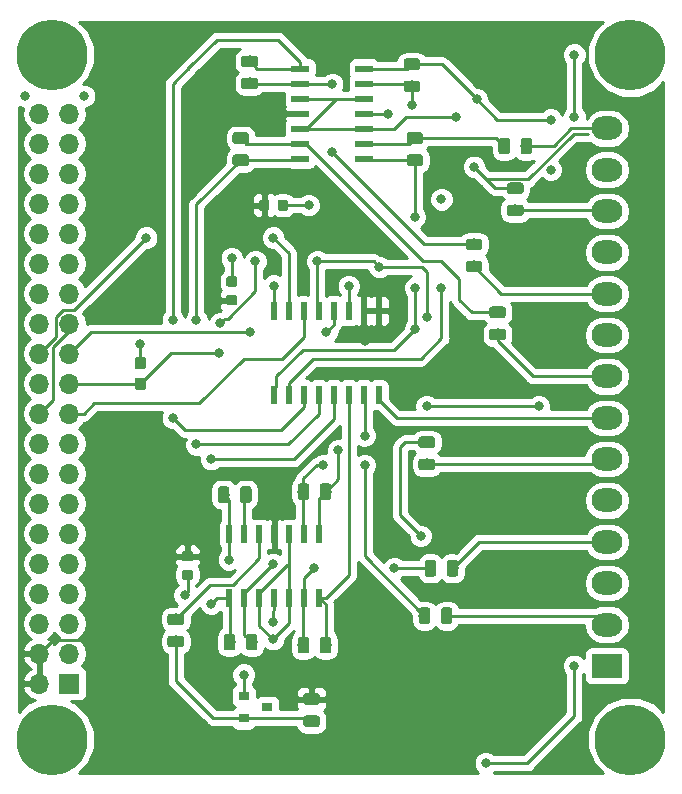
<source format=gbr>
G04 #@! TF.GenerationSoftware,KiCad,Pcbnew,6.0.0-rc1-unknown-46fddab~66~ubuntu16.04.1*
G04 #@! TF.CreationDate,2018-09-28T18:46:46+01:00*
G04 #@! TF.ProjectId,test,746573742E6B696361645F7063620000,rev?*
G04 #@! TF.SameCoordinates,Original*
G04 #@! TF.FileFunction,Copper,L2,Bot,Signal*
G04 #@! TF.FilePolarity,Positive*
%FSLAX46Y46*%
G04 Gerber Fmt 4.6, Leading zero omitted, Abs format (unit mm)*
G04 Created by KiCad (PCBNEW 6.0.0-rc1-unknown-46fddab~66~ubuntu16.04.1) date Fri Sep 28 18:46:46 2018*
%MOMM*%
%LPD*%
G01*
G04 APERTURE LIST*
G04 #@! TA.AperFunction,ComponentPad*
%ADD10C,6.000000*%
G04 #@! TD*
G04 #@! TA.AperFunction,Conductor*
%ADD11C,0.100000*%
G04 #@! TD*
G04 #@! TA.AperFunction,SMDPad,CuDef*
%ADD12C,0.875000*%
G04 #@! TD*
G04 #@! TA.AperFunction,SMDPad,CuDef*
%ADD13R,0.900000X0.800000*%
G04 #@! TD*
G04 #@! TA.AperFunction,ComponentPad*
%ADD14R,2.600000X2.000000*%
G04 #@! TD*
G04 #@! TA.AperFunction,ComponentPad*
%ADD15O,2.600000X2.000000*%
G04 #@! TD*
G04 #@! TA.AperFunction,SMDPad,CuDef*
%ADD16C,0.975000*%
G04 #@! TD*
G04 #@! TA.AperFunction,SMDPad,CuDef*
%ADD17C,0.950000*%
G04 #@! TD*
G04 #@! TA.AperFunction,ComponentPad*
%ADD18R,1.700000X1.700000*%
G04 #@! TD*
G04 #@! TA.AperFunction,ComponentPad*
%ADD19O,1.700000X1.700000*%
G04 #@! TD*
G04 #@! TA.AperFunction,SMDPad,CuDef*
%ADD20R,0.600000X1.500000*%
G04 #@! TD*
G04 #@! TA.AperFunction,SMDPad,CuDef*
%ADD21R,1.500000X0.600000*%
G04 #@! TD*
G04 #@! TA.AperFunction,ViaPad*
%ADD22C,0.800000*%
G04 #@! TD*
G04 #@! TA.AperFunction,Conductor*
%ADD23C,0.250000*%
G04 #@! TD*
G04 #@! TA.AperFunction,Conductor*
%ADD24C,0.254000*%
G04 #@! TD*
G04 APERTURE END LIST*
D10*
G04 #@! TO.P,REF\002A\002A,1*
G04 #@! TO.N,N/C*
X141000000Y-49250000D03*
G04 #@! TD*
G04 #@! TO.P,REF\002A\002A,1*
G04 #@! TO.N,N/C*
X190000000Y-49250000D03*
G04 #@! TD*
G04 #@! TO.P,REF\002A\002A,1*
G04 #@! TO.N,N/C*
X190000000Y-107250000D03*
G04 #@! TD*
G04 #@! TO.P,REF\002A\002A,1*
G04 #@! TO.N,N/C*
X141000000Y-107250000D03*
G04 #@! TD*
D11*
G04 #@! TO.N,5V*
G04 #@! TO.C,C1*
G36*
X152777691Y-91276053D02*
X152798926Y-91279203D01*
X152819750Y-91284419D01*
X152839962Y-91291651D01*
X152859368Y-91300830D01*
X152877781Y-91311866D01*
X152895024Y-91324654D01*
X152910930Y-91339070D01*
X152925346Y-91354976D01*
X152938134Y-91372219D01*
X152949170Y-91390632D01*
X152958349Y-91410038D01*
X152965581Y-91430250D01*
X152970797Y-91451074D01*
X152973947Y-91472309D01*
X152975000Y-91493750D01*
X152975000Y-91931250D01*
X152973947Y-91952691D01*
X152970797Y-91973926D01*
X152965581Y-91994750D01*
X152958349Y-92014962D01*
X152949170Y-92034368D01*
X152938134Y-92052781D01*
X152925346Y-92070024D01*
X152910930Y-92085930D01*
X152895024Y-92100346D01*
X152877781Y-92113134D01*
X152859368Y-92124170D01*
X152839962Y-92133349D01*
X152819750Y-92140581D01*
X152798926Y-92145797D01*
X152777691Y-92148947D01*
X152756250Y-92150000D01*
X152243750Y-92150000D01*
X152222309Y-92148947D01*
X152201074Y-92145797D01*
X152180250Y-92140581D01*
X152160038Y-92133349D01*
X152140632Y-92124170D01*
X152122219Y-92113134D01*
X152104976Y-92100346D01*
X152089070Y-92085930D01*
X152074654Y-92070024D01*
X152061866Y-92052781D01*
X152050830Y-92034368D01*
X152041651Y-92014962D01*
X152034419Y-91994750D01*
X152029203Y-91973926D01*
X152026053Y-91952691D01*
X152025000Y-91931250D01*
X152025000Y-91493750D01*
X152026053Y-91472309D01*
X152029203Y-91451074D01*
X152034419Y-91430250D01*
X152041651Y-91410038D01*
X152050830Y-91390632D01*
X152061866Y-91372219D01*
X152074654Y-91354976D01*
X152089070Y-91339070D01*
X152104976Y-91324654D01*
X152122219Y-91311866D01*
X152140632Y-91300830D01*
X152160038Y-91291651D01*
X152180250Y-91284419D01*
X152201074Y-91279203D01*
X152222309Y-91276053D01*
X152243750Y-91275000D01*
X152756250Y-91275000D01*
X152777691Y-91276053D01*
X152777691Y-91276053D01*
G37*
D12*
G04 #@! TD*
G04 #@! TO.P,C1,1*
G04 #@! TO.N,5V*
X152500000Y-91712500D03*
D11*
G04 #@! TO.N,GND*
G04 #@! TO.C,C1*
G36*
X152777691Y-92851053D02*
X152798926Y-92854203D01*
X152819750Y-92859419D01*
X152839962Y-92866651D01*
X152859368Y-92875830D01*
X152877781Y-92886866D01*
X152895024Y-92899654D01*
X152910930Y-92914070D01*
X152925346Y-92929976D01*
X152938134Y-92947219D01*
X152949170Y-92965632D01*
X152958349Y-92985038D01*
X152965581Y-93005250D01*
X152970797Y-93026074D01*
X152973947Y-93047309D01*
X152975000Y-93068750D01*
X152975000Y-93506250D01*
X152973947Y-93527691D01*
X152970797Y-93548926D01*
X152965581Y-93569750D01*
X152958349Y-93589962D01*
X152949170Y-93609368D01*
X152938134Y-93627781D01*
X152925346Y-93645024D01*
X152910930Y-93660930D01*
X152895024Y-93675346D01*
X152877781Y-93688134D01*
X152859368Y-93699170D01*
X152839962Y-93708349D01*
X152819750Y-93715581D01*
X152798926Y-93720797D01*
X152777691Y-93723947D01*
X152756250Y-93725000D01*
X152243750Y-93725000D01*
X152222309Y-93723947D01*
X152201074Y-93720797D01*
X152180250Y-93715581D01*
X152160038Y-93708349D01*
X152140632Y-93699170D01*
X152122219Y-93688134D01*
X152104976Y-93675346D01*
X152089070Y-93660930D01*
X152074654Y-93645024D01*
X152061866Y-93627781D01*
X152050830Y-93609368D01*
X152041651Y-93589962D01*
X152034419Y-93569750D01*
X152029203Y-93548926D01*
X152026053Y-93527691D01*
X152025000Y-93506250D01*
X152025000Y-93068750D01*
X152026053Y-93047309D01*
X152029203Y-93026074D01*
X152034419Y-93005250D01*
X152041651Y-92985038D01*
X152050830Y-92965632D01*
X152061866Y-92947219D01*
X152074654Y-92929976D01*
X152089070Y-92914070D01*
X152104976Y-92899654D01*
X152122219Y-92886866D01*
X152140632Y-92875830D01*
X152160038Y-92866651D01*
X152180250Y-92859419D01*
X152201074Y-92854203D01*
X152222309Y-92851053D01*
X152243750Y-92850000D01*
X152756250Y-92850000D01*
X152777691Y-92851053D01*
X152777691Y-92851053D01*
G37*
D12*
G04 #@! TD*
G04 #@! TO.P,C1,2*
G04 #@! TO.N,GND*
X152500000Y-93287500D03*
D11*
G04 #@! TO.N,GND*
G04 #@! TO.C,C2*
G36*
X160815191Y-61526053D02*
X160836426Y-61529203D01*
X160857250Y-61534419D01*
X160877462Y-61541651D01*
X160896868Y-61550830D01*
X160915281Y-61561866D01*
X160932524Y-61574654D01*
X160948430Y-61589070D01*
X160962846Y-61604976D01*
X160975634Y-61622219D01*
X160986670Y-61640632D01*
X160995849Y-61660038D01*
X161003081Y-61680250D01*
X161008297Y-61701074D01*
X161011447Y-61722309D01*
X161012500Y-61743750D01*
X161012500Y-62256250D01*
X161011447Y-62277691D01*
X161008297Y-62298926D01*
X161003081Y-62319750D01*
X160995849Y-62339962D01*
X160986670Y-62359368D01*
X160975634Y-62377781D01*
X160962846Y-62395024D01*
X160948430Y-62410930D01*
X160932524Y-62425346D01*
X160915281Y-62438134D01*
X160896868Y-62449170D01*
X160877462Y-62458349D01*
X160857250Y-62465581D01*
X160836426Y-62470797D01*
X160815191Y-62473947D01*
X160793750Y-62475000D01*
X160356250Y-62475000D01*
X160334809Y-62473947D01*
X160313574Y-62470797D01*
X160292750Y-62465581D01*
X160272538Y-62458349D01*
X160253132Y-62449170D01*
X160234719Y-62438134D01*
X160217476Y-62425346D01*
X160201570Y-62410930D01*
X160187154Y-62395024D01*
X160174366Y-62377781D01*
X160163330Y-62359368D01*
X160154151Y-62339962D01*
X160146919Y-62319750D01*
X160141703Y-62298926D01*
X160138553Y-62277691D01*
X160137500Y-62256250D01*
X160137500Y-61743750D01*
X160138553Y-61722309D01*
X160141703Y-61701074D01*
X160146919Y-61680250D01*
X160154151Y-61660038D01*
X160163330Y-61640632D01*
X160174366Y-61622219D01*
X160187154Y-61604976D01*
X160201570Y-61589070D01*
X160217476Y-61574654D01*
X160234719Y-61561866D01*
X160253132Y-61550830D01*
X160272538Y-61541651D01*
X160292750Y-61534419D01*
X160313574Y-61529203D01*
X160334809Y-61526053D01*
X160356250Y-61525000D01*
X160793750Y-61525000D01*
X160815191Y-61526053D01*
X160815191Y-61526053D01*
G37*
D12*
G04 #@! TD*
G04 #@! TO.P,C2,2*
G04 #@! TO.N,GND*
X160575000Y-62000000D03*
D11*
G04 #@! TO.N,5V*
G04 #@! TO.C,C2*
G36*
X159240191Y-61526053D02*
X159261426Y-61529203D01*
X159282250Y-61534419D01*
X159302462Y-61541651D01*
X159321868Y-61550830D01*
X159340281Y-61561866D01*
X159357524Y-61574654D01*
X159373430Y-61589070D01*
X159387846Y-61604976D01*
X159400634Y-61622219D01*
X159411670Y-61640632D01*
X159420849Y-61660038D01*
X159428081Y-61680250D01*
X159433297Y-61701074D01*
X159436447Y-61722309D01*
X159437500Y-61743750D01*
X159437500Y-62256250D01*
X159436447Y-62277691D01*
X159433297Y-62298926D01*
X159428081Y-62319750D01*
X159420849Y-62339962D01*
X159411670Y-62359368D01*
X159400634Y-62377781D01*
X159387846Y-62395024D01*
X159373430Y-62410930D01*
X159357524Y-62425346D01*
X159340281Y-62438134D01*
X159321868Y-62449170D01*
X159302462Y-62458349D01*
X159282250Y-62465581D01*
X159261426Y-62470797D01*
X159240191Y-62473947D01*
X159218750Y-62475000D01*
X158781250Y-62475000D01*
X158759809Y-62473947D01*
X158738574Y-62470797D01*
X158717750Y-62465581D01*
X158697538Y-62458349D01*
X158678132Y-62449170D01*
X158659719Y-62438134D01*
X158642476Y-62425346D01*
X158626570Y-62410930D01*
X158612154Y-62395024D01*
X158599366Y-62377781D01*
X158588330Y-62359368D01*
X158579151Y-62339962D01*
X158571919Y-62319750D01*
X158566703Y-62298926D01*
X158563553Y-62277691D01*
X158562500Y-62256250D01*
X158562500Y-61743750D01*
X158563553Y-61722309D01*
X158566703Y-61701074D01*
X158571919Y-61680250D01*
X158579151Y-61660038D01*
X158588330Y-61640632D01*
X158599366Y-61622219D01*
X158612154Y-61604976D01*
X158626570Y-61589070D01*
X158642476Y-61574654D01*
X158659719Y-61561866D01*
X158678132Y-61550830D01*
X158697538Y-61541651D01*
X158717750Y-61534419D01*
X158738574Y-61529203D01*
X158759809Y-61526053D01*
X158781250Y-61525000D01*
X159218750Y-61525000D01*
X159240191Y-61526053D01*
X159240191Y-61526053D01*
G37*
D12*
G04 #@! TD*
G04 #@! TO.P,C2,1*
G04 #@! TO.N,5V*
X159000000Y-62000000D03*
D11*
G04 #@! TO.N,5V*
G04 #@! TO.C,C3*
G36*
X156527691Y-69601053D02*
X156548926Y-69604203D01*
X156569750Y-69609419D01*
X156589962Y-69616651D01*
X156609368Y-69625830D01*
X156627781Y-69636866D01*
X156645024Y-69649654D01*
X156660930Y-69664070D01*
X156675346Y-69679976D01*
X156688134Y-69697219D01*
X156699170Y-69715632D01*
X156708349Y-69735038D01*
X156715581Y-69755250D01*
X156720797Y-69776074D01*
X156723947Y-69797309D01*
X156725000Y-69818750D01*
X156725000Y-70256250D01*
X156723947Y-70277691D01*
X156720797Y-70298926D01*
X156715581Y-70319750D01*
X156708349Y-70339962D01*
X156699170Y-70359368D01*
X156688134Y-70377781D01*
X156675346Y-70395024D01*
X156660930Y-70410930D01*
X156645024Y-70425346D01*
X156627781Y-70438134D01*
X156609368Y-70449170D01*
X156589962Y-70458349D01*
X156569750Y-70465581D01*
X156548926Y-70470797D01*
X156527691Y-70473947D01*
X156506250Y-70475000D01*
X155993750Y-70475000D01*
X155972309Y-70473947D01*
X155951074Y-70470797D01*
X155930250Y-70465581D01*
X155910038Y-70458349D01*
X155890632Y-70449170D01*
X155872219Y-70438134D01*
X155854976Y-70425346D01*
X155839070Y-70410930D01*
X155824654Y-70395024D01*
X155811866Y-70377781D01*
X155800830Y-70359368D01*
X155791651Y-70339962D01*
X155784419Y-70319750D01*
X155779203Y-70298926D01*
X155776053Y-70277691D01*
X155775000Y-70256250D01*
X155775000Y-69818750D01*
X155776053Y-69797309D01*
X155779203Y-69776074D01*
X155784419Y-69755250D01*
X155791651Y-69735038D01*
X155800830Y-69715632D01*
X155811866Y-69697219D01*
X155824654Y-69679976D01*
X155839070Y-69664070D01*
X155854976Y-69649654D01*
X155872219Y-69636866D01*
X155890632Y-69625830D01*
X155910038Y-69616651D01*
X155930250Y-69609419D01*
X155951074Y-69604203D01*
X155972309Y-69601053D01*
X155993750Y-69600000D01*
X156506250Y-69600000D01*
X156527691Y-69601053D01*
X156527691Y-69601053D01*
G37*
D12*
G04 #@! TD*
G04 #@! TO.P,C3,1*
G04 #@! TO.N,5V*
X156250000Y-70037500D03*
D11*
G04 #@! TO.N,GND*
G04 #@! TO.C,C3*
G36*
X156527691Y-68026053D02*
X156548926Y-68029203D01*
X156569750Y-68034419D01*
X156589962Y-68041651D01*
X156609368Y-68050830D01*
X156627781Y-68061866D01*
X156645024Y-68074654D01*
X156660930Y-68089070D01*
X156675346Y-68104976D01*
X156688134Y-68122219D01*
X156699170Y-68140632D01*
X156708349Y-68160038D01*
X156715581Y-68180250D01*
X156720797Y-68201074D01*
X156723947Y-68222309D01*
X156725000Y-68243750D01*
X156725000Y-68681250D01*
X156723947Y-68702691D01*
X156720797Y-68723926D01*
X156715581Y-68744750D01*
X156708349Y-68764962D01*
X156699170Y-68784368D01*
X156688134Y-68802781D01*
X156675346Y-68820024D01*
X156660930Y-68835930D01*
X156645024Y-68850346D01*
X156627781Y-68863134D01*
X156609368Y-68874170D01*
X156589962Y-68883349D01*
X156569750Y-68890581D01*
X156548926Y-68895797D01*
X156527691Y-68898947D01*
X156506250Y-68900000D01*
X155993750Y-68900000D01*
X155972309Y-68898947D01*
X155951074Y-68895797D01*
X155930250Y-68890581D01*
X155910038Y-68883349D01*
X155890632Y-68874170D01*
X155872219Y-68863134D01*
X155854976Y-68850346D01*
X155839070Y-68835930D01*
X155824654Y-68820024D01*
X155811866Y-68802781D01*
X155800830Y-68784368D01*
X155791651Y-68764962D01*
X155784419Y-68744750D01*
X155779203Y-68723926D01*
X155776053Y-68702691D01*
X155775000Y-68681250D01*
X155775000Y-68243750D01*
X155776053Y-68222309D01*
X155779203Y-68201074D01*
X155784419Y-68180250D01*
X155791651Y-68160038D01*
X155800830Y-68140632D01*
X155811866Y-68122219D01*
X155824654Y-68104976D01*
X155839070Y-68089070D01*
X155854976Y-68074654D01*
X155872219Y-68061866D01*
X155890632Y-68050830D01*
X155910038Y-68041651D01*
X155930250Y-68034419D01*
X155951074Y-68029203D01*
X155972309Y-68026053D01*
X155993750Y-68025000D01*
X156506250Y-68025000D01*
X156527691Y-68026053D01*
X156527691Y-68026053D01*
G37*
D12*
G04 #@! TD*
G04 #@! TO.P,C3,2*
G04 #@! TO.N,GND*
X156250000Y-68462500D03*
D13*
G04 #@! TO.P,D1,1*
G04 #@! TO.N,Net-(D1-Pad1)*
X157250000Y-105450000D03*
G04 #@! TO.P,D1,2*
G04 #@! TO.N,GND*
X157250000Y-103550000D03*
G04 #@! TO.P,D1,3*
G04 #@! TO.N,N/C*
X159250000Y-104500000D03*
G04 #@! TD*
D14*
G04 #@! TO.P,J1,1*
G04 #@! TO.N,4V096*
X188000000Y-101000000D03*
D15*
G04 #@! TO.P,J1,2*
G04 #@! TO.N,Net-(J1-Pad2)*
X188000000Y-97500000D03*
G04 #@! TO.P,J1,3*
G04 #@! TO.N,4V096*
X188000000Y-94000000D03*
G04 #@! TO.P,J1,4*
G04 #@! TO.N,Net-(J1-Pad4)*
X188000000Y-90500000D03*
G04 #@! TO.P,J1,5*
G04 #@! TO.N,4V096*
X188000000Y-87000000D03*
G04 #@! TO.P,J1,6*
G04 #@! TO.N,Net-(J1-Pad6)*
X188000000Y-83500000D03*
G04 #@! TO.P,J1,7*
G04 #@! TO.N,4V096*
X188000000Y-80000000D03*
G04 #@! TO.P,J1,8*
G04 #@! TO.N,Net-(J1-Pad8)*
X188000000Y-76500000D03*
G04 #@! TO.P,J1,9*
G04 #@! TO.N,4V096*
X188000000Y-73000000D03*
G04 #@! TO.P,J1,10*
G04 #@! TO.N,Net-(J1-Pad10)*
X188000000Y-69500000D03*
G04 #@! TO.P,J1,11*
G04 #@! TO.N,4V096*
X188000000Y-66000000D03*
G04 #@! TO.P,J1,12*
G04 #@! TO.N,Net-(J1-Pad12)*
X188000000Y-62500000D03*
G04 #@! TO.P,J1,13*
G04 #@! TO.N,4V096*
X188000000Y-59000000D03*
G04 #@! TO.P,J1,14*
G04 #@! TO.N,Net-(J1-Pad14)*
X188000000Y-55500000D03*
G04 #@! TD*
D11*
G04 #@! TO.N,Net-(D1-Pad1)*
G04 #@! TO.C,R1*
G36*
X163480142Y-105201174D02*
X163503803Y-105204684D01*
X163527007Y-105210496D01*
X163549529Y-105218554D01*
X163571153Y-105228782D01*
X163591670Y-105241079D01*
X163610883Y-105255329D01*
X163628607Y-105271393D01*
X163644671Y-105289117D01*
X163658921Y-105308330D01*
X163671218Y-105328847D01*
X163681446Y-105350471D01*
X163689504Y-105372993D01*
X163695316Y-105396197D01*
X163698826Y-105419858D01*
X163700000Y-105443750D01*
X163700000Y-105931250D01*
X163698826Y-105955142D01*
X163695316Y-105978803D01*
X163689504Y-106002007D01*
X163681446Y-106024529D01*
X163671218Y-106046153D01*
X163658921Y-106066670D01*
X163644671Y-106085883D01*
X163628607Y-106103607D01*
X163610883Y-106119671D01*
X163591670Y-106133921D01*
X163571153Y-106146218D01*
X163549529Y-106156446D01*
X163527007Y-106164504D01*
X163503803Y-106170316D01*
X163480142Y-106173826D01*
X163456250Y-106175000D01*
X162543750Y-106175000D01*
X162519858Y-106173826D01*
X162496197Y-106170316D01*
X162472993Y-106164504D01*
X162450471Y-106156446D01*
X162428847Y-106146218D01*
X162408330Y-106133921D01*
X162389117Y-106119671D01*
X162371393Y-106103607D01*
X162355329Y-106085883D01*
X162341079Y-106066670D01*
X162328782Y-106046153D01*
X162318554Y-106024529D01*
X162310496Y-106002007D01*
X162304684Y-105978803D01*
X162301174Y-105955142D01*
X162300000Y-105931250D01*
X162300000Y-105443750D01*
X162301174Y-105419858D01*
X162304684Y-105396197D01*
X162310496Y-105372993D01*
X162318554Y-105350471D01*
X162328782Y-105328847D01*
X162341079Y-105308330D01*
X162355329Y-105289117D01*
X162371393Y-105271393D01*
X162389117Y-105255329D01*
X162408330Y-105241079D01*
X162428847Y-105228782D01*
X162450471Y-105218554D01*
X162472993Y-105210496D01*
X162496197Y-105204684D01*
X162519858Y-105201174D01*
X162543750Y-105200000D01*
X163456250Y-105200000D01*
X163480142Y-105201174D01*
X163480142Y-105201174D01*
G37*
D16*
G04 #@! TD*
G04 #@! TO.P,R1,1*
G04 #@! TO.N,Net-(D1-Pad1)*
X163000000Y-105687500D03*
D11*
G04 #@! TO.N,5V*
G04 #@! TO.C,R1*
G36*
X163480142Y-103326174D02*
X163503803Y-103329684D01*
X163527007Y-103335496D01*
X163549529Y-103343554D01*
X163571153Y-103353782D01*
X163591670Y-103366079D01*
X163610883Y-103380329D01*
X163628607Y-103396393D01*
X163644671Y-103414117D01*
X163658921Y-103433330D01*
X163671218Y-103453847D01*
X163681446Y-103475471D01*
X163689504Y-103497993D01*
X163695316Y-103521197D01*
X163698826Y-103544858D01*
X163700000Y-103568750D01*
X163700000Y-104056250D01*
X163698826Y-104080142D01*
X163695316Y-104103803D01*
X163689504Y-104127007D01*
X163681446Y-104149529D01*
X163671218Y-104171153D01*
X163658921Y-104191670D01*
X163644671Y-104210883D01*
X163628607Y-104228607D01*
X163610883Y-104244671D01*
X163591670Y-104258921D01*
X163571153Y-104271218D01*
X163549529Y-104281446D01*
X163527007Y-104289504D01*
X163503803Y-104295316D01*
X163480142Y-104298826D01*
X163456250Y-104300000D01*
X162543750Y-104300000D01*
X162519858Y-104298826D01*
X162496197Y-104295316D01*
X162472993Y-104289504D01*
X162450471Y-104281446D01*
X162428847Y-104271218D01*
X162408330Y-104258921D01*
X162389117Y-104244671D01*
X162371393Y-104228607D01*
X162355329Y-104210883D01*
X162341079Y-104191670D01*
X162328782Y-104171153D01*
X162318554Y-104149529D01*
X162310496Y-104127007D01*
X162304684Y-104103803D01*
X162301174Y-104080142D01*
X162300000Y-104056250D01*
X162300000Y-103568750D01*
X162301174Y-103544858D01*
X162304684Y-103521197D01*
X162310496Y-103497993D01*
X162318554Y-103475471D01*
X162328782Y-103453847D01*
X162341079Y-103433330D01*
X162355329Y-103414117D01*
X162371393Y-103396393D01*
X162389117Y-103380329D01*
X162408330Y-103366079D01*
X162428847Y-103353782D01*
X162450471Y-103343554D01*
X162472993Y-103335496D01*
X162496197Y-103329684D01*
X162519858Y-103326174D01*
X162543750Y-103325000D01*
X163456250Y-103325000D01*
X163480142Y-103326174D01*
X163480142Y-103326174D01*
G37*
D16*
G04 #@! TD*
G04 #@! TO.P,R1,2*
G04 #@! TO.N,5V*
X163000000Y-103812500D03*
D11*
G04 #@! TO.N,Net-(D1-Pad1)*
G04 #@! TO.C,R2*
G36*
X151980142Y-98451174D02*
X152003803Y-98454684D01*
X152027007Y-98460496D01*
X152049529Y-98468554D01*
X152071153Y-98478782D01*
X152091670Y-98491079D01*
X152110883Y-98505329D01*
X152128607Y-98521393D01*
X152144671Y-98539117D01*
X152158921Y-98558330D01*
X152171218Y-98578847D01*
X152181446Y-98600471D01*
X152189504Y-98622993D01*
X152195316Y-98646197D01*
X152198826Y-98669858D01*
X152200000Y-98693750D01*
X152200000Y-99181250D01*
X152198826Y-99205142D01*
X152195316Y-99228803D01*
X152189504Y-99252007D01*
X152181446Y-99274529D01*
X152171218Y-99296153D01*
X152158921Y-99316670D01*
X152144671Y-99335883D01*
X152128607Y-99353607D01*
X152110883Y-99369671D01*
X152091670Y-99383921D01*
X152071153Y-99396218D01*
X152049529Y-99406446D01*
X152027007Y-99414504D01*
X152003803Y-99420316D01*
X151980142Y-99423826D01*
X151956250Y-99425000D01*
X151043750Y-99425000D01*
X151019858Y-99423826D01*
X150996197Y-99420316D01*
X150972993Y-99414504D01*
X150950471Y-99406446D01*
X150928847Y-99396218D01*
X150908330Y-99383921D01*
X150889117Y-99369671D01*
X150871393Y-99353607D01*
X150855329Y-99335883D01*
X150841079Y-99316670D01*
X150828782Y-99296153D01*
X150818554Y-99274529D01*
X150810496Y-99252007D01*
X150804684Y-99228803D01*
X150801174Y-99205142D01*
X150800000Y-99181250D01*
X150800000Y-98693750D01*
X150801174Y-98669858D01*
X150804684Y-98646197D01*
X150810496Y-98622993D01*
X150818554Y-98600471D01*
X150828782Y-98578847D01*
X150841079Y-98558330D01*
X150855329Y-98539117D01*
X150871393Y-98521393D01*
X150889117Y-98505329D01*
X150908330Y-98491079D01*
X150928847Y-98478782D01*
X150950471Y-98468554D01*
X150972993Y-98460496D01*
X150996197Y-98454684D01*
X151019858Y-98451174D01*
X151043750Y-98450000D01*
X151956250Y-98450000D01*
X151980142Y-98451174D01*
X151980142Y-98451174D01*
G37*
D16*
G04 #@! TD*
G04 #@! TO.P,R2,2*
G04 #@! TO.N,Net-(D1-Pad1)*
X151500000Y-98937500D03*
D11*
G04 #@! TO.N,Net-(R2-Pad1)*
G04 #@! TO.C,R2*
G36*
X151980142Y-96576174D02*
X152003803Y-96579684D01*
X152027007Y-96585496D01*
X152049529Y-96593554D01*
X152071153Y-96603782D01*
X152091670Y-96616079D01*
X152110883Y-96630329D01*
X152128607Y-96646393D01*
X152144671Y-96664117D01*
X152158921Y-96683330D01*
X152171218Y-96703847D01*
X152181446Y-96725471D01*
X152189504Y-96747993D01*
X152195316Y-96771197D01*
X152198826Y-96794858D01*
X152200000Y-96818750D01*
X152200000Y-97306250D01*
X152198826Y-97330142D01*
X152195316Y-97353803D01*
X152189504Y-97377007D01*
X152181446Y-97399529D01*
X152171218Y-97421153D01*
X152158921Y-97441670D01*
X152144671Y-97460883D01*
X152128607Y-97478607D01*
X152110883Y-97494671D01*
X152091670Y-97508921D01*
X152071153Y-97521218D01*
X152049529Y-97531446D01*
X152027007Y-97539504D01*
X152003803Y-97545316D01*
X151980142Y-97548826D01*
X151956250Y-97550000D01*
X151043750Y-97550000D01*
X151019858Y-97548826D01*
X150996197Y-97545316D01*
X150972993Y-97539504D01*
X150950471Y-97531446D01*
X150928847Y-97521218D01*
X150908330Y-97508921D01*
X150889117Y-97494671D01*
X150871393Y-97478607D01*
X150855329Y-97460883D01*
X150841079Y-97441670D01*
X150828782Y-97421153D01*
X150818554Y-97399529D01*
X150810496Y-97377007D01*
X150804684Y-97353803D01*
X150801174Y-97330142D01*
X150800000Y-97306250D01*
X150800000Y-96818750D01*
X150801174Y-96794858D01*
X150804684Y-96771197D01*
X150810496Y-96747993D01*
X150818554Y-96725471D01*
X150828782Y-96703847D01*
X150841079Y-96683330D01*
X150855329Y-96664117D01*
X150871393Y-96646393D01*
X150889117Y-96630329D01*
X150908330Y-96616079D01*
X150928847Y-96603782D01*
X150950471Y-96593554D01*
X150972993Y-96585496D01*
X150996197Y-96579684D01*
X151019858Y-96576174D01*
X151043750Y-96575000D01*
X151956250Y-96575000D01*
X151980142Y-96576174D01*
X151980142Y-96576174D01*
G37*
D16*
G04 #@! TD*
G04 #@! TO.P,R2,1*
G04 #@! TO.N,Net-(R2-Pad1)*
X151500000Y-97062500D03*
D11*
G04 #@! TO.N,Net-(R3-Pad1)*
G04 #@! TO.C,R3*
G36*
X157705142Y-85801174D02*
X157728803Y-85804684D01*
X157752007Y-85810496D01*
X157774529Y-85818554D01*
X157796153Y-85828782D01*
X157816670Y-85841079D01*
X157835883Y-85855329D01*
X157853607Y-85871393D01*
X157869671Y-85889117D01*
X157883921Y-85908330D01*
X157896218Y-85928847D01*
X157906446Y-85950471D01*
X157914504Y-85972993D01*
X157920316Y-85996197D01*
X157923826Y-86019858D01*
X157925000Y-86043750D01*
X157925000Y-86956250D01*
X157923826Y-86980142D01*
X157920316Y-87003803D01*
X157914504Y-87027007D01*
X157906446Y-87049529D01*
X157896218Y-87071153D01*
X157883921Y-87091670D01*
X157869671Y-87110883D01*
X157853607Y-87128607D01*
X157835883Y-87144671D01*
X157816670Y-87158921D01*
X157796153Y-87171218D01*
X157774529Y-87181446D01*
X157752007Y-87189504D01*
X157728803Y-87195316D01*
X157705142Y-87198826D01*
X157681250Y-87200000D01*
X157193750Y-87200000D01*
X157169858Y-87198826D01*
X157146197Y-87195316D01*
X157122993Y-87189504D01*
X157100471Y-87181446D01*
X157078847Y-87171218D01*
X157058330Y-87158921D01*
X157039117Y-87144671D01*
X157021393Y-87128607D01*
X157005329Y-87110883D01*
X156991079Y-87091670D01*
X156978782Y-87071153D01*
X156968554Y-87049529D01*
X156960496Y-87027007D01*
X156954684Y-87003803D01*
X156951174Y-86980142D01*
X156950000Y-86956250D01*
X156950000Y-86043750D01*
X156951174Y-86019858D01*
X156954684Y-85996197D01*
X156960496Y-85972993D01*
X156968554Y-85950471D01*
X156978782Y-85928847D01*
X156991079Y-85908330D01*
X157005329Y-85889117D01*
X157021393Y-85871393D01*
X157039117Y-85855329D01*
X157058330Y-85841079D01*
X157078847Y-85828782D01*
X157100471Y-85818554D01*
X157122993Y-85810496D01*
X157146197Y-85804684D01*
X157169858Y-85801174D01*
X157193750Y-85800000D01*
X157681250Y-85800000D01*
X157705142Y-85801174D01*
X157705142Y-85801174D01*
G37*
D16*
G04 #@! TD*
G04 #@! TO.P,R3,1*
G04 #@! TO.N,Net-(R3-Pad1)*
X157437500Y-86500000D03*
D11*
G04 #@! TO.N,4V096*
G04 #@! TO.C,R3*
G36*
X155830142Y-85801174D02*
X155853803Y-85804684D01*
X155877007Y-85810496D01*
X155899529Y-85818554D01*
X155921153Y-85828782D01*
X155941670Y-85841079D01*
X155960883Y-85855329D01*
X155978607Y-85871393D01*
X155994671Y-85889117D01*
X156008921Y-85908330D01*
X156021218Y-85928847D01*
X156031446Y-85950471D01*
X156039504Y-85972993D01*
X156045316Y-85996197D01*
X156048826Y-86019858D01*
X156050000Y-86043750D01*
X156050000Y-86956250D01*
X156048826Y-86980142D01*
X156045316Y-87003803D01*
X156039504Y-87027007D01*
X156031446Y-87049529D01*
X156021218Y-87071153D01*
X156008921Y-87091670D01*
X155994671Y-87110883D01*
X155978607Y-87128607D01*
X155960883Y-87144671D01*
X155941670Y-87158921D01*
X155921153Y-87171218D01*
X155899529Y-87181446D01*
X155877007Y-87189504D01*
X155853803Y-87195316D01*
X155830142Y-87198826D01*
X155806250Y-87200000D01*
X155318750Y-87200000D01*
X155294858Y-87198826D01*
X155271197Y-87195316D01*
X155247993Y-87189504D01*
X155225471Y-87181446D01*
X155203847Y-87171218D01*
X155183330Y-87158921D01*
X155164117Y-87144671D01*
X155146393Y-87128607D01*
X155130329Y-87110883D01*
X155116079Y-87091670D01*
X155103782Y-87071153D01*
X155093554Y-87049529D01*
X155085496Y-87027007D01*
X155079684Y-87003803D01*
X155076174Y-86980142D01*
X155075000Y-86956250D01*
X155075000Y-86043750D01*
X155076174Y-86019858D01*
X155079684Y-85996197D01*
X155085496Y-85972993D01*
X155093554Y-85950471D01*
X155103782Y-85928847D01*
X155116079Y-85908330D01*
X155130329Y-85889117D01*
X155146393Y-85871393D01*
X155164117Y-85855329D01*
X155183330Y-85841079D01*
X155203847Y-85828782D01*
X155225471Y-85818554D01*
X155247993Y-85810496D01*
X155271197Y-85804684D01*
X155294858Y-85801174D01*
X155318750Y-85800000D01*
X155806250Y-85800000D01*
X155830142Y-85801174D01*
X155830142Y-85801174D01*
G37*
D16*
G04 #@! TD*
G04 #@! TO.P,R3,2*
G04 #@! TO.N,4V096*
X155562500Y-86500000D03*
D11*
G04 #@! TO.N,Net-(R15-Pad2)*
G04 #@! TO.C,R4*
G36*
X157480142Y-55826174D02*
X157503803Y-55829684D01*
X157527007Y-55835496D01*
X157549529Y-55843554D01*
X157571153Y-55853782D01*
X157591670Y-55866079D01*
X157610883Y-55880329D01*
X157628607Y-55896393D01*
X157644671Y-55914117D01*
X157658921Y-55933330D01*
X157671218Y-55953847D01*
X157681446Y-55975471D01*
X157689504Y-55997993D01*
X157695316Y-56021197D01*
X157698826Y-56044858D01*
X157700000Y-56068750D01*
X157700000Y-56556250D01*
X157698826Y-56580142D01*
X157695316Y-56603803D01*
X157689504Y-56627007D01*
X157681446Y-56649529D01*
X157671218Y-56671153D01*
X157658921Y-56691670D01*
X157644671Y-56710883D01*
X157628607Y-56728607D01*
X157610883Y-56744671D01*
X157591670Y-56758921D01*
X157571153Y-56771218D01*
X157549529Y-56781446D01*
X157527007Y-56789504D01*
X157503803Y-56795316D01*
X157480142Y-56798826D01*
X157456250Y-56800000D01*
X156543750Y-56800000D01*
X156519858Y-56798826D01*
X156496197Y-56795316D01*
X156472993Y-56789504D01*
X156450471Y-56781446D01*
X156428847Y-56771218D01*
X156408330Y-56758921D01*
X156389117Y-56744671D01*
X156371393Y-56728607D01*
X156355329Y-56710883D01*
X156341079Y-56691670D01*
X156328782Y-56671153D01*
X156318554Y-56649529D01*
X156310496Y-56627007D01*
X156304684Y-56603803D01*
X156301174Y-56580142D01*
X156300000Y-56556250D01*
X156300000Y-56068750D01*
X156301174Y-56044858D01*
X156304684Y-56021197D01*
X156310496Y-55997993D01*
X156318554Y-55975471D01*
X156328782Y-55953847D01*
X156341079Y-55933330D01*
X156355329Y-55914117D01*
X156371393Y-55896393D01*
X156389117Y-55880329D01*
X156408330Y-55866079D01*
X156428847Y-55853782D01*
X156450471Y-55843554D01*
X156472993Y-55835496D01*
X156496197Y-55829684D01*
X156519858Y-55826174D01*
X156543750Y-55825000D01*
X157456250Y-55825000D01*
X157480142Y-55826174D01*
X157480142Y-55826174D01*
G37*
D16*
G04 #@! TD*
G04 #@! TO.P,R4,1*
G04 #@! TO.N,Net-(R15-Pad2)*
X157000000Y-56312500D03*
D11*
G04 #@! TO.N,Net-(R4-Pad2)*
G04 #@! TO.C,R4*
G36*
X157480142Y-57701174D02*
X157503803Y-57704684D01*
X157527007Y-57710496D01*
X157549529Y-57718554D01*
X157571153Y-57728782D01*
X157591670Y-57741079D01*
X157610883Y-57755329D01*
X157628607Y-57771393D01*
X157644671Y-57789117D01*
X157658921Y-57808330D01*
X157671218Y-57828847D01*
X157681446Y-57850471D01*
X157689504Y-57872993D01*
X157695316Y-57896197D01*
X157698826Y-57919858D01*
X157700000Y-57943750D01*
X157700000Y-58431250D01*
X157698826Y-58455142D01*
X157695316Y-58478803D01*
X157689504Y-58502007D01*
X157681446Y-58524529D01*
X157671218Y-58546153D01*
X157658921Y-58566670D01*
X157644671Y-58585883D01*
X157628607Y-58603607D01*
X157610883Y-58619671D01*
X157591670Y-58633921D01*
X157571153Y-58646218D01*
X157549529Y-58656446D01*
X157527007Y-58664504D01*
X157503803Y-58670316D01*
X157480142Y-58673826D01*
X157456250Y-58675000D01*
X156543750Y-58675000D01*
X156519858Y-58673826D01*
X156496197Y-58670316D01*
X156472993Y-58664504D01*
X156450471Y-58656446D01*
X156428847Y-58646218D01*
X156408330Y-58633921D01*
X156389117Y-58619671D01*
X156371393Y-58603607D01*
X156355329Y-58585883D01*
X156341079Y-58566670D01*
X156328782Y-58546153D01*
X156318554Y-58524529D01*
X156310496Y-58502007D01*
X156304684Y-58478803D01*
X156301174Y-58455142D01*
X156300000Y-58431250D01*
X156300000Y-57943750D01*
X156301174Y-57919858D01*
X156304684Y-57896197D01*
X156310496Y-57872993D01*
X156318554Y-57850471D01*
X156328782Y-57828847D01*
X156341079Y-57808330D01*
X156355329Y-57789117D01*
X156371393Y-57771393D01*
X156389117Y-57755329D01*
X156408330Y-57741079D01*
X156428847Y-57728782D01*
X156450471Y-57718554D01*
X156472993Y-57710496D01*
X156496197Y-57704684D01*
X156519858Y-57701174D01*
X156543750Y-57700000D01*
X157456250Y-57700000D01*
X157480142Y-57701174D01*
X157480142Y-57701174D01*
G37*
D16*
G04 #@! TD*
G04 #@! TO.P,R4,2*
G04 #@! TO.N,Net-(R4-Pad2)*
X157000000Y-58187500D03*
D11*
G04 #@! TO.N,Net-(R5-Pad1)*
G04 #@! TO.C,R5*
G36*
X162580142Y-85551174D02*
X162603803Y-85554684D01*
X162627007Y-85560496D01*
X162649529Y-85568554D01*
X162671153Y-85578782D01*
X162691670Y-85591079D01*
X162710883Y-85605329D01*
X162728607Y-85621393D01*
X162744671Y-85639117D01*
X162758921Y-85658330D01*
X162771218Y-85678847D01*
X162781446Y-85700471D01*
X162789504Y-85722993D01*
X162795316Y-85746197D01*
X162798826Y-85769858D01*
X162800000Y-85793750D01*
X162800000Y-86706250D01*
X162798826Y-86730142D01*
X162795316Y-86753803D01*
X162789504Y-86777007D01*
X162781446Y-86799529D01*
X162771218Y-86821153D01*
X162758921Y-86841670D01*
X162744671Y-86860883D01*
X162728607Y-86878607D01*
X162710883Y-86894671D01*
X162691670Y-86908921D01*
X162671153Y-86921218D01*
X162649529Y-86931446D01*
X162627007Y-86939504D01*
X162603803Y-86945316D01*
X162580142Y-86948826D01*
X162556250Y-86950000D01*
X162068750Y-86950000D01*
X162044858Y-86948826D01*
X162021197Y-86945316D01*
X161997993Y-86939504D01*
X161975471Y-86931446D01*
X161953847Y-86921218D01*
X161933330Y-86908921D01*
X161914117Y-86894671D01*
X161896393Y-86878607D01*
X161880329Y-86860883D01*
X161866079Y-86841670D01*
X161853782Y-86821153D01*
X161843554Y-86799529D01*
X161835496Y-86777007D01*
X161829684Y-86753803D01*
X161826174Y-86730142D01*
X161825000Y-86706250D01*
X161825000Y-85793750D01*
X161826174Y-85769858D01*
X161829684Y-85746197D01*
X161835496Y-85722993D01*
X161843554Y-85700471D01*
X161853782Y-85678847D01*
X161866079Y-85658330D01*
X161880329Y-85639117D01*
X161896393Y-85621393D01*
X161914117Y-85605329D01*
X161933330Y-85591079D01*
X161953847Y-85578782D01*
X161975471Y-85568554D01*
X161997993Y-85560496D01*
X162021197Y-85554684D01*
X162044858Y-85551174D01*
X162068750Y-85550000D01*
X162556250Y-85550000D01*
X162580142Y-85551174D01*
X162580142Y-85551174D01*
G37*
D16*
G04 #@! TD*
G04 #@! TO.P,R5,1*
G04 #@! TO.N,Net-(R5-Pad1)*
X162312500Y-86250000D03*
D11*
G04 #@! TO.N,Net-(R5-Pad2)*
G04 #@! TO.C,R5*
G36*
X164455142Y-85551174D02*
X164478803Y-85554684D01*
X164502007Y-85560496D01*
X164524529Y-85568554D01*
X164546153Y-85578782D01*
X164566670Y-85591079D01*
X164585883Y-85605329D01*
X164603607Y-85621393D01*
X164619671Y-85639117D01*
X164633921Y-85658330D01*
X164646218Y-85678847D01*
X164656446Y-85700471D01*
X164664504Y-85722993D01*
X164670316Y-85746197D01*
X164673826Y-85769858D01*
X164675000Y-85793750D01*
X164675000Y-86706250D01*
X164673826Y-86730142D01*
X164670316Y-86753803D01*
X164664504Y-86777007D01*
X164656446Y-86799529D01*
X164646218Y-86821153D01*
X164633921Y-86841670D01*
X164619671Y-86860883D01*
X164603607Y-86878607D01*
X164585883Y-86894671D01*
X164566670Y-86908921D01*
X164546153Y-86921218D01*
X164524529Y-86931446D01*
X164502007Y-86939504D01*
X164478803Y-86945316D01*
X164455142Y-86948826D01*
X164431250Y-86950000D01*
X163943750Y-86950000D01*
X163919858Y-86948826D01*
X163896197Y-86945316D01*
X163872993Y-86939504D01*
X163850471Y-86931446D01*
X163828847Y-86921218D01*
X163808330Y-86908921D01*
X163789117Y-86894671D01*
X163771393Y-86878607D01*
X163755329Y-86860883D01*
X163741079Y-86841670D01*
X163728782Y-86821153D01*
X163718554Y-86799529D01*
X163710496Y-86777007D01*
X163704684Y-86753803D01*
X163701174Y-86730142D01*
X163700000Y-86706250D01*
X163700000Y-85793750D01*
X163701174Y-85769858D01*
X163704684Y-85746197D01*
X163710496Y-85722993D01*
X163718554Y-85700471D01*
X163728782Y-85678847D01*
X163741079Y-85658330D01*
X163755329Y-85639117D01*
X163771393Y-85621393D01*
X163789117Y-85605329D01*
X163808330Y-85591079D01*
X163828847Y-85578782D01*
X163850471Y-85568554D01*
X163872993Y-85560496D01*
X163896197Y-85554684D01*
X163919858Y-85551174D01*
X163943750Y-85550000D01*
X164431250Y-85550000D01*
X164455142Y-85551174D01*
X164455142Y-85551174D01*
G37*
D16*
G04 #@! TD*
G04 #@! TO.P,R5,2*
G04 #@! TO.N,Net-(R5-Pad2)*
X164187500Y-86250000D03*
D11*
G04 #@! TO.N,Net-(R6-Pad2)*
G04 #@! TO.C,R6*
G36*
X164455142Y-98551174D02*
X164478803Y-98554684D01*
X164502007Y-98560496D01*
X164524529Y-98568554D01*
X164546153Y-98578782D01*
X164566670Y-98591079D01*
X164585883Y-98605329D01*
X164603607Y-98621393D01*
X164619671Y-98639117D01*
X164633921Y-98658330D01*
X164646218Y-98678847D01*
X164656446Y-98700471D01*
X164664504Y-98722993D01*
X164670316Y-98746197D01*
X164673826Y-98769858D01*
X164675000Y-98793750D01*
X164675000Y-99706250D01*
X164673826Y-99730142D01*
X164670316Y-99753803D01*
X164664504Y-99777007D01*
X164656446Y-99799529D01*
X164646218Y-99821153D01*
X164633921Y-99841670D01*
X164619671Y-99860883D01*
X164603607Y-99878607D01*
X164585883Y-99894671D01*
X164566670Y-99908921D01*
X164546153Y-99921218D01*
X164524529Y-99931446D01*
X164502007Y-99939504D01*
X164478803Y-99945316D01*
X164455142Y-99948826D01*
X164431250Y-99950000D01*
X163943750Y-99950000D01*
X163919858Y-99948826D01*
X163896197Y-99945316D01*
X163872993Y-99939504D01*
X163850471Y-99931446D01*
X163828847Y-99921218D01*
X163808330Y-99908921D01*
X163789117Y-99894671D01*
X163771393Y-99878607D01*
X163755329Y-99860883D01*
X163741079Y-99841670D01*
X163728782Y-99821153D01*
X163718554Y-99799529D01*
X163710496Y-99777007D01*
X163704684Y-99753803D01*
X163701174Y-99730142D01*
X163700000Y-99706250D01*
X163700000Y-98793750D01*
X163701174Y-98769858D01*
X163704684Y-98746197D01*
X163710496Y-98722993D01*
X163718554Y-98700471D01*
X163728782Y-98678847D01*
X163741079Y-98658330D01*
X163755329Y-98639117D01*
X163771393Y-98621393D01*
X163789117Y-98605329D01*
X163808330Y-98591079D01*
X163828847Y-98578782D01*
X163850471Y-98568554D01*
X163872993Y-98560496D01*
X163896197Y-98554684D01*
X163919858Y-98551174D01*
X163943750Y-98550000D01*
X164431250Y-98550000D01*
X164455142Y-98551174D01*
X164455142Y-98551174D01*
G37*
D16*
G04 #@! TD*
G04 #@! TO.P,R6,2*
G04 #@! TO.N,Net-(R6-Pad2)*
X164187500Y-99250000D03*
D11*
G04 #@! TO.N,Net-(R13-Pad2)*
G04 #@! TO.C,R6*
G36*
X162580142Y-98551174D02*
X162603803Y-98554684D01*
X162627007Y-98560496D01*
X162649529Y-98568554D01*
X162671153Y-98578782D01*
X162691670Y-98591079D01*
X162710883Y-98605329D01*
X162728607Y-98621393D01*
X162744671Y-98639117D01*
X162758921Y-98658330D01*
X162771218Y-98678847D01*
X162781446Y-98700471D01*
X162789504Y-98722993D01*
X162795316Y-98746197D01*
X162798826Y-98769858D01*
X162800000Y-98793750D01*
X162800000Y-99706250D01*
X162798826Y-99730142D01*
X162795316Y-99753803D01*
X162789504Y-99777007D01*
X162781446Y-99799529D01*
X162771218Y-99821153D01*
X162758921Y-99841670D01*
X162744671Y-99860883D01*
X162728607Y-99878607D01*
X162710883Y-99894671D01*
X162691670Y-99908921D01*
X162671153Y-99921218D01*
X162649529Y-99931446D01*
X162627007Y-99939504D01*
X162603803Y-99945316D01*
X162580142Y-99948826D01*
X162556250Y-99950000D01*
X162068750Y-99950000D01*
X162044858Y-99948826D01*
X162021197Y-99945316D01*
X161997993Y-99939504D01*
X161975471Y-99931446D01*
X161953847Y-99921218D01*
X161933330Y-99908921D01*
X161914117Y-99894671D01*
X161896393Y-99878607D01*
X161880329Y-99860883D01*
X161866079Y-99841670D01*
X161853782Y-99821153D01*
X161843554Y-99799529D01*
X161835496Y-99777007D01*
X161829684Y-99753803D01*
X161826174Y-99730142D01*
X161825000Y-99706250D01*
X161825000Y-98793750D01*
X161826174Y-98769858D01*
X161829684Y-98746197D01*
X161835496Y-98722993D01*
X161843554Y-98700471D01*
X161853782Y-98678847D01*
X161866079Y-98658330D01*
X161880329Y-98639117D01*
X161896393Y-98621393D01*
X161914117Y-98605329D01*
X161933330Y-98591079D01*
X161953847Y-98578782D01*
X161975471Y-98568554D01*
X161997993Y-98560496D01*
X162021197Y-98554684D01*
X162044858Y-98551174D01*
X162068750Y-98550000D01*
X162556250Y-98550000D01*
X162580142Y-98551174D01*
X162580142Y-98551174D01*
G37*
D16*
G04 #@! TD*
G04 #@! TO.P,R6,1*
G04 #@! TO.N,Net-(R13-Pad2)*
X162312500Y-99250000D03*
D11*
G04 #@! TO.N,Net-(R7-Pad1)*
G04 #@! TO.C,R7*
G36*
X158205142Y-98301174D02*
X158228803Y-98304684D01*
X158252007Y-98310496D01*
X158274529Y-98318554D01*
X158296153Y-98328782D01*
X158316670Y-98341079D01*
X158335883Y-98355329D01*
X158353607Y-98371393D01*
X158369671Y-98389117D01*
X158383921Y-98408330D01*
X158396218Y-98428847D01*
X158406446Y-98450471D01*
X158414504Y-98472993D01*
X158420316Y-98496197D01*
X158423826Y-98519858D01*
X158425000Y-98543750D01*
X158425000Y-99456250D01*
X158423826Y-99480142D01*
X158420316Y-99503803D01*
X158414504Y-99527007D01*
X158406446Y-99549529D01*
X158396218Y-99571153D01*
X158383921Y-99591670D01*
X158369671Y-99610883D01*
X158353607Y-99628607D01*
X158335883Y-99644671D01*
X158316670Y-99658921D01*
X158296153Y-99671218D01*
X158274529Y-99681446D01*
X158252007Y-99689504D01*
X158228803Y-99695316D01*
X158205142Y-99698826D01*
X158181250Y-99700000D01*
X157693750Y-99700000D01*
X157669858Y-99698826D01*
X157646197Y-99695316D01*
X157622993Y-99689504D01*
X157600471Y-99681446D01*
X157578847Y-99671218D01*
X157558330Y-99658921D01*
X157539117Y-99644671D01*
X157521393Y-99628607D01*
X157505329Y-99610883D01*
X157491079Y-99591670D01*
X157478782Y-99571153D01*
X157468554Y-99549529D01*
X157460496Y-99527007D01*
X157454684Y-99503803D01*
X157451174Y-99480142D01*
X157450000Y-99456250D01*
X157450000Y-98543750D01*
X157451174Y-98519858D01*
X157454684Y-98496197D01*
X157460496Y-98472993D01*
X157468554Y-98450471D01*
X157478782Y-98428847D01*
X157491079Y-98408330D01*
X157505329Y-98389117D01*
X157521393Y-98371393D01*
X157539117Y-98355329D01*
X157558330Y-98341079D01*
X157578847Y-98328782D01*
X157600471Y-98318554D01*
X157622993Y-98310496D01*
X157646197Y-98304684D01*
X157669858Y-98301174D01*
X157693750Y-98300000D01*
X158181250Y-98300000D01*
X158205142Y-98301174D01*
X158205142Y-98301174D01*
G37*
D16*
G04 #@! TD*
G04 #@! TO.P,R7,1*
G04 #@! TO.N,Net-(R7-Pad1)*
X157937500Y-99000000D03*
D11*
G04 #@! TO.N,Net-(R7-Pad2)*
G04 #@! TO.C,R7*
G36*
X156330142Y-98301174D02*
X156353803Y-98304684D01*
X156377007Y-98310496D01*
X156399529Y-98318554D01*
X156421153Y-98328782D01*
X156441670Y-98341079D01*
X156460883Y-98355329D01*
X156478607Y-98371393D01*
X156494671Y-98389117D01*
X156508921Y-98408330D01*
X156521218Y-98428847D01*
X156531446Y-98450471D01*
X156539504Y-98472993D01*
X156545316Y-98496197D01*
X156548826Y-98519858D01*
X156550000Y-98543750D01*
X156550000Y-99456250D01*
X156548826Y-99480142D01*
X156545316Y-99503803D01*
X156539504Y-99527007D01*
X156531446Y-99549529D01*
X156521218Y-99571153D01*
X156508921Y-99591670D01*
X156494671Y-99610883D01*
X156478607Y-99628607D01*
X156460883Y-99644671D01*
X156441670Y-99658921D01*
X156421153Y-99671218D01*
X156399529Y-99681446D01*
X156377007Y-99689504D01*
X156353803Y-99695316D01*
X156330142Y-99698826D01*
X156306250Y-99700000D01*
X155818750Y-99700000D01*
X155794858Y-99698826D01*
X155771197Y-99695316D01*
X155747993Y-99689504D01*
X155725471Y-99681446D01*
X155703847Y-99671218D01*
X155683330Y-99658921D01*
X155664117Y-99644671D01*
X155646393Y-99628607D01*
X155630329Y-99610883D01*
X155616079Y-99591670D01*
X155603782Y-99571153D01*
X155593554Y-99549529D01*
X155585496Y-99527007D01*
X155579684Y-99503803D01*
X155576174Y-99480142D01*
X155575000Y-99456250D01*
X155575000Y-98543750D01*
X155576174Y-98519858D01*
X155579684Y-98496197D01*
X155585496Y-98472993D01*
X155593554Y-98450471D01*
X155603782Y-98428847D01*
X155616079Y-98408330D01*
X155630329Y-98389117D01*
X155646393Y-98371393D01*
X155664117Y-98355329D01*
X155683330Y-98341079D01*
X155703847Y-98328782D01*
X155725471Y-98318554D01*
X155747993Y-98310496D01*
X155771197Y-98304684D01*
X155794858Y-98301174D01*
X155818750Y-98300000D01*
X156306250Y-98300000D01*
X156330142Y-98301174D01*
X156330142Y-98301174D01*
G37*
D16*
G04 #@! TD*
G04 #@! TO.P,R7,2*
G04 #@! TO.N,Net-(R7-Pad2)*
X156062500Y-99000000D03*
D11*
G04 #@! TO.N,Net-(R8-Pad2)*
G04 #@! TO.C,R8*
G36*
X158230142Y-49326174D02*
X158253803Y-49329684D01*
X158277007Y-49335496D01*
X158299529Y-49343554D01*
X158321153Y-49353782D01*
X158341670Y-49366079D01*
X158360883Y-49380329D01*
X158378607Y-49396393D01*
X158394671Y-49414117D01*
X158408921Y-49433330D01*
X158421218Y-49453847D01*
X158431446Y-49475471D01*
X158439504Y-49497993D01*
X158445316Y-49521197D01*
X158448826Y-49544858D01*
X158450000Y-49568750D01*
X158450000Y-50056250D01*
X158448826Y-50080142D01*
X158445316Y-50103803D01*
X158439504Y-50127007D01*
X158431446Y-50149529D01*
X158421218Y-50171153D01*
X158408921Y-50191670D01*
X158394671Y-50210883D01*
X158378607Y-50228607D01*
X158360883Y-50244671D01*
X158341670Y-50258921D01*
X158321153Y-50271218D01*
X158299529Y-50281446D01*
X158277007Y-50289504D01*
X158253803Y-50295316D01*
X158230142Y-50298826D01*
X158206250Y-50300000D01*
X157293750Y-50300000D01*
X157269858Y-50298826D01*
X157246197Y-50295316D01*
X157222993Y-50289504D01*
X157200471Y-50281446D01*
X157178847Y-50271218D01*
X157158330Y-50258921D01*
X157139117Y-50244671D01*
X157121393Y-50228607D01*
X157105329Y-50210883D01*
X157091079Y-50191670D01*
X157078782Y-50171153D01*
X157068554Y-50149529D01*
X157060496Y-50127007D01*
X157054684Y-50103803D01*
X157051174Y-50080142D01*
X157050000Y-50056250D01*
X157050000Y-49568750D01*
X157051174Y-49544858D01*
X157054684Y-49521197D01*
X157060496Y-49497993D01*
X157068554Y-49475471D01*
X157078782Y-49453847D01*
X157091079Y-49433330D01*
X157105329Y-49414117D01*
X157121393Y-49396393D01*
X157139117Y-49380329D01*
X157158330Y-49366079D01*
X157178847Y-49353782D01*
X157200471Y-49343554D01*
X157222993Y-49335496D01*
X157246197Y-49329684D01*
X157269858Y-49326174D01*
X157293750Y-49325000D01*
X158206250Y-49325000D01*
X158230142Y-49326174D01*
X158230142Y-49326174D01*
G37*
D16*
G04 #@! TD*
G04 #@! TO.P,R8,2*
G04 #@! TO.N,Net-(R8-Pad2)*
X157750000Y-49812500D03*
D11*
G04 #@! TO.N,Net-(R16-Pad2)*
G04 #@! TO.C,R8*
G36*
X158230142Y-51201174D02*
X158253803Y-51204684D01*
X158277007Y-51210496D01*
X158299529Y-51218554D01*
X158321153Y-51228782D01*
X158341670Y-51241079D01*
X158360883Y-51255329D01*
X158378607Y-51271393D01*
X158394671Y-51289117D01*
X158408921Y-51308330D01*
X158421218Y-51328847D01*
X158431446Y-51350471D01*
X158439504Y-51372993D01*
X158445316Y-51396197D01*
X158448826Y-51419858D01*
X158450000Y-51443750D01*
X158450000Y-51931250D01*
X158448826Y-51955142D01*
X158445316Y-51978803D01*
X158439504Y-52002007D01*
X158431446Y-52024529D01*
X158421218Y-52046153D01*
X158408921Y-52066670D01*
X158394671Y-52085883D01*
X158378607Y-52103607D01*
X158360883Y-52119671D01*
X158341670Y-52133921D01*
X158321153Y-52146218D01*
X158299529Y-52156446D01*
X158277007Y-52164504D01*
X158253803Y-52170316D01*
X158230142Y-52173826D01*
X158206250Y-52175000D01*
X157293750Y-52175000D01*
X157269858Y-52173826D01*
X157246197Y-52170316D01*
X157222993Y-52164504D01*
X157200471Y-52156446D01*
X157178847Y-52146218D01*
X157158330Y-52133921D01*
X157139117Y-52119671D01*
X157121393Y-52103607D01*
X157105329Y-52085883D01*
X157091079Y-52066670D01*
X157078782Y-52046153D01*
X157068554Y-52024529D01*
X157060496Y-52002007D01*
X157054684Y-51978803D01*
X157051174Y-51955142D01*
X157050000Y-51931250D01*
X157050000Y-51443750D01*
X157051174Y-51419858D01*
X157054684Y-51396197D01*
X157060496Y-51372993D01*
X157068554Y-51350471D01*
X157078782Y-51328847D01*
X157091079Y-51308330D01*
X157105329Y-51289117D01*
X157121393Y-51271393D01*
X157139117Y-51255329D01*
X157158330Y-51241079D01*
X157178847Y-51228782D01*
X157200471Y-51218554D01*
X157222993Y-51210496D01*
X157246197Y-51204684D01*
X157269858Y-51201174D01*
X157293750Y-51200000D01*
X158206250Y-51200000D01*
X158230142Y-51201174D01*
X158230142Y-51201174D01*
G37*
D16*
G04 #@! TD*
G04 #@! TO.P,R8,1*
G04 #@! TO.N,Net-(R16-Pad2)*
X157750000Y-51687500D03*
D11*
G04 #@! TO.N,Net-(R11-Pad2)*
G04 #@! TO.C,R9*
G36*
X172230142Y-55826174D02*
X172253803Y-55829684D01*
X172277007Y-55835496D01*
X172299529Y-55843554D01*
X172321153Y-55853782D01*
X172341670Y-55866079D01*
X172360883Y-55880329D01*
X172378607Y-55896393D01*
X172394671Y-55914117D01*
X172408921Y-55933330D01*
X172421218Y-55953847D01*
X172431446Y-55975471D01*
X172439504Y-55997993D01*
X172445316Y-56021197D01*
X172448826Y-56044858D01*
X172450000Y-56068750D01*
X172450000Y-56556250D01*
X172448826Y-56580142D01*
X172445316Y-56603803D01*
X172439504Y-56627007D01*
X172431446Y-56649529D01*
X172421218Y-56671153D01*
X172408921Y-56691670D01*
X172394671Y-56710883D01*
X172378607Y-56728607D01*
X172360883Y-56744671D01*
X172341670Y-56758921D01*
X172321153Y-56771218D01*
X172299529Y-56781446D01*
X172277007Y-56789504D01*
X172253803Y-56795316D01*
X172230142Y-56798826D01*
X172206250Y-56800000D01*
X171293750Y-56800000D01*
X171269858Y-56798826D01*
X171246197Y-56795316D01*
X171222993Y-56789504D01*
X171200471Y-56781446D01*
X171178847Y-56771218D01*
X171158330Y-56758921D01*
X171139117Y-56744671D01*
X171121393Y-56728607D01*
X171105329Y-56710883D01*
X171091079Y-56691670D01*
X171078782Y-56671153D01*
X171068554Y-56649529D01*
X171060496Y-56627007D01*
X171054684Y-56603803D01*
X171051174Y-56580142D01*
X171050000Y-56556250D01*
X171050000Y-56068750D01*
X171051174Y-56044858D01*
X171054684Y-56021197D01*
X171060496Y-55997993D01*
X171068554Y-55975471D01*
X171078782Y-55953847D01*
X171091079Y-55933330D01*
X171105329Y-55914117D01*
X171121393Y-55896393D01*
X171139117Y-55880329D01*
X171158330Y-55866079D01*
X171178847Y-55853782D01*
X171200471Y-55843554D01*
X171222993Y-55835496D01*
X171246197Y-55829684D01*
X171269858Y-55826174D01*
X171293750Y-55825000D01*
X172206250Y-55825000D01*
X172230142Y-55826174D01*
X172230142Y-55826174D01*
G37*
D16*
G04 #@! TD*
G04 #@! TO.P,R9,2*
G04 #@! TO.N,Net-(R11-Pad2)*
X171750000Y-56312500D03*
D11*
G04 #@! TO.N,Net-(R9-Pad1)*
G04 #@! TO.C,R9*
G36*
X172230142Y-57701174D02*
X172253803Y-57704684D01*
X172277007Y-57710496D01*
X172299529Y-57718554D01*
X172321153Y-57728782D01*
X172341670Y-57741079D01*
X172360883Y-57755329D01*
X172378607Y-57771393D01*
X172394671Y-57789117D01*
X172408921Y-57808330D01*
X172421218Y-57828847D01*
X172431446Y-57850471D01*
X172439504Y-57872993D01*
X172445316Y-57896197D01*
X172448826Y-57919858D01*
X172450000Y-57943750D01*
X172450000Y-58431250D01*
X172448826Y-58455142D01*
X172445316Y-58478803D01*
X172439504Y-58502007D01*
X172431446Y-58524529D01*
X172421218Y-58546153D01*
X172408921Y-58566670D01*
X172394671Y-58585883D01*
X172378607Y-58603607D01*
X172360883Y-58619671D01*
X172341670Y-58633921D01*
X172321153Y-58646218D01*
X172299529Y-58656446D01*
X172277007Y-58664504D01*
X172253803Y-58670316D01*
X172230142Y-58673826D01*
X172206250Y-58675000D01*
X171293750Y-58675000D01*
X171269858Y-58673826D01*
X171246197Y-58670316D01*
X171222993Y-58664504D01*
X171200471Y-58656446D01*
X171178847Y-58646218D01*
X171158330Y-58633921D01*
X171139117Y-58619671D01*
X171121393Y-58603607D01*
X171105329Y-58585883D01*
X171091079Y-58566670D01*
X171078782Y-58546153D01*
X171068554Y-58524529D01*
X171060496Y-58502007D01*
X171054684Y-58478803D01*
X171051174Y-58455142D01*
X171050000Y-58431250D01*
X171050000Y-57943750D01*
X171051174Y-57919858D01*
X171054684Y-57896197D01*
X171060496Y-57872993D01*
X171068554Y-57850471D01*
X171078782Y-57828847D01*
X171091079Y-57808330D01*
X171105329Y-57789117D01*
X171121393Y-57771393D01*
X171139117Y-57755329D01*
X171158330Y-57741079D01*
X171178847Y-57728782D01*
X171200471Y-57718554D01*
X171222993Y-57710496D01*
X171246197Y-57704684D01*
X171269858Y-57701174D01*
X171293750Y-57700000D01*
X172206250Y-57700000D01*
X172230142Y-57701174D01*
X172230142Y-57701174D01*
G37*
D16*
G04 #@! TD*
G04 #@! TO.P,R9,1*
G04 #@! TO.N,Net-(R9-Pad1)*
X171750000Y-58187500D03*
D11*
G04 #@! TO.N,Net-(R10-Pad1)*
G04 #@! TO.C,R10*
G36*
X171980142Y-51451174D02*
X172003803Y-51454684D01*
X172027007Y-51460496D01*
X172049529Y-51468554D01*
X172071153Y-51478782D01*
X172091670Y-51491079D01*
X172110883Y-51505329D01*
X172128607Y-51521393D01*
X172144671Y-51539117D01*
X172158921Y-51558330D01*
X172171218Y-51578847D01*
X172181446Y-51600471D01*
X172189504Y-51622993D01*
X172195316Y-51646197D01*
X172198826Y-51669858D01*
X172200000Y-51693750D01*
X172200000Y-52181250D01*
X172198826Y-52205142D01*
X172195316Y-52228803D01*
X172189504Y-52252007D01*
X172181446Y-52274529D01*
X172171218Y-52296153D01*
X172158921Y-52316670D01*
X172144671Y-52335883D01*
X172128607Y-52353607D01*
X172110883Y-52369671D01*
X172091670Y-52383921D01*
X172071153Y-52396218D01*
X172049529Y-52406446D01*
X172027007Y-52414504D01*
X172003803Y-52420316D01*
X171980142Y-52423826D01*
X171956250Y-52425000D01*
X171043750Y-52425000D01*
X171019858Y-52423826D01*
X170996197Y-52420316D01*
X170972993Y-52414504D01*
X170950471Y-52406446D01*
X170928847Y-52396218D01*
X170908330Y-52383921D01*
X170889117Y-52369671D01*
X170871393Y-52353607D01*
X170855329Y-52335883D01*
X170841079Y-52316670D01*
X170828782Y-52296153D01*
X170818554Y-52274529D01*
X170810496Y-52252007D01*
X170804684Y-52228803D01*
X170801174Y-52205142D01*
X170800000Y-52181250D01*
X170800000Y-51693750D01*
X170801174Y-51669858D01*
X170804684Y-51646197D01*
X170810496Y-51622993D01*
X170818554Y-51600471D01*
X170828782Y-51578847D01*
X170841079Y-51558330D01*
X170855329Y-51539117D01*
X170871393Y-51521393D01*
X170889117Y-51505329D01*
X170908330Y-51491079D01*
X170928847Y-51478782D01*
X170950471Y-51468554D01*
X170972993Y-51460496D01*
X170996197Y-51454684D01*
X171019858Y-51451174D01*
X171043750Y-51450000D01*
X171956250Y-51450000D01*
X171980142Y-51451174D01*
X171980142Y-51451174D01*
G37*
D16*
G04 #@! TD*
G04 #@! TO.P,R10,1*
G04 #@! TO.N,Net-(R10-Pad1)*
X171500000Y-51937500D03*
D11*
G04 #@! TO.N,Net-(R10-Pad2)*
G04 #@! TO.C,R10*
G36*
X171980142Y-49576174D02*
X172003803Y-49579684D01*
X172027007Y-49585496D01*
X172049529Y-49593554D01*
X172071153Y-49603782D01*
X172091670Y-49616079D01*
X172110883Y-49630329D01*
X172128607Y-49646393D01*
X172144671Y-49664117D01*
X172158921Y-49683330D01*
X172171218Y-49703847D01*
X172181446Y-49725471D01*
X172189504Y-49747993D01*
X172195316Y-49771197D01*
X172198826Y-49794858D01*
X172200000Y-49818750D01*
X172200000Y-50306250D01*
X172198826Y-50330142D01*
X172195316Y-50353803D01*
X172189504Y-50377007D01*
X172181446Y-50399529D01*
X172171218Y-50421153D01*
X172158921Y-50441670D01*
X172144671Y-50460883D01*
X172128607Y-50478607D01*
X172110883Y-50494671D01*
X172091670Y-50508921D01*
X172071153Y-50521218D01*
X172049529Y-50531446D01*
X172027007Y-50539504D01*
X172003803Y-50545316D01*
X171980142Y-50548826D01*
X171956250Y-50550000D01*
X171043750Y-50550000D01*
X171019858Y-50548826D01*
X170996197Y-50545316D01*
X170972993Y-50539504D01*
X170950471Y-50531446D01*
X170928847Y-50521218D01*
X170908330Y-50508921D01*
X170889117Y-50494671D01*
X170871393Y-50478607D01*
X170855329Y-50460883D01*
X170841079Y-50441670D01*
X170828782Y-50421153D01*
X170818554Y-50399529D01*
X170810496Y-50377007D01*
X170804684Y-50353803D01*
X170801174Y-50330142D01*
X170800000Y-50306250D01*
X170800000Y-49818750D01*
X170801174Y-49794858D01*
X170804684Y-49771197D01*
X170810496Y-49747993D01*
X170818554Y-49725471D01*
X170828782Y-49703847D01*
X170841079Y-49683330D01*
X170855329Y-49664117D01*
X170871393Y-49646393D01*
X170889117Y-49630329D01*
X170908330Y-49616079D01*
X170928847Y-49603782D01*
X170950471Y-49593554D01*
X170972993Y-49585496D01*
X170996197Y-49579684D01*
X171019858Y-49576174D01*
X171043750Y-49575000D01*
X171956250Y-49575000D01*
X171980142Y-49576174D01*
X171980142Y-49576174D01*
G37*
D16*
G04 #@! TD*
G04 #@! TO.P,R10,2*
G04 #@! TO.N,Net-(R10-Pad2)*
X171500000Y-50062500D03*
D11*
G04 #@! TO.N,Net-(R11-Pad2)*
G04 #@! TO.C,R11*
G36*
X179580142Y-56301174D02*
X179603803Y-56304684D01*
X179627007Y-56310496D01*
X179649529Y-56318554D01*
X179671153Y-56328782D01*
X179691670Y-56341079D01*
X179710883Y-56355329D01*
X179728607Y-56371393D01*
X179744671Y-56389117D01*
X179758921Y-56408330D01*
X179771218Y-56428847D01*
X179781446Y-56450471D01*
X179789504Y-56472993D01*
X179795316Y-56496197D01*
X179798826Y-56519858D01*
X179800000Y-56543750D01*
X179800000Y-57456250D01*
X179798826Y-57480142D01*
X179795316Y-57503803D01*
X179789504Y-57527007D01*
X179781446Y-57549529D01*
X179771218Y-57571153D01*
X179758921Y-57591670D01*
X179744671Y-57610883D01*
X179728607Y-57628607D01*
X179710883Y-57644671D01*
X179691670Y-57658921D01*
X179671153Y-57671218D01*
X179649529Y-57681446D01*
X179627007Y-57689504D01*
X179603803Y-57695316D01*
X179580142Y-57698826D01*
X179556250Y-57700000D01*
X179068750Y-57700000D01*
X179044858Y-57698826D01*
X179021197Y-57695316D01*
X178997993Y-57689504D01*
X178975471Y-57681446D01*
X178953847Y-57671218D01*
X178933330Y-57658921D01*
X178914117Y-57644671D01*
X178896393Y-57628607D01*
X178880329Y-57610883D01*
X178866079Y-57591670D01*
X178853782Y-57571153D01*
X178843554Y-57549529D01*
X178835496Y-57527007D01*
X178829684Y-57503803D01*
X178826174Y-57480142D01*
X178825000Y-57456250D01*
X178825000Y-56543750D01*
X178826174Y-56519858D01*
X178829684Y-56496197D01*
X178835496Y-56472993D01*
X178843554Y-56450471D01*
X178853782Y-56428847D01*
X178866079Y-56408330D01*
X178880329Y-56389117D01*
X178896393Y-56371393D01*
X178914117Y-56355329D01*
X178933330Y-56341079D01*
X178953847Y-56328782D01*
X178975471Y-56318554D01*
X178997993Y-56310496D01*
X179021197Y-56304684D01*
X179044858Y-56301174D01*
X179068750Y-56300000D01*
X179556250Y-56300000D01*
X179580142Y-56301174D01*
X179580142Y-56301174D01*
G37*
D16*
G04 #@! TD*
G04 #@! TO.P,R11,2*
G04 #@! TO.N,Net-(R11-Pad2)*
X179312500Y-57000000D03*
D11*
G04 #@! TO.N,Net-(J1-Pad14)*
G04 #@! TO.C,R11*
G36*
X181455142Y-56301174D02*
X181478803Y-56304684D01*
X181502007Y-56310496D01*
X181524529Y-56318554D01*
X181546153Y-56328782D01*
X181566670Y-56341079D01*
X181585883Y-56355329D01*
X181603607Y-56371393D01*
X181619671Y-56389117D01*
X181633921Y-56408330D01*
X181646218Y-56428847D01*
X181656446Y-56450471D01*
X181664504Y-56472993D01*
X181670316Y-56496197D01*
X181673826Y-56519858D01*
X181675000Y-56543750D01*
X181675000Y-57456250D01*
X181673826Y-57480142D01*
X181670316Y-57503803D01*
X181664504Y-57527007D01*
X181656446Y-57549529D01*
X181646218Y-57571153D01*
X181633921Y-57591670D01*
X181619671Y-57610883D01*
X181603607Y-57628607D01*
X181585883Y-57644671D01*
X181566670Y-57658921D01*
X181546153Y-57671218D01*
X181524529Y-57681446D01*
X181502007Y-57689504D01*
X181478803Y-57695316D01*
X181455142Y-57698826D01*
X181431250Y-57700000D01*
X180943750Y-57700000D01*
X180919858Y-57698826D01*
X180896197Y-57695316D01*
X180872993Y-57689504D01*
X180850471Y-57681446D01*
X180828847Y-57671218D01*
X180808330Y-57658921D01*
X180789117Y-57644671D01*
X180771393Y-57628607D01*
X180755329Y-57610883D01*
X180741079Y-57591670D01*
X180728782Y-57571153D01*
X180718554Y-57549529D01*
X180710496Y-57527007D01*
X180704684Y-57503803D01*
X180701174Y-57480142D01*
X180700000Y-57456250D01*
X180700000Y-56543750D01*
X180701174Y-56519858D01*
X180704684Y-56496197D01*
X180710496Y-56472993D01*
X180718554Y-56450471D01*
X180728782Y-56428847D01*
X180741079Y-56408330D01*
X180755329Y-56389117D01*
X180771393Y-56371393D01*
X180789117Y-56355329D01*
X180808330Y-56341079D01*
X180828847Y-56328782D01*
X180850471Y-56318554D01*
X180872993Y-56310496D01*
X180896197Y-56304684D01*
X180919858Y-56301174D01*
X180943750Y-56300000D01*
X181431250Y-56300000D01*
X181455142Y-56301174D01*
X181455142Y-56301174D01*
G37*
D16*
G04 #@! TD*
G04 #@! TO.P,R11,1*
G04 #@! TO.N,Net-(J1-Pad14)*
X181187500Y-57000000D03*
D11*
G04 #@! TO.N,Net-(J1-Pad2)*
G04 #@! TO.C,R12*
G36*
X174705142Y-96051174D02*
X174728803Y-96054684D01*
X174752007Y-96060496D01*
X174774529Y-96068554D01*
X174796153Y-96078782D01*
X174816670Y-96091079D01*
X174835883Y-96105329D01*
X174853607Y-96121393D01*
X174869671Y-96139117D01*
X174883921Y-96158330D01*
X174896218Y-96178847D01*
X174906446Y-96200471D01*
X174914504Y-96222993D01*
X174920316Y-96246197D01*
X174923826Y-96269858D01*
X174925000Y-96293750D01*
X174925000Y-97206250D01*
X174923826Y-97230142D01*
X174920316Y-97253803D01*
X174914504Y-97277007D01*
X174906446Y-97299529D01*
X174896218Y-97321153D01*
X174883921Y-97341670D01*
X174869671Y-97360883D01*
X174853607Y-97378607D01*
X174835883Y-97394671D01*
X174816670Y-97408921D01*
X174796153Y-97421218D01*
X174774529Y-97431446D01*
X174752007Y-97439504D01*
X174728803Y-97445316D01*
X174705142Y-97448826D01*
X174681250Y-97450000D01*
X174193750Y-97450000D01*
X174169858Y-97448826D01*
X174146197Y-97445316D01*
X174122993Y-97439504D01*
X174100471Y-97431446D01*
X174078847Y-97421218D01*
X174058330Y-97408921D01*
X174039117Y-97394671D01*
X174021393Y-97378607D01*
X174005329Y-97360883D01*
X173991079Y-97341670D01*
X173978782Y-97321153D01*
X173968554Y-97299529D01*
X173960496Y-97277007D01*
X173954684Y-97253803D01*
X173951174Y-97230142D01*
X173950000Y-97206250D01*
X173950000Y-96293750D01*
X173951174Y-96269858D01*
X173954684Y-96246197D01*
X173960496Y-96222993D01*
X173968554Y-96200471D01*
X173978782Y-96178847D01*
X173991079Y-96158330D01*
X174005329Y-96139117D01*
X174021393Y-96121393D01*
X174039117Y-96105329D01*
X174058330Y-96091079D01*
X174078847Y-96078782D01*
X174100471Y-96068554D01*
X174122993Y-96060496D01*
X174146197Y-96054684D01*
X174169858Y-96051174D01*
X174193750Y-96050000D01*
X174681250Y-96050000D01*
X174705142Y-96051174D01*
X174705142Y-96051174D01*
G37*
D16*
G04 #@! TD*
G04 #@! TO.P,R12,1*
G04 #@! TO.N,Net-(J1-Pad2)*
X174437500Y-96750000D03*
D11*
G04 #@! TO.N,Net-(R12-Pad2)*
G04 #@! TO.C,R12*
G36*
X172830142Y-96051174D02*
X172853803Y-96054684D01*
X172877007Y-96060496D01*
X172899529Y-96068554D01*
X172921153Y-96078782D01*
X172941670Y-96091079D01*
X172960883Y-96105329D01*
X172978607Y-96121393D01*
X172994671Y-96139117D01*
X173008921Y-96158330D01*
X173021218Y-96178847D01*
X173031446Y-96200471D01*
X173039504Y-96222993D01*
X173045316Y-96246197D01*
X173048826Y-96269858D01*
X173050000Y-96293750D01*
X173050000Y-97206250D01*
X173048826Y-97230142D01*
X173045316Y-97253803D01*
X173039504Y-97277007D01*
X173031446Y-97299529D01*
X173021218Y-97321153D01*
X173008921Y-97341670D01*
X172994671Y-97360883D01*
X172978607Y-97378607D01*
X172960883Y-97394671D01*
X172941670Y-97408921D01*
X172921153Y-97421218D01*
X172899529Y-97431446D01*
X172877007Y-97439504D01*
X172853803Y-97445316D01*
X172830142Y-97448826D01*
X172806250Y-97450000D01*
X172318750Y-97450000D01*
X172294858Y-97448826D01*
X172271197Y-97445316D01*
X172247993Y-97439504D01*
X172225471Y-97431446D01*
X172203847Y-97421218D01*
X172183330Y-97408921D01*
X172164117Y-97394671D01*
X172146393Y-97378607D01*
X172130329Y-97360883D01*
X172116079Y-97341670D01*
X172103782Y-97321153D01*
X172093554Y-97299529D01*
X172085496Y-97277007D01*
X172079684Y-97253803D01*
X172076174Y-97230142D01*
X172075000Y-97206250D01*
X172075000Y-96293750D01*
X172076174Y-96269858D01*
X172079684Y-96246197D01*
X172085496Y-96222993D01*
X172093554Y-96200471D01*
X172103782Y-96178847D01*
X172116079Y-96158330D01*
X172130329Y-96139117D01*
X172146393Y-96121393D01*
X172164117Y-96105329D01*
X172183330Y-96091079D01*
X172203847Y-96078782D01*
X172225471Y-96068554D01*
X172247993Y-96060496D01*
X172271197Y-96054684D01*
X172294858Y-96051174D01*
X172318750Y-96050000D01*
X172806250Y-96050000D01*
X172830142Y-96051174D01*
X172830142Y-96051174D01*
G37*
D16*
G04 #@! TD*
G04 #@! TO.P,R12,2*
G04 #@! TO.N,Net-(R12-Pad2)*
X172562500Y-96750000D03*
D11*
G04 #@! TO.N,Net-(R13-Pad2)*
G04 #@! TO.C,R13*
G36*
X173330142Y-92051174D02*
X173353803Y-92054684D01*
X173377007Y-92060496D01*
X173399529Y-92068554D01*
X173421153Y-92078782D01*
X173441670Y-92091079D01*
X173460883Y-92105329D01*
X173478607Y-92121393D01*
X173494671Y-92139117D01*
X173508921Y-92158330D01*
X173521218Y-92178847D01*
X173531446Y-92200471D01*
X173539504Y-92222993D01*
X173545316Y-92246197D01*
X173548826Y-92269858D01*
X173550000Y-92293750D01*
X173550000Y-93206250D01*
X173548826Y-93230142D01*
X173545316Y-93253803D01*
X173539504Y-93277007D01*
X173531446Y-93299529D01*
X173521218Y-93321153D01*
X173508921Y-93341670D01*
X173494671Y-93360883D01*
X173478607Y-93378607D01*
X173460883Y-93394671D01*
X173441670Y-93408921D01*
X173421153Y-93421218D01*
X173399529Y-93431446D01*
X173377007Y-93439504D01*
X173353803Y-93445316D01*
X173330142Y-93448826D01*
X173306250Y-93450000D01*
X172818750Y-93450000D01*
X172794858Y-93448826D01*
X172771197Y-93445316D01*
X172747993Y-93439504D01*
X172725471Y-93431446D01*
X172703847Y-93421218D01*
X172683330Y-93408921D01*
X172664117Y-93394671D01*
X172646393Y-93378607D01*
X172630329Y-93360883D01*
X172616079Y-93341670D01*
X172603782Y-93321153D01*
X172593554Y-93299529D01*
X172585496Y-93277007D01*
X172579684Y-93253803D01*
X172576174Y-93230142D01*
X172575000Y-93206250D01*
X172575000Y-92293750D01*
X172576174Y-92269858D01*
X172579684Y-92246197D01*
X172585496Y-92222993D01*
X172593554Y-92200471D01*
X172603782Y-92178847D01*
X172616079Y-92158330D01*
X172630329Y-92139117D01*
X172646393Y-92121393D01*
X172664117Y-92105329D01*
X172683330Y-92091079D01*
X172703847Y-92078782D01*
X172725471Y-92068554D01*
X172747993Y-92060496D01*
X172771197Y-92054684D01*
X172794858Y-92051174D01*
X172818750Y-92050000D01*
X173306250Y-92050000D01*
X173330142Y-92051174D01*
X173330142Y-92051174D01*
G37*
D16*
G04 #@! TD*
G04 #@! TO.P,R13,2*
G04 #@! TO.N,Net-(R13-Pad2)*
X173062500Y-92750000D03*
D11*
G04 #@! TO.N,Net-(J1-Pad4)*
G04 #@! TO.C,R13*
G36*
X175205142Y-92051174D02*
X175228803Y-92054684D01*
X175252007Y-92060496D01*
X175274529Y-92068554D01*
X175296153Y-92078782D01*
X175316670Y-92091079D01*
X175335883Y-92105329D01*
X175353607Y-92121393D01*
X175369671Y-92139117D01*
X175383921Y-92158330D01*
X175396218Y-92178847D01*
X175406446Y-92200471D01*
X175414504Y-92222993D01*
X175420316Y-92246197D01*
X175423826Y-92269858D01*
X175425000Y-92293750D01*
X175425000Y-93206250D01*
X175423826Y-93230142D01*
X175420316Y-93253803D01*
X175414504Y-93277007D01*
X175406446Y-93299529D01*
X175396218Y-93321153D01*
X175383921Y-93341670D01*
X175369671Y-93360883D01*
X175353607Y-93378607D01*
X175335883Y-93394671D01*
X175316670Y-93408921D01*
X175296153Y-93421218D01*
X175274529Y-93431446D01*
X175252007Y-93439504D01*
X175228803Y-93445316D01*
X175205142Y-93448826D01*
X175181250Y-93450000D01*
X174693750Y-93450000D01*
X174669858Y-93448826D01*
X174646197Y-93445316D01*
X174622993Y-93439504D01*
X174600471Y-93431446D01*
X174578847Y-93421218D01*
X174558330Y-93408921D01*
X174539117Y-93394671D01*
X174521393Y-93378607D01*
X174505329Y-93360883D01*
X174491079Y-93341670D01*
X174478782Y-93321153D01*
X174468554Y-93299529D01*
X174460496Y-93277007D01*
X174454684Y-93253803D01*
X174451174Y-93230142D01*
X174450000Y-93206250D01*
X174450000Y-92293750D01*
X174451174Y-92269858D01*
X174454684Y-92246197D01*
X174460496Y-92222993D01*
X174468554Y-92200471D01*
X174478782Y-92178847D01*
X174491079Y-92158330D01*
X174505329Y-92139117D01*
X174521393Y-92121393D01*
X174539117Y-92105329D01*
X174558330Y-92091079D01*
X174578847Y-92078782D01*
X174600471Y-92068554D01*
X174622993Y-92060496D01*
X174646197Y-92054684D01*
X174669858Y-92051174D01*
X174693750Y-92050000D01*
X175181250Y-92050000D01*
X175205142Y-92051174D01*
X175205142Y-92051174D01*
G37*
D16*
G04 #@! TD*
G04 #@! TO.P,R13,1*
G04 #@! TO.N,Net-(J1-Pad4)*
X174937500Y-92750000D03*
D11*
G04 #@! TO.N,Net-(R14-Pad2)*
G04 #@! TO.C,R14*
G36*
X173230142Y-81576174D02*
X173253803Y-81579684D01*
X173277007Y-81585496D01*
X173299529Y-81593554D01*
X173321153Y-81603782D01*
X173341670Y-81616079D01*
X173360883Y-81630329D01*
X173378607Y-81646393D01*
X173394671Y-81664117D01*
X173408921Y-81683330D01*
X173421218Y-81703847D01*
X173431446Y-81725471D01*
X173439504Y-81747993D01*
X173445316Y-81771197D01*
X173448826Y-81794858D01*
X173450000Y-81818750D01*
X173450000Y-82306250D01*
X173448826Y-82330142D01*
X173445316Y-82353803D01*
X173439504Y-82377007D01*
X173431446Y-82399529D01*
X173421218Y-82421153D01*
X173408921Y-82441670D01*
X173394671Y-82460883D01*
X173378607Y-82478607D01*
X173360883Y-82494671D01*
X173341670Y-82508921D01*
X173321153Y-82521218D01*
X173299529Y-82531446D01*
X173277007Y-82539504D01*
X173253803Y-82545316D01*
X173230142Y-82548826D01*
X173206250Y-82550000D01*
X172293750Y-82550000D01*
X172269858Y-82548826D01*
X172246197Y-82545316D01*
X172222993Y-82539504D01*
X172200471Y-82531446D01*
X172178847Y-82521218D01*
X172158330Y-82508921D01*
X172139117Y-82494671D01*
X172121393Y-82478607D01*
X172105329Y-82460883D01*
X172091079Y-82441670D01*
X172078782Y-82421153D01*
X172068554Y-82399529D01*
X172060496Y-82377007D01*
X172054684Y-82353803D01*
X172051174Y-82330142D01*
X172050000Y-82306250D01*
X172050000Y-81818750D01*
X172051174Y-81794858D01*
X172054684Y-81771197D01*
X172060496Y-81747993D01*
X172068554Y-81725471D01*
X172078782Y-81703847D01*
X172091079Y-81683330D01*
X172105329Y-81664117D01*
X172121393Y-81646393D01*
X172139117Y-81630329D01*
X172158330Y-81616079D01*
X172178847Y-81603782D01*
X172200471Y-81593554D01*
X172222993Y-81585496D01*
X172246197Y-81579684D01*
X172269858Y-81576174D01*
X172293750Y-81575000D01*
X173206250Y-81575000D01*
X173230142Y-81576174D01*
X173230142Y-81576174D01*
G37*
D16*
G04 #@! TD*
G04 #@! TO.P,R14,2*
G04 #@! TO.N,Net-(R14-Pad2)*
X172750000Y-82062500D03*
D11*
G04 #@! TO.N,Net-(J1-Pad6)*
G04 #@! TO.C,R14*
G36*
X173230142Y-83451174D02*
X173253803Y-83454684D01*
X173277007Y-83460496D01*
X173299529Y-83468554D01*
X173321153Y-83478782D01*
X173341670Y-83491079D01*
X173360883Y-83505329D01*
X173378607Y-83521393D01*
X173394671Y-83539117D01*
X173408921Y-83558330D01*
X173421218Y-83578847D01*
X173431446Y-83600471D01*
X173439504Y-83622993D01*
X173445316Y-83646197D01*
X173448826Y-83669858D01*
X173450000Y-83693750D01*
X173450000Y-84181250D01*
X173448826Y-84205142D01*
X173445316Y-84228803D01*
X173439504Y-84252007D01*
X173431446Y-84274529D01*
X173421218Y-84296153D01*
X173408921Y-84316670D01*
X173394671Y-84335883D01*
X173378607Y-84353607D01*
X173360883Y-84369671D01*
X173341670Y-84383921D01*
X173321153Y-84396218D01*
X173299529Y-84406446D01*
X173277007Y-84414504D01*
X173253803Y-84420316D01*
X173230142Y-84423826D01*
X173206250Y-84425000D01*
X172293750Y-84425000D01*
X172269858Y-84423826D01*
X172246197Y-84420316D01*
X172222993Y-84414504D01*
X172200471Y-84406446D01*
X172178847Y-84396218D01*
X172158330Y-84383921D01*
X172139117Y-84369671D01*
X172121393Y-84353607D01*
X172105329Y-84335883D01*
X172091079Y-84316670D01*
X172078782Y-84296153D01*
X172068554Y-84274529D01*
X172060496Y-84252007D01*
X172054684Y-84228803D01*
X172051174Y-84205142D01*
X172050000Y-84181250D01*
X172050000Y-83693750D01*
X172051174Y-83669858D01*
X172054684Y-83646197D01*
X172060496Y-83622993D01*
X172068554Y-83600471D01*
X172078782Y-83578847D01*
X172091079Y-83558330D01*
X172105329Y-83539117D01*
X172121393Y-83521393D01*
X172139117Y-83505329D01*
X172158330Y-83491079D01*
X172178847Y-83478782D01*
X172200471Y-83468554D01*
X172222993Y-83460496D01*
X172246197Y-83454684D01*
X172269858Y-83451174D01*
X172293750Y-83450000D01*
X173206250Y-83450000D01*
X173230142Y-83451174D01*
X173230142Y-83451174D01*
G37*
D16*
G04 #@! TD*
G04 #@! TO.P,R14,1*
G04 #@! TO.N,Net-(J1-Pad6)*
X172750000Y-83937500D03*
D11*
G04 #@! TO.N,Net-(J1-Pad8)*
G04 #@! TO.C,R15*
G36*
X179230142Y-72451174D02*
X179253803Y-72454684D01*
X179277007Y-72460496D01*
X179299529Y-72468554D01*
X179321153Y-72478782D01*
X179341670Y-72491079D01*
X179360883Y-72505329D01*
X179378607Y-72521393D01*
X179394671Y-72539117D01*
X179408921Y-72558330D01*
X179421218Y-72578847D01*
X179431446Y-72600471D01*
X179439504Y-72622993D01*
X179445316Y-72646197D01*
X179448826Y-72669858D01*
X179450000Y-72693750D01*
X179450000Y-73181250D01*
X179448826Y-73205142D01*
X179445316Y-73228803D01*
X179439504Y-73252007D01*
X179431446Y-73274529D01*
X179421218Y-73296153D01*
X179408921Y-73316670D01*
X179394671Y-73335883D01*
X179378607Y-73353607D01*
X179360883Y-73369671D01*
X179341670Y-73383921D01*
X179321153Y-73396218D01*
X179299529Y-73406446D01*
X179277007Y-73414504D01*
X179253803Y-73420316D01*
X179230142Y-73423826D01*
X179206250Y-73425000D01*
X178293750Y-73425000D01*
X178269858Y-73423826D01*
X178246197Y-73420316D01*
X178222993Y-73414504D01*
X178200471Y-73406446D01*
X178178847Y-73396218D01*
X178158330Y-73383921D01*
X178139117Y-73369671D01*
X178121393Y-73353607D01*
X178105329Y-73335883D01*
X178091079Y-73316670D01*
X178078782Y-73296153D01*
X178068554Y-73274529D01*
X178060496Y-73252007D01*
X178054684Y-73228803D01*
X178051174Y-73205142D01*
X178050000Y-73181250D01*
X178050000Y-72693750D01*
X178051174Y-72669858D01*
X178054684Y-72646197D01*
X178060496Y-72622993D01*
X178068554Y-72600471D01*
X178078782Y-72578847D01*
X178091079Y-72558330D01*
X178105329Y-72539117D01*
X178121393Y-72521393D01*
X178139117Y-72505329D01*
X178158330Y-72491079D01*
X178178847Y-72478782D01*
X178200471Y-72468554D01*
X178222993Y-72460496D01*
X178246197Y-72454684D01*
X178269858Y-72451174D01*
X178293750Y-72450000D01*
X179206250Y-72450000D01*
X179230142Y-72451174D01*
X179230142Y-72451174D01*
G37*
D16*
G04 #@! TD*
G04 #@! TO.P,R15,1*
G04 #@! TO.N,Net-(J1-Pad8)*
X178750000Y-72937500D03*
D11*
G04 #@! TO.N,Net-(R15-Pad2)*
G04 #@! TO.C,R15*
G36*
X179230142Y-70576174D02*
X179253803Y-70579684D01*
X179277007Y-70585496D01*
X179299529Y-70593554D01*
X179321153Y-70603782D01*
X179341670Y-70616079D01*
X179360883Y-70630329D01*
X179378607Y-70646393D01*
X179394671Y-70664117D01*
X179408921Y-70683330D01*
X179421218Y-70703847D01*
X179431446Y-70725471D01*
X179439504Y-70747993D01*
X179445316Y-70771197D01*
X179448826Y-70794858D01*
X179450000Y-70818750D01*
X179450000Y-71306250D01*
X179448826Y-71330142D01*
X179445316Y-71353803D01*
X179439504Y-71377007D01*
X179431446Y-71399529D01*
X179421218Y-71421153D01*
X179408921Y-71441670D01*
X179394671Y-71460883D01*
X179378607Y-71478607D01*
X179360883Y-71494671D01*
X179341670Y-71508921D01*
X179321153Y-71521218D01*
X179299529Y-71531446D01*
X179277007Y-71539504D01*
X179253803Y-71545316D01*
X179230142Y-71548826D01*
X179206250Y-71550000D01*
X178293750Y-71550000D01*
X178269858Y-71548826D01*
X178246197Y-71545316D01*
X178222993Y-71539504D01*
X178200471Y-71531446D01*
X178178847Y-71521218D01*
X178158330Y-71508921D01*
X178139117Y-71494671D01*
X178121393Y-71478607D01*
X178105329Y-71460883D01*
X178091079Y-71441670D01*
X178078782Y-71421153D01*
X178068554Y-71399529D01*
X178060496Y-71377007D01*
X178054684Y-71353803D01*
X178051174Y-71330142D01*
X178050000Y-71306250D01*
X178050000Y-70818750D01*
X178051174Y-70794858D01*
X178054684Y-70771197D01*
X178060496Y-70747993D01*
X178068554Y-70725471D01*
X178078782Y-70703847D01*
X178091079Y-70683330D01*
X178105329Y-70664117D01*
X178121393Y-70646393D01*
X178139117Y-70630329D01*
X178158330Y-70616079D01*
X178178847Y-70603782D01*
X178200471Y-70593554D01*
X178222993Y-70585496D01*
X178246197Y-70579684D01*
X178269858Y-70576174D01*
X178293750Y-70575000D01*
X179206250Y-70575000D01*
X179230142Y-70576174D01*
X179230142Y-70576174D01*
G37*
D16*
G04 #@! TD*
G04 #@! TO.P,R15,2*
G04 #@! TO.N,Net-(R15-Pad2)*
X178750000Y-71062500D03*
D11*
G04 #@! TO.N,Net-(R16-Pad2)*
G04 #@! TO.C,R16*
G36*
X177230142Y-64826174D02*
X177253803Y-64829684D01*
X177277007Y-64835496D01*
X177299529Y-64843554D01*
X177321153Y-64853782D01*
X177341670Y-64866079D01*
X177360883Y-64880329D01*
X177378607Y-64896393D01*
X177394671Y-64914117D01*
X177408921Y-64933330D01*
X177421218Y-64953847D01*
X177431446Y-64975471D01*
X177439504Y-64997993D01*
X177445316Y-65021197D01*
X177448826Y-65044858D01*
X177450000Y-65068750D01*
X177450000Y-65556250D01*
X177448826Y-65580142D01*
X177445316Y-65603803D01*
X177439504Y-65627007D01*
X177431446Y-65649529D01*
X177421218Y-65671153D01*
X177408921Y-65691670D01*
X177394671Y-65710883D01*
X177378607Y-65728607D01*
X177360883Y-65744671D01*
X177341670Y-65758921D01*
X177321153Y-65771218D01*
X177299529Y-65781446D01*
X177277007Y-65789504D01*
X177253803Y-65795316D01*
X177230142Y-65798826D01*
X177206250Y-65800000D01*
X176293750Y-65800000D01*
X176269858Y-65798826D01*
X176246197Y-65795316D01*
X176222993Y-65789504D01*
X176200471Y-65781446D01*
X176178847Y-65771218D01*
X176158330Y-65758921D01*
X176139117Y-65744671D01*
X176121393Y-65728607D01*
X176105329Y-65710883D01*
X176091079Y-65691670D01*
X176078782Y-65671153D01*
X176068554Y-65649529D01*
X176060496Y-65627007D01*
X176054684Y-65603803D01*
X176051174Y-65580142D01*
X176050000Y-65556250D01*
X176050000Y-65068750D01*
X176051174Y-65044858D01*
X176054684Y-65021197D01*
X176060496Y-64997993D01*
X176068554Y-64975471D01*
X176078782Y-64953847D01*
X176091079Y-64933330D01*
X176105329Y-64914117D01*
X176121393Y-64896393D01*
X176139117Y-64880329D01*
X176158330Y-64866079D01*
X176178847Y-64853782D01*
X176200471Y-64843554D01*
X176222993Y-64835496D01*
X176246197Y-64829684D01*
X176269858Y-64826174D01*
X176293750Y-64825000D01*
X177206250Y-64825000D01*
X177230142Y-64826174D01*
X177230142Y-64826174D01*
G37*
D16*
G04 #@! TD*
G04 #@! TO.P,R16,2*
G04 #@! TO.N,Net-(R16-Pad2)*
X176750000Y-65312500D03*
D11*
G04 #@! TO.N,Net-(J1-Pad10)*
G04 #@! TO.C,R16*
G36*
X177230142Y-66701174D02*
X177253803Y-66704684D01*
X177277007Y-66710496D01*
X177299529Y-66718554D01*
X177321153Y-66728782D01*
X177341670Y-66741079D01*
X177360883Y-66755329D01*
X177378607Y-66771393D01*
X177394671Y-66789117D01*
X177408921Y-66808330D01*
X177421218Y-66828847D01*
X177431446Y-66850471D01*
X177439504Y-66872993D01*
X177445316Y-66896197D01*
X177448826Y-66919858D01*
X177450000Y-66943750D01*
X177450000Y-67431250D01*
X177448826Y-67455142D01*
X177445316Y-67478803D01*
X177439504Y-67502007D01*
X177431446Y-67524529D01*
X177421218Y-67546153D01*
X177408921Y-67566670D01*
X177394671Y-67585883D01*
X177378607Y-67603607D01*
X177360883Y-67619671D01*
X177341670Y-67633921D01*
X177321153Y-67646218D01*
X177299529Y-67656446D01*
X177277007Y-67664504D01*
X177253803Y-67670316D01*
X177230142Y-67673826D01*
X177206250Y-67675000D01*
X176293750Y-67675000D01*
X176269858Y-67673826D01*
X176246197Y-67670316D01*
X176222993Y-67664504D01*
X176200471Y-67656446D01*
X176178847Y-67646218D01*
X176158330Y-67633921D01*
X176139117Y-67619671D01*
X176121393Y-67603607D01*
X176105329Y-67585883D01*
X176091079Y-67566670D01*
X176078782Y-67546153D01*
X176068554Y-67524529D01*
X176060496Y-67502007D01*
X176054684Y-67478803D01*
X176051174Y-67455142D01*
X176050000Y-67431250D01*
X176050000Y-66943750D01*
X176051174Y-66919858D01*
X176054684Y-66896197D01*
X176060496Y-66872993D01*
X176068554Y-66850471D01*
X176078782Y-66828847D01*
X176091079Y-66808330D01*
X176105329Y-66789117D01*
X176121393Y-66771393D01*
X176139117Y-66755329D01*
X176158330Y-66741079D01*
X176178847Y-66728782D01*
X176200471Y-66718554D01*
X176222993Y-66710496D01*
X176246197Y-66704684D01*
X176269858Y-66701174D01*
X176293750Y-66700000D01*
X177206250Y-66700000D01*
X177230142Y-66701174D01*
X177230142Y-66701174D01*
G37*
D16*
G04 #@! TD*
G04 #@! TO.P,R16,1*
G04 #@! TO.N,Net-(J1-Pad10)*
X176750000Y-67187500D03*
D11*
G04 #@! TO.N,Net-(J1-Pad12)*
G04 #@! TO.C,R17*
G36*
X180730142Y-61951174D02*
X180753803Y-61954684D01*
X180777007Y-61960496D01*
X180799529Y-61968554D01*
X180821153Y-61978782D01*
X180841670Y-61991079D01*
X180860883Y-62005329D01*
X180878607Y-62021393D01*
X180894671Y-62039117D01*
X180908921Y-62058330D01*
X180921218Y-62078847D01*
X180931446Y-62100471D01*
X180939504Y-62122993D01*
X180945316Y-62146197D01*
X180948826Y-62169858D01*
X180950000Y-62193750D01*
X180950000Y-62681250D01*
X180948826Y-62705142D01*
X180945316Y-62728803D01*
X180939504Y-62752007D01*
X180931446Y-62774529D01*
X180921218Y-62796153D01*
X180908921Y-62816670D01*
X180894671Y-62835883D01*
X180878607Y-62853607D01*
X180860883Y-62869671D01*
X180841670Y-62883921D01*
X180821153Y-62896218D01*
X180799529Y-62906446D01*
X180777007Y-62914504D01*
X180753803Y-62920316D01*
X180730142Y-62923826D01*
X180706250Y-62925000D01*
X179793750Y-62925000D01*
X179769858Y-62923826D01*
X179746197Y-62920316D01*
X179722993Y-62914504D01*
X179700471Y-62906446D01*
X179678847Y-62896218D01*
X179658330Y-62883921D01*
X179639117Y-62869671D01*
X179621393Y-62853607D01*
X179605329Y-62835883D01*
X179591079Y-62816670D01*
X179578782Y-62796153D01*
X179568554Y-62774529D01*
X179560496Y-62752007D01*
X179554684Y-62728803D01*
X179551174Y-62705142D01*
X179550000Y-62681250D01*
X179550000Y-62193750D01*
X179551174Y-62169858D01*
X179554684Y-62146197D01*
X179560496Y-62122993D01*
X179568554Y-62100471D01*
X179578782Y-62078847D01*
X179591079Y-62058330D01*
X179605329Y-62039117D01*
X179621393Y-62021393D01*
X179639117Y-62005329D01*
X179658330Y-61991079D01*
X179678847Y-61978782D01*
X179700471Y-61968554D01*
X179722993Y-61960496D01*
X179746197Y-61954684D01*
X179769858Y-61951174D01*
X179793750Y-61950000D01*
X180706250Y-61950000D01*
X180730142Y-61951174D01*
X180730142Y-61951174D01*
G37*
D16*
G04 #@! TD*
G04 #@! TO.P,R17,1*
G04 #@! TO.N,Net-(J1-Pad12)*
X180250000Y-62437500D03*
D11*
G04 #@! TO.N,Net-(R10-Pad1)*
G04 #@! TO.C,R17*
G36*
X180730142Y-60076174D02*
X180753803Y-60079684D01*
X180777007Y-60085496D01*
X180799529Y-60093554D01*
X180821153Y-60103782D01*
X180841670Y-60116079D01*
X180860883Y-60130329D01*
X180878607Y-60146393D01*
X180894671Y-60164117D01*
X180908921Y-60183330D01*
X180921218Y-60203847D01*
X180931446Y-60225471D01*
X180939504Y-60247993D01*
X180945316Y-60271197D01*
X180948826Y-60294858D01*
X180950000Y-60318750D01*
X180950000Y-60806250D01*
X180948826Y-60830142D01*
X180945316Y-60853803D01*
X180939504Y-60877007D01*
X180931446Y-60899529D01*
X180921218Y-60921153D01*
X180908921Y-60941670D01*
X180894671Y-60960883D01*
X180878607Y-60978607D01*
X180860883Y-60994671D01*
X180841670Y-61008921D01*
X180821153Y-61021218D01*
X180799529Y-61031446D01*
X180777007Y-61039504D01*
X180753803Y-61045316D01*
X180730142Y-61048826D01*
X180706250Y-61050000D01*
X179793750Y-61050000D01*
X179769858Y-61048826D01*
X179746197Y-61045316D01*
X179722993Y-61039504D01*
X179700471Y-61031446D01*
X179678847Y-61021218D01*
X179658330Y-61008921D01*
X179639117Y-60994671D01*
X179621393Y-60978607D01*
X179605329Y-60960883D01*
X179591079Y-60941670D01*
X179578782Y-60921153D01*
X179568554Y-60899529D01*
X179560496Y-60877007D01*
X179554684Y-60853803D01*
X179551174Y-60830142D01*
X179550000Y-60806250D01*
X179550000Y-60318750D01*
X179551174Y-60294858D01*
X179554684Y-60271197D01*
X179560496Y-60247993D01*
X179568554Y-60225471D01*
X179578782Y-60203847D01*
X179591079Y-60183330D01*
X179605329Y-60164117D01*
X179621393Y-60146393D01*
X179639117Y-60130329D01*
X179658330Y-60116079D01*
X179678847Y-60103782D01*
X179700471Y-60093554D01*
X179722993Y-60085496D01*
X179746197Y-60079684D01*
X179769858Y-60076174D01*
X179793750Y-60075000D01*
X180706250Y-60075000D01*
X180730142Y-60076174D01*
X180730142Y-60076174D01*
G37*
D16*
G04 #@! TD*
G04 #@! TO.P,R17,2*
G04 #@! TO.N,Net-(R10-Pad1)*
X180250000Y-60562500D03*
D11*
G04 #@! TO.N,MISO_0*
G04 #@! TO.C,R25*
G36*
X148760779Y-76601144D02*
X148783834Y-76604563D01*
X148806443Y-76610227D01*
X148828387Y-76618079D01*
X148849457Y-76628044D01*
X148869448Y-76640026D01*
X148888168Y-76653910D01*
X148905438Y-76669562D01*
X148921090Y-76686832D01*
X148934974Y-76705552D01*
X148946956Y-76725543D01*
X148956921Y-76746613D01*
X148964773Y-76768557D01*
X148970437Y-76791166D01*
X148973856Y-76814221D01*
X148975000Y-76837500D01*
X148975000Y-77412500D01*
X148973856Y-77435779D01*
X148970437Y-77458834D01*
X148964773Y-77481443D01*
X148956921Y-77503387D01*
X148946956Y-77524457D01*
X148934974Y-77544448D01*
X148921090Y-77563168D01*
X148905438Y-77580438D01*
X148888168Y-77596090D01*
X148869448Y-77609974D01*
X148849457Y-77621956D01*
X148828387Y-77631921D01*
X148806443Y-77639773D01*
X148783834Y-77645437D01*
X148760779Y-77648856D01*
X148737500Y-77650000D01*
X148262500Y-77650000D01*
X148239221Y-77648856D01*
X148216166Y-77645437D01*
X148193557Y-77639773D01*
X148171613Y-77631921D01*
X148150543Y-77621956D01*
X148130552Y-77609974D01*
X148111832Y-77596090D01*
X148094562Y-77580438D01*
X148078910Y-77563168D01*
X148065026Y-77544448D01*
X148053044Y-77524457D01*
X148043079Y-77503387D01*
X148035227Y-77481443D01*
X148029563Y-77458834D01*
X148026144Y-77435779D01*
X148025000Y-77412500D01*
X148025000Y-76837500D01*
X148026144Y-76814221D01*
X148029563Y-76791166D01*
X148035227Y-76768557D01*
X148043079Y-76746613D01*
X148053044Y-76725543D01*
X148065026Y-76705552D01*
X148078910Y-76686832D01*
X148094562Y-76669562D01*
X148111832Y-76653910D01*
X148130552Y-76640026D01*
X148150543Y-76628044D01*
X148171613Y-76618079D01*
X148193557Y-76610227D01*
X148216166Y-76604563D01*
X148239221Y-76601144D01*
X148262500Y-76600000D01*
X148737500Y-76600000D01*
X148760779Y-76601144D01*
X148760779Y-76601144D01*
G37*
D17*
G04 #@! TD*
G04 #@! TO.P,R25,1*
G04 #@! TO.N,MISO_0*
X148500000Y-77125000D03*
D11*
G04 #@! TO.N,GND*
G04 #@! TO.C,R25*
G36*
X148760779Y-74851144D02*
X148783834Y-74854563D01*
X148806443Y-74860227D01*
X148828387Y-74868079D01*
X148849457Y-74878044D01*
X148869448Y-74890026D01*
X148888168Y-74903910D01*
X148905438Y-74919562D01*
X148921090Y-74936832D01*
X148934974Y-74955552D01*
X148946956Y-74975543D01*
X148956921Y-74996613D01*
X148964773Y-75018557D01*
X148970437Y-75041166D01*
X148973856Y-75064221D01*
X148975000Y-75087500D01*
X148975000Y-75662500D01*
X148973856Y-75685779D01*
X148970437Y-75708834D01*
X148964773Y-75731443D01*
X148956921Y-75753387D01*
X148946956Y-75774457D01*
X148934974Y-75794448D01*
X148921090Y-75813168D01*
X148905438Y-75830438D01*
X148888168Y-75846090D01*
X148869448Y-75859974D01*
X148849457Y-75871956D01*
X148828387Y-75881921D01*
X148806443Y-75889773D01*
X148783834Y-75895437D01*
X148760779Y-75898856D01*
X148737500Y-75900000D01*
X148262500Y-75900000D01*
X148239221Y-75898856D01*
X148216166Y-75895437D01*
X148193557Y-75889773D01*
X148171613Y-75881921D01*
X148150543Y-75871956D01*
X148130552Y-75859974D01*
X148111832Y-75846090D01*
X148094562Y-75830438D01*
X148078910Y-75813168D01*
X148065026Y-75794448D01*
X148053044Y-75774457D01*
X148043079Y-75753387D01*
X148035227Y-75731443D01*
X148029563Y-75708834D01*
X148026144Y-75685779D01*
X148025000Y-75662500D01*
X148025000Y-75087500D01*
X148026144Y-75064221D01*
X148029563Y-75041166D01*
X148035227Y-75018557D01*
X148043079Y-74996613D01*
X148053044Y-74975543D01*
X148065026Y-74955552D01*
X148078910Y-74936832D01*
X148094562Y-74919562D01*
X148111832Y-74903910D01*
X148130552Y-74890026D01*
X148150543Y-74878044D01*
X148171613Y-74868079D01*
X148193557Y-74860227D01*
X148216166Y-74854563D01*
X148239221Y-74851144D01*
X148262500Y-74850000D01*
X148737500Y-74850000D01*
X148760779Y-74851144D01*
X148760779Y-74851144D01*
G37*
D17*
G04 #@! TD*
G04 #@! TO.P,R25,2*
G04 #@! TO.N,GND*
X148500000Y-75375000D03*
D18*
G04 #@! TO.P,RASPI_2_3_HEADER1,1*
G04 #@! TO.N,Net-(RASPI_2_3_HEADER1-Pad1)*
X142500000Y-102500000D03*
D19*
G04 #@! TO.P,RASPI_2_3_HEADER1,2*
G04 #@! TO.N,5V*
X139960000Y-102500000D03*
G04 #@! TO.P,RASPI_2_3_HEADER1,3*
G04 #@! TO.N,Net-(RASPI_2_3_HEADER1-Pad3)*
X142500000Y-99960000D03*
G04 #@! TO.P,RASPI_2_3_HEADER1,4*
G04 #@! TO.N,5V*
X139960000Y-99960000D03*
G04 #@! TO.P,RASPI_2_3_HEADER1,5*
G04 #@! TO.N,Net-(RASPI_2_3_HEADER1-Pad5)*
X142500000Y-97420000D03*
G04 #@! TO.P,RASPI_2_3_HEADER1,6*
G04 #@! TO.N,GND*
X139960000Y-97420000D03*
G04 #@! TO.P,RASPI_2_3_HEADER1,7*
G04 #@! TO.N,Net-(RASPI_2_3_HEADER1-Pad7)*
X142500000Y-94880000D03*
G04 #@! TO.P,RASPI_2_3_HEADER1,8*
G04 #@! TO.N,Net-(RASPI_2_3_HEADER1-Pad8)*
X139960000Y-94880000D03*
G04 #@! TO.P,RASPI_2_3_HEADER1,9*
G04 #@! TO.N,Net-(RASPI_2_3_HEADER1-Pad9)*
X142500000Y-92340000D03*
G04 #@! TO.P,RASPI_2_3_HEADER1,10*
G04 #@! TO.N,Net-(RASPI_2_3_HEADER1-Pad10)*
X139960000Y-92340000D03*
G04 #@! TO.P,RASPI_2_3_HEADER1,11*
G04 #@! TO.N,Net-(D3-Pad1)*
X142500000Y-89800000D03*
G04 #@! TO.P,RASPI_2_3_HEADER1,12*
G04 #@! TO.N,Net-(RASPI_2_3_HEADER1-Pad12)*
X139960000Y-89800000D03*
G04 #@! TO.P,RASPI_2_3_HEADER1,13*
G04 #@! TO.N,Net-(RASPI_2_3_HEADER1-Pad13)*
X142500000Y-87260000D03*
G04 #@! TO.P,RASPI_2_3_HEADER1,14*
G04 #@! TO.N,Net-(RASPI_2_3_HEADER1-Pad14)*
X139960000Y-87260000D03*
G04 #@! TO.P,RASPI_2_3_HEADER1,15*
G04 #@! TO.N,Net-(D2-Pad1)*
X142500000Y-84720000D03*
G04 #@! TO.P,RASPI_2_3_HEADER1,16*
G04 #@! TO.N,Net-(RASPI_2_3_HEADER1-Pad16)*
X139960000Y-84720000D03*
G04 #@! TO.P,RASPI_2_3_HEADER1,17*
G04 #@! TO.N,Net-(RASPI_2_3_HEADER1-Pad17)*
X142500000Y-82180000D03*
G04 #@! TO.P,RASPI_2_3_HEADER1,18*
G04 #@! TO.N,Net-(RASPI_2_3_HEADER1-Pad18)*
X139960000Y-82180000D03*
G04 #@! TO.P,RASPI_2_3_HEADER1,19*
G04 #@! TO.N,MOSI_0*
X142500000Y-79640000D03*
G04 #@! TO.P,RASPI_2_3_HEADER1,20*
G04 #@! TO.N,GND*
X139960000Y-79640000D03*
G04 #@! TO.P,RASPI_2_3_HEADER1,21*
G04 #@! TO.N,MISO_0*
X142500000Y-77100000D03*
G04 #@! TO.P,RASPI_2_3_HEADER1,22*
G04 #@! TO.N,Net-(RASPI_2_3_HEADER1-Pad22)*
X139960000Y-77100000D03*
G04 #@! TO.P,RASPI_2_3_HEADER1,23*
G04 #@! TO.N,SCLK0*
X142500000Y-74560000D03*
G04 #@! TO.P,RASPI_2_3_HEADER1,24*
G04 #@! TO.N,CE0*
X139960000Y-74560000D03*
G04 #@! TO.P,RASPI_2_3_HEADER1,25*
G04 #@! TO.N,GND*
X142500000Y-72020000D03*
G04 #@! TO.P,RASPI_2_3_HEADER1,26*
G04 #@! TO.N,CE1*
X139960000Y-72020000D03*
G04 #@! TO.P,RASPI_2_3_HEADER1,27*
G04 #@! TO.N,Net-(RASPI_2_3_HEADER1-Pad27)*
X142500000Y-69480000D03*
G04 #@! TO.P,RASPI_2_3_HEADER1,28*
G04 #@! TO.N,Net-(RASPI_2_3_HEADER1-Pad28)*
X139960000Y-69480000D03*
G04 #@! TO.P,RASPI_2_3_HEADER1,29*
G04 #@! TO.N,Net-(RASPI_2_3_HEADER1-Pad29)*
X142500000Y-66940000D03*
G04 #@! TO.P,RASPI_2_3_HEADER1,30*
G04 #@! TO.N,GND*
X139960000Y-66940000D03*
G04 #@! TO.P,RASPI_2_3_HEADER1,31*
G04 #@! TO.N,Net-(RASPI_2_3_HEADER1-Pad31)*
X142500000Y-64400000D03*
G04 #@! TO.P,RASPI_2_3_HEADER1,32*
G04 #@! TO.N,Net-(RASPI_2_3_HEADER1-Pad32)*
X139960000Y-64400000D03*
G04 #@! TO.P,RASPI_2_3_HEADER1,33*
G04 #@! TO.N,Net-(RASPI_2_3_HEADER1-Pad33)*
X142500000Y-61860000D03*
G04 #@! TO.P,RASPI_2_3_HEADER1,34*
G04 #@! TO.N,GND*
X139960000Y-61860000D03*
G04 #@! TO.P,RASPI_2_3_HEADER1,35*
G04 #@! TO.N,Net-(RASPI_2_3_HEADER1-Pad35)*
X142500000Y-59320000D03*
G04 #@! TO.P,RASPI_2_3_HEADER1,36*
G04 #@! TO.N,Net-(RASPI_2_3_HEADER1-Pad36)*
X139960000Y-59320000D03*
G04 #@! TO.P,RASPI_2_3_HEADER1,37*
G04 #@! TO.N,Net-(RASPI_2_3_HEADER1-Pad37)*
X142500000Y-56780000D03*
G04 #@! TO.P,RASPI_2_3_HEADER1,38*
G04 #@! TO.N,Net-(RASPI_2_3_HEADER1-Pad38)*
X139960000Y-56780000D03*
G04 #@! TO.P,RASPI_2_3_HEADER1,39*
G04 #@! TO.N,GND*
X142500000Y-54240000D03*
G04 #@! TO.P,RASPI_2_3_HEADER1,40*
G04 #@! TO.N,Net-(RASPI_2_3_HEADER1-Pad40)*
X139960000Y-54240000D03*
G04 #@! TD*
D20*
G04 #@! TO.P,U1,1*
G04 #@! TO.N,4V096*
X156051755Y-89846917D03*
G04 #@! TO.P,U1,2*
G04 #@! TO.N,Net-(R3-Pad1)*
X157321755Y-89846917D03*
G04 #@! TO.P,U1,3*
G04 #@! TO.N,Net-(R2-Pad1)*
X158591755Y-89846917D03*
G04 #@! TO.P,U1,4*
G04 #@! TO.N,5V*
X159861755Y-89846917D03*
G04 #@! TO.P,U1,5*
G04 #@! TO.N,4V096*
X161131755Y-89846917D03*
G04 #@! TO.P,U1,6*
G04 #@! TO.N,Net-(R5-Pad1)*
X162401755Y-89846917D03*
G04 #@! TO.P,U1,7*
G04 #@! TO.N,Net-(R5-Pad2)*
X163671755Y-89846917D03*
G04 #@! TO.P,U1,8*
G04 #@! TO.N,Net-(R6-Pad2)*
X163671755Y-95246917D03*
G04 #@! TO.P,U1,9*
G04 #@! TO.N,Net-(R13-Pad2)*
X162401755Y-95246917D03*
G04 #@! TO.P,U1,10*
G04 #@! TO.N,4V096*
X161131755Y-95246917D03*
G04 #@! TO.P,U1,11*
G04 #@! TO.N,GND*
X159861755Y-95246917D03*
G04 #@! TO.P,U1,12*
G04 #@! TO.N,4V096*
X158591755Y-95246917D03*
G04 #@! TO.P,U1,13*
G04 #@! TO.N,Net-(R7-Pad1)*
X157321755Y-95246917D03*
G04 #@! TO.P,U1,14*
G04 #@! TO.N,Net-(R7-Pad2)*
X156051755Y-95246917D03*
G04 #@! TD*
D21*
G04 #@! TO.P,U2,14*
G04 #@! TO.N,Net-(R9-Pad1)*
X167450000Y-58060000D03*
G04 #@! TO.P,U2,13*
G04 #@! TO.N,Net-(R11-Pad2)*
X167450000Y-56790000D03*
G04 #@! TO.P,U2,12*
G04 #@! TO.N,4V096*
X167450000Y-55520000D03*
G04 #@! TO.P,U2,11*
G04 #@! TO.N,GND*
X167450000Y-54250000D03*
G04 #@! TO.P,U2,10*
G04 #@! TO.N,4V096*
X167450000Y-52980000D03*
G04 #@! TO.P,U2,9*
G04 #@! TO.N,Net-(R10-Pad1)*
X167450000Y-51710000D03*
G04 #@! TO.P,U2,8*
G04 #@! TO.N,Net-(R10-Pad2)*
X167450000Y-50440000D03*
G04 #@! TO.P,U2,7*
G04 #@! TO.N,Net-(R8-Pad2)*
X162050000Y-50440000D03*
G04 #@! TO.P,U2,6*
G04 #@! TO.N,Net-(R16-Pad2)*
X162050000Y-51710000D03*
G04 #@! TO.P,U2,5*
G04 #@! TO.N,4V096*
X162050000Y-52980000D03*
G04 #@! TO.P,U2,4*
G04 #@! TO.N,5V*
X162050000Y-54250000D03*
G04 #@! TO.P,U2,3*
G04 #@! TO.N,4V096*
X162050000Y-55520000D03*
G04 #@! TO.P,U2,2*
G04 #@! TO.N,Net-(R15-Pad2)*
X162050000Y-56790000D03*
G04 #@! TO.P,U2,1*
G04 #@! TO.N,Net-(R4-Pad2)*
X162050000Y-58060000D03*
G04 #@! TD*
D20*
G04 #@! TO.P,U3,1*
G04 #@! TO.N,4V096*
X168695000Y-78050000D03*
G04 #@! TO.P,U3,2*
G04 #@! TO.N,Net-(R5-Pad2)*
X167425000Y-78050000D03*
G04 #@! TO.P,U3,3*
G04 #@! TO.N,Net-(R6-Pad2)*
X166155000Y-78050000D03*
G04 #@! TO.P,U3,4*
G04 #@! TO.N,Net-(R7-Pad2)*
X164885000Y-78050000D03*
G04 #@! TO.P,U3,5*
G04 #@! TO.N,Net-(R4-Pad2)*
X163615000Y-78050000D03*
G04 #@! TO.P,U3,6*
G04 #@! TO.N,Net-(R8-Pad2)*
X162345000Y-78050000D03*
G04 #@! TO.P,U3,7*
G04 #@! TO.N,Net-(R10-Pad2)*
X161075000Y-78050000D03*
G04 #@! TO.P,U3,8*
G04 #@! TO.N,Net-(R9-Pad1)*
X159805000Y-78050000D03*
G04 #@! TO.P,U3,9*
G04 #@! TO.N,GND*
X159805000Y-70950000D03*
G04 #@! TO.P,U3,10*
G04 #@! TO.N,CE0*
X161075000Y-70950000D03*
G04 #@! TO.P,U3,11*
G04 #@! TO.N,MOSI_0*
X162345000Y-70950000D03*
G04 #@! TO.P,U3,12*
G04 #@! TO.N,MISO_0*
X163615000Y-70950000D03*
G04 #@! TO.P,U3,13*
G04 #@! TO.N,SCLK0*
X164885000Y-70950000D03*
G04 #@! TO.P,U3,14*
G04 #@! TO.N,GND*
X166155000Y-70950000D03*
G04 #@! TO.P,U3,15*
G04 #@! TO.N,5V*
X167425000Y-70950000D03*
G04 #@! TO.P,U3,16*
X168695000Y-70950000D03*
G04 #@! TD*
D22*
G04 #@! TO.N,4V096*
X156000000Y-92000000D03*
X175250000Y-54500000D03*
X159750000Y-98750000D03*
X177750000Y-109250000D03*
X185250000Y-101000000D03*
G04 #@! TO.N,Net-(R5-Pad2)*
X165250000Y-82750000D03*
X167500000Y-81500000D03*
G04 #@! TO.N,Net-(R12-Pad2)*
X167500000Y-84000000D03*
X164000000Y-84000000D03*
G04 #@! TO.N,Net-(R13-Pad2)*
X163250000Y-92750000D03*
X170000000Y-92750000D03*
G04 #@! TO.N,Net-(R14-Pad2)*
X159750000Y-92368672D03*
X172250000Y-90000000D03*
G04 #@! TO.N,Net-(R7-Pad2)*
X154500000Y-95750000D03*
X154500000Y-83500000D03*
G04 #@! TO.N,Net-(R16-Pad2)*
X164750000Y-57500000D03*
X164750000Y-51750000D03*
G04 #@! TO.N,Net-(R8-Pad2)*
X151250000Y-71750000D03*
X151250000Y-80000000D03*
G04 #@! TO.N,Net-(R9-Pad1)*
X171750000Y-72500000D03*
X171750000Y-69000000D03*
X171750000Y-63000000D03*
G04 #@! TO.N,Net-(R10-Pad1)*
X171500000Y-53500000D03*
X176750000Y-58750000D03*
G04 #@! TO.N,Net-(R10-Pad2)*
X177000000Y-53025000D03*
X174000000Y-69000000D03*
X174000000Y-61500000D03*
X183250000Y-59000000D03*
X183250000Y-54750000D03*
G04 #@! TO.N,5V*
X181750000Y-73750000D03*
X168750000Y-68750000D03*
X167750000Y-65000000D03*
X182250000Y-66000000D03*
X169250000Y-81500000D03*
X168000000Y-76250000D03*
X167500000Y-73500000D03*
X159000000Y-54250000D03*
X159000000Y-59750000D03*
X173250000Y-109250000D03*
X174000000Y-76750000D03*
X148000000Y-95500000D03*
X147250000Y-81500000D03*
G04 #@! TO.N,GND*
X185250000Y-54500000D03*
X159750000Y-97250000D03*
X152250000Y-95000000D03*
X169500000Y-54250000D03*
X162750000Y-62000000D03*
X156250000Y-66500000D03*
X159805000Y-68805000D03*
X166155000Y-68845000D03*
X148500000Y-73750000D03*
X185250000Y-49250000D03*
X138750000Y-52750000D03*
X143750000Y-52750000D03*
X157250000Y-101750000D03*
G04 #@! TO.N,MISO_0*
X155200010Y-74549990D03*
X163500000Y-66750000D03*
X155250000Y-72000000D03*
X158250000Y-66750000D03*
X182250000Y-79000000D03*
X168750000Y-67250000D03*
X172750000Y-79000000D03*
X172750000Y-71500000D03*
G04 #@! TO.N,SCLK0*
X157750000Y-72750000D03*
X164250000Y-72750000D03*
G04 #@! TO.N,CE0*
X149000000Y-64750000D03*
X159750000Y-64750000D03*
G04 #@! TO.N,Net-(R4-Pad2)*
X153250000Y-82250000D03*
X153250000Y-71750000D03*
G04 #@! TD*
D23*
G04 #@! TO.N,Net-(D1-Pad1)*
X156550000Y-105450000D02*
X157250000Y-105450000D01*
X162762500Y-105450000D02*
X163000000Y-105687500D01*
X157250000Y-105450000D02*
X162762500Y-105450000D01*
X154700000Y-105450000D02*
X157250000Y-105450000D01*
X151500000Y-102250000D02*
X154700000Y-105450000D01*
X151500000Y-98937500D02*
X151500000Y-102250000D01*
G04 #@! TO.N,Net-(J1-Pad2)*
X187250000Y-96750000D02*
X188000000Y-97500000D01*
X174437500Y-96750000D02*
X187250000Y-96750000D01*
G04 #@! TO.N,Net-(J1-Pad4)*
X177187500Y-90500000D02*
X174937500Y-92750000D01*
X188000000Y-90500000D02*
X177187500Y-90500000D01*
G04 #@! TO.N,Net-(J1-Pad6)*
X187562500Y-83937500D02*
X188000000Y-83500000D01*
X172750000Y-83937500D02*
X187562500Y-83937500D01*
G04 #@! TO.N,Net-(J1-Pad8)*
X186450000Y-76500000D02*
X188000000Y-76500000D01*
X181725000Y-76500000D02*
X186450000Y-76500000D01*
X178750000Y-73525000D02*
X181725000Y-76500000D01*
X178750000Y-72937500D02*
X178750000Y-73525000D01*
G04 #@! TO.N,Net-(J1-Pad10)*
X179062500Y-69500000D02*
X188000000Y-69500000D01*
X176750000Y-67187500D02*
X179062500Y-69500000D01*
G04 #@! TO.N,Net-(J1-Pad12)*
X187937500Y-62437500D02*
X188000000Y-62500000D01*
X180250000Y-62437500D02*
X187937500Y-62437500D01*
G04 #@! TO.N,Net-(J1-Pad14)*
X187750000Y-55250000D02*
X188000000Y-55500000D01*
X181187500Y-57000000D02*
X183500000Y-57000000D01*
X185000000Y-55500000D02*
X188000000Y-55500000D01*
X183500000Y-57000000D02*
X185000000Y-55500000D01*
G04 #@! TO.N,Net-(R2-Pad1)*
X158591755Y-90296917D02*
X158591755Y-89846917D01*
X154390584Y-94171916D02*
X156328084Y-94171916D01*
X151500000Y-97062500D02*
X154390584Y-94171916D01*
X158591755Y-91908245D02*
X158591755Y-89846917D01*
X156328084Y-94171916D02*
X158591755Y-91908245D01*
G04 #@! TO.N,4V096*
X161131755Y-89846917D02*
X161131755Y-90296917D01*
X156051755Y-86989255D02*
X155562500Y-86500000D01*
X156051755Y-89846917D02*
X156051755Y-86989255D01*
X156051755Y-90846917D02*
X156000000Y-90898672D01*
X156051755Y-89846917D02*
X156051755Y-90846917D01*
X156000000Y-90898672D02*
X156000000Y-92000000D01*
X168695000Y-78500000D02*
X168695000Y-78050000D01*
X170195000Y-80000000D02*
X168695000Y-78500000D01*
X188000000Y-80000000D02*
X170195000Y-80000000D01*
X166450000Y-55520000D02*
X162050000Y-55520000D01*
X167450000Y-55520000D02*
X166450000Y-55520000D01*
X165040000Y-52980000D02*
X166450000Y-52980000D01*
X166450000Y-52980000D02*
X167450000Y-52980000D01*
X162500000Y-55520000D02*
X165040000Y-52980000D01*
X162050000Y-55520000D02*
X162500000Y-55520000D01*
X163050000Y-52980000D02*
X167450000Y-52980000D01*
X162050000Y-52980000D02*
X163050000Y-52980000D01*
X158591755Y-97591755D02*
X159750000Y-98750000D01*
X158591755Y-95246917D02*
X158591755Y-97591755D01*
X161131755Y-97368245D02*
X159750000Y-98750000D01*
X161131755Y-95246917D02*
X161131755Y-97368245D01*
X160888672Y-92500000D02*
X161131755Y-92500000D01*
X158591755Y-94796917D02*
X160888672Y-92500000D01*
X158591755Y-95246917D02*
X158591755Y-94796917D01*
X161131755Y-89846917D02*
X161131755Y-92500000D01*
X161131755Y-92500000D02*
X161131755Y-95246917D01*
X175250000Y-54500000D02*
X171000000Y-54500000D01*
X169750000Y-55520000D02*
X169770000Y-55520000D01*
X169980000Y-55520000D02*
X169750000Y-55520000D01*
X171000000Y-54500000D02*
X169980000Y-55520000D01*
X167450000Y-55520000D02*
X169750000Y-55520000D01*
X181250000Y-109250000D02*
X177750000Y-109250000D01*
X185250000Y-105250000D02*
X181250000Y-109250000D01*
X185250000Y-101000000D02*
X185250000Y-105250000D01*
G04 #@! TO.N,Net-(R3-Pad1)*
X157321755Y-86615745D02*
X157437500Y-86500000D01*
X157321755Y-89846917D02*
X157321755Y-86615745D01*
G04 #@! TO.N,Net-(R15-Pad2)*
X157477500Y-56790000D02*
X157000000Y-56312500D01*
X162050000Y-56790000D02*
X157477500Y-56790000D01*
X177950000Y-71062500D02*
X178750000Y-71062500D01*
X175500000Y-70000000D02*
X176562500Y-71062500D01*
X162500000Y-56790000D02*
X172460000Y-66750000D01*
X176562500Y-71062500D02*
X178750000Y-71062500D01*
X175500000Y-68250000D02*
X175500000Y-70000000D01*
X172460000Y-66750000D02*
X174000000Y-66750000D01*
X162050000Y-56790000D02*
X162500000Y-56790000D01*
X174000000Y-66750000D02*
X175500000Y-68250000D01*
G04 #@! TO.N,Net-(R5-Pad2)*
X163671755Y-86765745D02*
X164187500Y-86250000D01*
X163671755Y-89846917D02*
X163671755Y-86765745D01*
X164187500Y-86250000D02*
X165250000Y-85187500D01*
X165250000Y-85187500D02*
X165250000Y-82750000D01*
X167500000Y-78125000D02*
X167425000Y-78050000D01*
X167500000Y-81500000D02*
X167500000Y-78125000D01*
G04 #@! TO.N,Net-(R12-Pad2)*
X162312500Y-89757662D02*
X162401755Y-89846917D01*
X162312500Y-86250000D02*
X162312500Y-89757662D01*
X167500000Y-91687500D02*
X167500000Y-84750000D01*
X172562500Y-96750000D02*
X167500000Y-91687500D01*
X167500000Y-84750000D02*
X167500000Y-84000000D01*
X162312500Y-85450000D02*
X162312500Y-86250000D01*
X162312500Y-85121815D02*
X162312500Y-85450000D01*
X163434315Y-84000000D02*
X162312500Y-85121815D01*
X164000000Y-84000000D02*
X163434315Y-84000000D01*
G04 #@! TO.N,Net-(R13-Pad2)*
X162312500Y-95336172D02*
X162401755Y-95246917D01*
X162312500Y-99250000D02*
X162312500Y-95336172D01*
X162401755Y-93598245D02*
X163250000Y-92750000D01*
X162401755Y-95246917D02*
X162401755Y-93598245D01*
X170000000Y-92750000D02*
X173062500Y-92750000D01*
G04 #@! TO.N,Net-(R6-Pad2)*
X164187500Y-95762662D02*
X163671755Y-95246917D01*
X164187500Y-99250000D02*
X164187500Y-95762662D01*
X166155000Y-79050000D02*
X166155000Y-78050000D01*
X166155000Y-93313672D02*
X166155000Y-79050000D01*
X164221755Y-95246917D02*
X166155000Y-93313672D01*
X163671755Y-95246917D02*
X164221755Y-95246917D01*
G04 #@! TO.N,Net-(R14-Pad2)*
X157321755Y-98384255D02*
X157937500Y-99000000D01*
X157321755Y-95246917D02*
X157321755Y-98384255D01*
X157321755Y-94796917D02*
X159750000Y-92368672D01*
X157321755Y-95246917D02*
X157321755Y-94796917D01*
X170500000Y-82500000D02*
X170937500Y-82062500D01*
X170500000Y-88250000D02*
X170500000Y-82500000D01*
X170937500Y-82062500D02*
X172750000Y-82062500D01*
X172250000Y-90000000D02*
X170500000Y-88250000D01*
G04 #@! TO.N,Net-(R7-Pad2)*
X156062500Y-95257662D02*
X156051755Y-95246917D01*
X156062500Y-99000000D02*
X156062500Y-95257662D01*
X155003083Y-95246917D02*
X154500000Y-95750000D01*
X156051755Y-95246917D02*
X155003083Y-95246917D01*
X164885000Y-80115000D02*
X164885000Y-78050000D01*
X161500000Y-83500000D02*
X164885000Y-80115000D01*
X156250000Y-83500000D02*
X161500000Y-83500000D01*
X154500000Y-83500000D02*
X156250000Y-83500000D01*
G04 #@! TO.N,Net-(R16-Pad2)*
X157772500Y-51710000D02*
X157750000Y-51687500D01*
X162050000Y-51710000D02*
X157772500Y-51710000D01*
X172562500Y-65312500D02*
X164750000Y-57500000D01*
X176750000Y-65312500D02*
X172562500Y-65312500D01*
X162090000Y-51750000D02*
X162050000Y-51710000D01*
X164750000Y-51750000D02*
X162090000Y-51750000D01*
G04 #@! TO.N,Net-(R8-Pad2)*
X158377500Y-50440000D02*
X157750000Y-49812500D01*
X162050000Y-50440000D02*
X158377500Y-50440000D01*
X162050000Y-49890000D02*
X160160000Y-48000000D01*
X162050000Y-50440000D02*
X162050000Y-49890000D01*
X160160000Y-48000000D02*
X155000000Y-48000000D01*
X151250000Y-51750000D02*
X152750000Y-50250000D01*
X151250000Y-71750000D02*
X151250000Y-51750000D01*
X152750000Y-50250000D02*
X152500000Y-50500000D01*
X155000000Y-48000000D02*
X152750000Y-50250000D01*
X162345000Y-79050000D02*
X160395000Y-81000000D01*
X162345000Y-78050000D02*
X162345000Y-79050000D01*
X152250000Y-81000000D02*
X151250000Y-80000000D01*
X160395000Y-81000000D02*
X152250000Y-81000000D01*
G04 #@! TO.N,Net-(R11-Pad2)*
X171272500Y-56790000D02*
X171750000Y-56312500D01*
X167450000Y-56790000D02*
X171272500Y-56790000D01*
X178625000Y-56312500D02*
X179312500Y-57000000D01*
X171750000Y-56312500D02*
X178625000Y-56312500D01*
G04 #@! TO.N,Net-(R9-Pad1)*
X167577500Y-58187500D02*
X167450000Y-58060000D01*
X171750000Y-58187500D02*
X167577500Y-58187500D01*
X159805000Y-77600000D02*
X160000000Y-77405000D01*
X159805000Y-78050000D02*
X159805000Y-77600000D01*
X160000000Y-77405000D02*
X160000000Y-76500000D01*
X160000000Y-76500000D02*
X162250000Y-74250000D01*
X162250000Y-74250000D02*
X169250000Y-74250000D01*
X169250000Y-74250000D02*
X170000000Y-74250000D01*
X170000000Y-74250000D02*
X170750000Y-73500000D01*
X170750000Y-73500000D02*
X171750000Y-72500000D01*
X171750000Y-69000000D02*
X171750000Y-72500000D01*
X171750000Y-63000000D02*
X171750000Y-58187500D01*
G04 #@! TO.N,Net-(R10-Pad1)*
X171272500Y-51710000D02*
X171500000Y-51937500D01*
X167450000Y-51710000D02*
X171272500Y-51710000D01*
X171500000Y-51937500D02*
X171500000Y-53500000D01*
X178562500Y-60562500D02*
X180250000Y-60562500D01*
X181336410Y-59800000D02*
X185186400Y-55950010D01*
X177800000Y-59800000D02*
X181336410Y-59800000D01*
X176750000Y-58750000D02*
X177800000Y-59800000D01*
X177800000Y-59800000D02*
X178562500Y-60562500D01*
X185186400Y-55950010D02*
X186374990Y-55950010D01*
G04 #@! TO.N,Net-(R10-Pad2)*
X171122500Y-50440000D02*
X171500000Y-50062500D01*
X167450000Y-50440000D02*
X171122500Y-50440000D01*
X174037500Y-50062500D02*
X177000000Y-53025000D01*
X171500000Y-50062500D02*
X174037500Y-50062500D01*
X178725000Y-54750000D02*
X177000000Y-53025000D01*
X183250000Y-54750000D02*
X178725000Y-54750000D01*
X174000000Y-73250000D02*
X174000000Y-69000000D01*
X161075000Y-78050000D02*
X161075000Y-77050000D01*
X161075000Y-77050000D02*
X163125000Y-75000000D01*
X163125000Y-75000000D02*
X172250000Y-75000000D01*
X172250000Y-75000000D02*
X174000000Y-73250000D01*
G04 #@! TO.N,5V*
X148287500Y-91712500D02*
X152500000Y-91712500D01*
X145750000Y-94250000D02*
X148287500Y-91712500D01*
X139960000Y-99960000D02*
X141135001Y-98784999D01*
X141135001Y-98784999D02*
X143215001Y-98784999D01*
X143215001Y-98784999D02*
X145750000Y-96250000D01*
X145750000Y-96250000D02*
X145750000Y-94250000D01*
X175500000Y-78250000D02*
X175500000Y-76500000D01*
X168000000Y-76250000D02*
X172500000Y-76250000D01*
X174500000Y-78250000D02*
X175500000Y-78250000D01*
X172500000Y-76250000D02*
X174500000Y-78250000D01*
X167500000Y-71025000D02*
X167425000Y-70950000D01*
X167500000Y-73500000D02*
X167500000Y-71025000D01*
X167425000Y-70950000D02*
X168695000Y-70950000D01*
X168695000Y-68805000D02*
X168750000Y-68750000D01*
X168695000Y-70950000D02*
X168695000Y-68805000D01*
X162050000Y-54250000D02*
X159000000Y-54250000D01*
X159000000Y-59750000D02*
X159000000Y-62000000D01*
G04 #@! TO.N,GND*
X159861755Y-96246917D02*
X159750000Y-96358672D01*
X159861755Y-95246917D02*
X159861755Y-96246917D01*
X159750000Y-96358672D02*
X159750000Y-97250000D01*
X157250000Y-103550000D02*
X157250000Y-101750000D01*
X152500000Y-94750000D02*
X152250000Y-95000000D01*
X152500000Y-93287500D02*
X152500000Y-94750000D01*
X167450000Y-54250000D02*
X169500000Y-54250000D01*
X160575000Y-62000000D02*
X162750000Y-62000000D01*
X156250000Y-68462500D02*
X156250000Y-66500000D01*
X159805000Y-70950000D02*
X159805000Y-68805000D01*
X166155000Y-70950000D02*
X166155000Y-68845000D01*
X148500000Y-75375000D02*
X148500000Y-73750000D01*
X185250000Y-54500000D02*
X185250000Y-49250000D01*
X140809999Y-78790001D02*
X139960000Y-79640000D01*
X141135001Y-74021409D02*
X141135001Y-78464999D01*
X141135001Y-78464999D02*
X140809999Y-78790001D01*
X142500000Y-72656410D02*
X141135001Y-74021409D01*
X142500000Y-72020000D02*
X142500000Y-72656410D01*
X157250000Y-101750000D02*
X157250000Y-101750000D01*
G04 #@! TO.N,MISO_0*
X148475000Y-77100000D02*
X148500000Y-77125000D01*
X142500000Y-77100000D02*
X148475000Y-77100000D01*
X151075010Y-74549990D02*
X155200010Y-74549990D01*
X148500000Y-77125000D02*
X151075010Y-74549990D01*
X155250000Y-72000000D02*
X155649999Y-71600001D01*
X155649999Y-71600001D02*
X155931493Y-71600001D01*
X155931493Y-71600001D02*
X158250000Y-69281494D01*
X158250000Y-66750000D02*
X158250000Y-69281494D01*
X163500000Y-70835000D02*
X163615000Y-70950000D01*
X163500000Y-66750000D02*
X163500000Y-70835000D01*
X168250000Y-66750000D02*
X168750000Y-67250000D01*
X163500000Y-66750000D02*
X168250000Y-66750000D01*
X172750000Y-79000000D02*
X181250000Y-79000000D01*
X169315685Y-67250000D02*
X168750000Y-67250000D01*
X172323590Y-67250000D02*
X169315685Y-67250000D01*
X172750000Y-67676410D02*
X172323590Y-67250000D01*
X172750000Y-71500000D02*
X172750000Y-67676410D01*
X181250000Y-79000000D02*
X182250000Y-79000000D01*
G04 #@! TO.N,MOSI_0*
X157250000Y-75000000D02*
X160500000Y-75000000D01*
X142500000Y-79640000D02*
X143702081Y-79640000D01*
X162345000Y-73155000D02*
X162345000Y-70950000D01*
X153500000Y-78750000D02*
X157250000Y-75000000D01*
X160500000Y-75000000D02*
X162345000Y-73155000D01*
X143702081Y-79640000D02*
X144592081Y-78750000D01*
X144592081Y-78750000D02*
X153500000Y-78750000D01*
G04 #@! TO.N,SCLK0*
X142500000Y-74560000D02*
X144310000Y-72750000D01*
X144310000Y-72750000D02*
X157750000Y-72750000D01*
X164885000Y-72115000D02*
X164885000Y-70950000D01*
X164250000Y-72750000D02*
X164885000Y-72115000D01*
G04 #@! TO.N,CE0*
X142905001Y-70844999D02*
X149000000Y-64750000D01*
X139960000Y-74560000D02*
X141324999Y-73195001D01*
X141324999Y-73195001D02*
X141324999Y-71455999D01*
X141935999Y-70844999D02*
X142905001Y-70844999D01*
X141324999Y-71455999D02*
X141935999Y-70844999D01*
X161075000Y-66075000D02*
X161075000Y-70950000D01*
X159750000Y-64750000D02*
X161075000Y-66075000D01*
G04 #@! TO.N,Net-(R4-Pad2)*
X161922500Y-58187500D02*
X162050000Y-58060000D01*
X157000000Y-58187500D02*
X161922500Y-58187500D01*
X163615000Y-78050000D02*
X163615000Y-79635000D01*
X163615000Y-79635000D02*
X161000000Y-82250000D01*
X161000000Y-82250000D02*
X153250000Y-82250000D01*
X153250000Y-61937500D02*
X157000000Y-58187500D01*
X153250000Y-71750000D02*
X153250000Y-61937500D01*
G04 #@! TD*
D24*
G04 #@! TO.N,5V*
G36*
X186918396Y-47190938D02*
X186365000Y-48526954D01*
X186365000Y-49973046D01*
X186918396Y-51309062D01*
X187940938Y-52331604D01*
X189276954Y-52885000D01*
X190723046Y-52885000D01*
X192059062Y-52331604D01*
X192790000Y-51600666D01*
X192790001Y-104899335D01*
X192059062Y-104168396D01*
X190723046Y-103615000D01*
X189276954Y-103615000D01*
X187940938Y-104168396D01*
X186918396Y-105190938D01*
X186365000Y-106526954D01*
X186365000Y-107973046D01*
X186918396Y-109309062D01*
X187649334Y-110040000D01*
X178423711Y-110040000D01*
X178453711Y-110010000D01*
X181175153Y-110010000D01*
X181250000Y-110024888D01*
X181324847Y-110010000D01*
X181324852Y-110010000D01*
X181546537Y-109965904D01*
X181797929Y-109797929D01*
X181840331Y-109734470D01*
X185734473Y-105840329D01*
X185797929Y-105797929D01*
X185965904Y-105546537D01*
X186010000Y-105324852D01*
X186010000Y-105324848D01*
X186024888Y-105250001D01*
X186010000Y-105175154D01*
X186010000Y-101703711D01*
X186052560Y-101661151D01*
X186052560Y-102000000D01*
X186101843Y-102247765D01*
X186242191Y-102457809D01*
X186452235Y-102598157D01*
X186700000Y-102647440D01*
X189300000Y-102647440D01*
X189547765Y-102598157D01*
X189757809Y-102457809D01*
X189898157Y-102247765D01*
X189947440Y-102000000D01*
X189947440Y-100000000D01*
X189898157Y-99752235D01*
X189757809Y-99542191D01*
X189547765Y-99401843D01*
X189300000Y-99352560D01*
X186700000Y-99352560D01*
X186452235Y-99401843D01*
X186242191Y-99542191D01*
X186101843Y-99752235D01*
X186052560Y-100000000D01*
X186052560Y-100338849D01*
X185836280Y-100122569D01*
X185455874Y-99965000D01*
X185044126Y-99965000D01*
X184663720Y-100122569D01*
X184372569Y-100413720D01*
X184215000Y-100794126D01*
X184215000Y-101205874D01*
X184372569Y-101586280D01*
X184490000Y-101703711D01*
X184490001Y-104935197D01*
X180935199Y-108490000D01*
X178453711Y-108490000D01*
X178336280Y-108372569D01*
X177955874Y-108215000D01*
X177544126Y-108215000D01*
X177163720Y-108372569D01*
X176872569Y-108663720D01*
X176715000Y-109044126D01*
X176715000Y-109455874D01*
X176872569Y-109836280D01*
X177076289Y-110040000D01*
X143350666Y-110040000D01*
X144081604Y-109309062D01*
X144635000Y-107973046D01*
X144635000Y-106526954D01*
X144081604Y-105190938D01*
X143059062Y-104168396D01*
X142646338Y-103997440D01*
X143350000Y-103997440D01*
X143597765Y-103948157D01*
X143807809Y-103807809D01*
X143948157Y-103597765D01*
X143997440Y-103350000D01*
X143997440Y-101650000D01*
X143948157Y-101402235D01*
X143807809Y-101192191D01*
X143597765Y-101051843D01*
X143552381Y-101042816D01*
X143570625Y-101030625D01*
X143898839Y-100539418D01*
X144014092Y-99960000D01*
X143898839Y-99380582D01*
X143570625Y-98889375D01*
X143272239Y-98690000D01*
X143570625Y-98490625D01*
X143898839Y-97999418D01*
X144014092Y-97420000D01*
X143898839Y-96840582D01*
X143570625Y-96349375D01*
X143272239Y-96150000D01*
X143570625Y-95950625D01*
X143898839Y-95459418D01*
X144014092Y-94880000D01*
X143898839Y-94300582D01*
X143570625Y-93809375D01*
X143272239Y-93610000D01*
X143570625Y-93410625D01*
X143898839Y-92919418D01*
X144014092Y-92340000D01*
X143898839Y-91760582D01*
X143570625Y-91269375D01*
X143390009Y-91148691D01*
X151390000Y-91148691D01*
X151390000Y-91426750D01*
X151548750Y-91585500D01*
X152373000Y-91585500D01*
X152373000Y-90798750D01*
X152627000Y-90798750D01*
X152627000Y-91585500D01*
X153451250Y-91585500D01*
X153610000Y-91426750D01*
X153610000Y-91148691D01*
X153513327Y-90915302D01*
X153334699Y-90736673D01*
X153101310Y-90640000D01*
X152785750Y-90640000D01*
X152627000Y-90798750D01*
X152373000Y-90798750D01*
X152214250Y-90640000D01*
X151898690Y-90640000D01*
X151665301Y-90736673D01*
X151486673Y-90915302D01*
X151390000Y-91148691D01*
X143390009Y-91148691D01*
X143272239Y-91070000D01*
X143570625Y-90870625D01*
X143898839Y-90379418D01*
X144014092Y-89800000D01*
X143898839Y-89220582D01*
X143570625Y-88729375D01*
X143272239Y-88530000D01*
X143570625Y-88330625D01*
X143898839Y-87839418D01*
X144014092Y-87260000D01*
X143898839Y-86680582D01*
X143570625Y-86189375D01*
X143272239Y-85990000D01*
X143570625Y-85790625D01*
X143898839Y-85299418D01*
X144014092Y-84720000D01*
X143898839Y-84140582D01*
X143570625Y-83649375D01*
X143272239Y-83450000D01*
X143570625Y-83250625D01*
X143898839Y-82759418D01*
X144014092Y-82180000D01*
X143898839Y-81600582D01*
X143570625Y-81109375D01*
X143272239Y-80910000D01*
X143570625Y-80710625D01*
X143778369Y-80399714D01*
X143998618Y-80355904D01*
X144250010Y-80187929D01*
X144292412Y-80124470D01*
X144906883Y-79510000D01*
X150332689Y-79510000D01*
X150215000Y-79794126D01*
X150215000Y-80205874D01*
X150372569Y-80586280D01*
X150663720Y-80877431D01*
X151044126Y-81035000D01*
X151210199Y-81035000D01*
X151659671Y-81484473D01*
X151702071Y-81547929D01*
X151953463Y-81715904D01*
X152175148Y-81760000D01*
X152175152Y-81760000D01*
X152250000Y-81774888D01*
X152324848Y-81760000D01*
X152332689Y-81760000D01*
X152215000Y-82044126D01*
X152215000Y-82455874D01*
X152372569Y-82836280D01*
X152663720Y-83127431D01*
X153044126Y-83285000D01*
X153455874Y-83285000D01*
X153471453Y-83278547D01*
X153465000Y-83294126D01*
X153465000Y-83705874D01*
X153622569Y-84086280D01*
X153913720Y-84377431D01*
X154294126Y-84535000D01*
X154705874Y-84535000D01*
X155086280Y-84377431D01*
X155203711Y-84260000D01*
X161425153Y-84260000D01*
X161500000Y-84274888D01*
X161574847Y-84260000D01*
X161574852Y-84260000D01*
X161796537Y-84215904D01*
X162047929Y-84047929D01*
X162090331Y-83984470D01*
X165369473Y-80705329D01*
X165395001Y-80688272D01*
X165395001Y-81715000D01*
X165044126Y-81715000D01*
X164663720Y-81872569D01*
X164372569Y-82163720D01*
X164215000Y-82544126D01*
X164215000Y-82955874D01*
X164221453Y-82971453D01*
X164205874Y-82965000D01*
X163794126Y-82965000D01*
X163413720Y-83122569D01*
X163280603Y-83255686D01*
X163137778Y-83284096D01*
X162886386Y-83452071D01*
X162843986Y-83515527D01*
X161828030Y-84531484D01*
X161764571Y-84573886D01*
X161596596Y-84825279D01*
X161552500Y-85046964D01*
X161552500Y-85046968D01*
X161543209Y-85093675D01*
X161438584Y-85163584D01*
X161245398Y-85452706D01*
X161177560Y-85793750D01*
X161177560Y-86706250D01*
X161245398Y-87047294D01*
X161438584Y-87336416D01*
X161552500Y-87412533D01*
X161552501Y-88473495D01*
X161431755Y-88449477D01*
X160831755Y-88449477D01*
X160583990Y-88498760D01*
X160504783Y-88551685D01*
X160288065Y-88461917D01*
X160147505Y-88461917D01*
X159988755Y-88620667D01*
X159988755Y-89719917D01*
X160008755Y-89719917D01*
X160008755Y-89973917D01*
X159988755Y-89973917D01*
X159988755Y-91073167D01*
X160147505Y-91231917D01*
X160288065Y-91231917D01*
X160371756Y-91197251D01*
X160371756Y-91526717D01*
X160336280Y-91491241D01*
X159955874Y-91333672D01*
X159544126Y-91333672D01*
X159351755Y-91413355D01*
X159351755Y-91197251D01*
X159435445Y-91231917D01*
X159576005Y-91231917D01*
X159734755Y-91073167D01*
X159734755Y-89973917D01*
X159714755Y-89973917D01*
X159714755Y-89719917D01*
X159734755Y-89719917D01*
X159734755Y-88620667D01*
X159576005Y-88461917D01*
X159435445Y-88461917D01*
X159218727Y-88551685D01*
X159139520Y-88498760D01*
X158891755Y-88449477D01*
X158291755Y-88449477D01*
X158081755Y-88491248D01*
X158081755Y-87739871D01*
X158311416Y-87586416D01*
X158504602Y-87297294D01*
X158572440Y-86956250D01*
X158572440Y-86043750D01*
X158504602Y-85702706D01*
X158311416Y-85413584D01*
X158022294Y-85220398D01*
X157681250Y-85152560D01*
X157193750Y-85152560D01*
X156852706Y-85220398D01*
X156563584Y-85413584D01*
X156500000Y-85508744D01*
X156436416Y-85413584D01*
X156147294Y-85220398D01*
X155806250Y-85152560D01*
X155318750Y-85152560D01*
X154977706Y-85220398D01*
X154688584Y-85413584D01*
X154495398Y-85702706D01*
X154427560Y-86043750D01*
X154427560Y-86956250D01*
X154495398Y-87297294D01*
X154688584Y-87586416D01*
X154977706Y-87779602D01*
X155291756Y-87842070D01*
X155291755Y-88642386D01*
X155153598Y-88849152D01*
X155104315Y-89096917D01*
X155104315Y-90596917D01*
X155153598Y-90844682D01*
X155240000Y-90973991D01*
X155240000Y-91296289D01*
X155122569Y-91413720D01*
X154965000Y-91794126D01*
X154965000Y-92205874D01*
X155122569Y-92586280D01*
X155413720Y-92877431D01*
X155794126Y-93035000D01*
X156205874Y-93035000D01*
X156520535Y-92904663D01*
X156013283Y-93411916D01*
X154465430Y-93411916D01*
X154390583Y-93397028D01*
X154315736Y-93411916D01*
X154315732Y-93411916D01*
X154094047Y-93456012D01*
X153842655Y-93623987D01*
X153800255Y-93687443D01*
X153260000Y-94227698D01*
X153260000Y-94191396D01*
X153368739Y-94118739D01*
X153556505Y-93837727D01*
X153622440Y-93506250D01*
X153622440Y-93068750D01*
X153556505Y-92737273D01*
X153448057Y-92574969D01*
X153513327Y-92509698D01*
X153610000Y-92276309D01*
X153610000Y-91998250D01*
X153451250Y-91839500D01*
X152627000Y-91839500D01*
X152627000Y-91859500D01*
X152373000Y-91859500D01*
X152373000Y-91839500D01*
X151548750Y-91839500D01*
X151390000Y-91998250D01*
X151390000Y-92276309D01*
X151486673Y-92509698D01*
X151551943Y-92574969D01*
X151443495Y-92737273D01*
X151377560Y-93068750D01*
X151377560Y-93506250D01*
X151443495Y-93837727D01*
X151631261Y-94118739D01*
X151653015Y-94133274D01*
X151372569Y-94413720D01*
X151215000Y-94794126D01*
X151215000Y-95205874D01*
X151372569Y-95586280D01*
X151636994Y-95850705D01*
X151560139Y-95927560D01*
X151043750Y-95927560D01*
X150702706Y-95995398D01*
X150413584Y-96188584D01*
X150220398Y-96477706D01*
X150152560Y-96818750D01*
X150152560Y-97306250D01*
X150220398Y-97647294D01*
X150413584Y-97936416D01*
X150508744Y-98000000D01*
X150413584Y-98063584D01*
X150220398Y-98352706D01*
X150152560Y-98693750D01*
X150152560Y-99181250D01*
X150220398Y-99522294D01*
X150413584Y-99811416D01*
X150702706Y-100004602D01*
X150740000Y-100012020D01*
X150740001Y-102175148D01*
X150725112Y-102250000D01*
X150740001Y-102324852D01*
X150784097Y-102546537D01*
X150952072Y-102797929D01*
X151015528Y-102840329D01*
X154109673Y-105934476D01*
X154152071Y-105997929D01*
X154215524Y-106040327D01*
X154215526Y-106040329D01*
X154301486Y-106097765D01*
X154403463Y-106165904D01*
X154625148Y-106210000D01*
X154625152Y-106210000D01*
X154699999Y-106224888D01*
X154774846Y-106210000D01*
X156276837Y-106210000D01*
X156342191Y-106307809D01*
X156552235Y-106448157D01*
X156800000Y-106497440D01*
X157700000Y-106497440D01*
X157947765Y-106448157D01*
X158157809Y-106307809D01*
X158223163Y-106210000D01*
X161708007Y-106210000D01*
X161720398Y-106272294D01*
X161913584Y-106561416D01*
X162202706Y-106754602D01*
X162543750Y-106822440D01*
X163456250Y-106822440D01*
X163797294Y-106754602D01*
X164086416Y-106561416D01*
X164279602Y-106272294D01*
X164347440Y-105931250D01*
X164347440Y-105443750D01*
X164279602Y-105102706D01*
X164086416Y-104813584D01*
X164085233Y-104812793D01*
X164238327Y-104659698D01*
X164335000Y-104426309D01*
X164335000Y-104098250D01*
X164176250Y-103939500D01*
X163127000Y-103939500D01*
X163127000Y-103959500D01*
X162873000Y-103959500D01*
X162873000Y-103939500D01*
X161823750Y-103939500D01*
X161665000Y-104098250D01*
X161665000Y-104426309D01*
X161761673Y-104659698D01*
X161791975Y-104690000D01*
X160347440Y-104690000D01*
X160347440Y-104100000D01*
X160298157Y-103852235D01*
X160157809Y-103642191D01*
X159947765Y-103501843D01*
X159700000Y-103452560D01*
X158800000Y-103452560D01*
X158552235Y-103501843D01*
X158347440Y-103638684D01*
X158347440Y-103198691D01*
X161665000Y-103198691D01*
X161665000Y-103526750D01*
X161823750Y-103685500D01*
X162873000Y-103685500D01*
X162873000Y-102848750D01*
X163127000Y-102848750D01*
X163127000Y-103685500D01*
X164176250Y-103685500D01*
X164335000Y-103526750D01*
X164335000Y-103198691D01*
X164238327Y-102965302D01*
X164059699Y-102786673D01*
X163826310Y-102690000D01*
X163285750Y-102690000D01*
X163127000Y-102848750D01*
X162873000Y-102848750D01*
X162714250Y-102690000D01*
X162173690Y-102690000D01*
X161940301Y-102786673D01*
X161761673Y-102965302D01*
X161665000Y-103198691D01*
X158347440Y-103198691D01*
X158347440Y-103150000D01*
X158298157Y-102902235D01*
X158157809Y-102692191D01*
X158010000Y-102593427D01*
X158010000Y-102453711D01*
X158127431Y-102336280D01*
X158285000Y-101955874D01*
X158285000Y-101544126D01*
X158127431Y-101163720D01*
X157836280Y-100872569D01*
X157455874Y-100715000D01*
X157044126Y-100715000D01*
X156663720Y-100872569D01*
X156372569Y-101163720D01*
X156215000Y-101544126D01*
X156215000Y-101955874D01*
X156372569Y-102336280D01*
X156490001Y-102453712D01*
X156490001Y-102593427D01*
X156342191Y-102692191D01*
X156201843Y-102902235D01*
X156152560Y-103150000D01*
X156152560Y-103950000D01*
X156201843Y-104197765D01*
X156342191Y-104407809D01*
X156480164Y-104500000D01*
X156342191Y-104592191D01*
X156276837Y-104690000D01*
X155014803Y-104690000D01*
X152260000Y-101935199D01*
X152260000Y-100012020D01*
X152297294Y-100004602D01*
X152586416Y-99811416D01*
X152779602Y-99522294D01*
X152847440Y-99181250D01*
X152847440Y-98693750D01*
X152779602Y-98352706D01*
X152586416Y-98063584D01*
X152491256Y-98000000D01*
X152586416Y-97936416D01*
X152779602Y-97647294D01*
X152847440Y-97306250D01*
X152847440Y-96818750D01*
X152842647Y-96794654D01*
X153528390Y-96108911D01*
X153622569Y-96336280D01*
X153913720Y-96627431D01*
X154294126Y-96785000D01*
X154705874Y-96785000D01*
X155086280Y-96627431D01*
X155279943Y-96433768D01*
X155293946Y-96454726D01*
X155302501Y-96460442D01*
X155302500Y-97837467D01*
X155188584Y-97913584D01*
X154995398Y-98202706D01*
X154927560Y-98543750D01*
X154927560Y-99456250D01*
X154995398Y-99797294D01*
X155188584Y-100086416D01*
X155477706Y-100279602D01*
X155818750Y-100347440D01*
X156306250Y-100347440D01*
X156647294Y-100279602D01*
X156936416Y-100086416D01*
X157000000Y-99991256D01*
X157063584Y-100086416D01*
X157352706Y-100279602D01*
X157693750Y-100347440D01*
X158181250Y-100347440D01*
X158522294Y-100279602D01*
X158811416Y-100086416D01*
X159004602Y-99797294D01*
X159059184Y-99522895D01*
X159163720Y-99627431D01*
X159544126Y-99785000D01*
X159955874Y-99785000D01*
X160336280Y-99627431D01*
X160627431Y-99336280D01*
X160785000Y-98955874D01*
X160785000Y-98789801D01*
X161552500Y-98022302D01*
X161552500Y-98087467D01*
X161438584Y-98163584D01*
X161245398Y-98452706D01*
X161177560Y-98793750D01*
X161177560Y-99706250D01*
X161245398Y-100047294D01*
X161438584Y-100336416D01*
X161727706Y-100529602D01*
X162068750Y-100597440D01*
X162556250Y-100597440D01*
X162897294Y-100529602D01*
X163186416Y-100336416D01*
X163250000Y-100241256D01*
X163313584Y-100336416D01*
X163602706Y-100529602D01*
X163943750Y-100597440D01*
X164431250Y-100597440D01*
X164772294Y-100529602D01*
X165061416Y-100336416D01*
X165254602Y-100047294D01*
X165322440Y-99706250D01*
X165322440Y-98793750D01*
X165254602Y-98452706D01*
X165061416Y-98163584D01*
X164947500Y-98087467D01*
X164947500Y-95837510D01*
X164962388Y-95762662D01*
X164947500Y-95687814D01*
X164947500Y-95687810D01*
X164932263Y-95611210D01*
X166639476Y-93903999D01*
X166702929Y-93861601D01*
X166745327Y-93798148D01*
X166745329Y-93798146D01*
X166829102Y-93672770D01*
X166870904Y-93610209D01*
X166915000Y-93388524D01*
X166915000Y-93388520D01*
X166929888Y-93313673D01*
X166915000Y-93238826D01*
X166915000Y-92179948D01*
X166952071Y-92235429D01*
X167015530Y-92277831D01*
X171427560Y-96689862D01*
X171427560Y-97206250D01*
X171495398Y-97547294D01*
X171688584Y-97836416D01*
X171977706Y-98029602D01*
X172318750Y-98097440D01*
X172806250Y-98097440D01*
X173147294Y-98029602D01*
X173436416Y-97836416D01*
X173500000Y-97741256D01*
X173563584Y-97836416D01*
X173852706Y-98029602D01*
X174193750Y-98097440D01*
X174681250Y-98097440D01*
X175022294Y-98029602D01*
X175311416Y-97836416D01*
X175504602Y-97547294D01*
X175512020Y-97510000D01*
X186034958Y-97510000D01*
X186159864Y-98137945D01*
X186521231Y-98678769D01*
X187062055Y-99040136D01*
X187538969Y-99135000D01*
X188461031Y-99135000D01*
X188937945Y-99040136D01*
X189478769Y-98678769D01*
X189840136Y-98137945D01*
X189967031Y-97500000D01*
X189840136Y-96862055D01*
X189478769Y-96321231D01*
X188937945Y-95959864D01*
X188461031Y-95865000D01*
X187538969Y-95865000D01*
X187062055Y-95959864D01*
X187016953Y-95990000D01*
X175512020Y-95990000D01*
X175504602Y-95952706D01*
X175311416Y-95663584D01*
X175022294Y-95470398D01*
X174681250Y-95402560D01*
X174193750Y-95402560D01*
X173852706Y-95470398D01*
X173563584Y-95663584D01*
X173500000Y-95758744D01*
X173436416Y-95663584D01*
X173147294Y-95470398D01*
X172806250Y-95402560D01*
X172318750Y-95402560D01*
X172294655Y-95407353D01*
X170535688Y-93648387D01*
X170586280Y-93627431D01*
X170703711Y-93510000D01*
X171987980Y-93510000D01*
X171995398Y-93547294D01*
X172188584Y-93836416D01*
X172477706Y-94029602D01*
X172818750Y-94097440D01*
X173306250Y-94097440D01*
X173647294Y-94029602D01*
X173936416Y-93836416D01*
X174000000Y-93741256D01*
X174063584Y-93836416D01*
X174352706Y-94029602D01*
X174693750Y-94097440D01*
X175181250Y-94097440D01*
X175522294Y-94029602D01*
X175566596Y-94000000D01*
X186032969Y-94000000D01*
X186159864Y-94637945D01*
X186521231Y-95178769D01*
X187062055Y-95540136D01*
X187538969Y-95635000D01*
X188461031Y-95635000D01*
X188937945Y-95540136D01*
X189478769Y-95178769D01*
X189840136Y-94637945D01*
X189967031Y-94000000D01*
X189840136Y-93362055D01*
X189478769Y-92821231D01*
X188937945Y-92459864D01*
X188461031Y-92365000D01*
X187538969Y-92365000D01*
X187062055Y-92459864D01*
X186521231Y-92821231D01*
X186159864Y-93362055D01*
X186032969Y-94000000D01*
X175566596Y-94000000D01*
X175811416Y-93836416D01*
X176004602Y-93547294D01*
X176072440Y-93206250D01*
X176072440Y-92689861D01*
X177502302Y-91260000D01*
X186241419Y-91260000D01*
X186521231Y-91678769D01*
X187062055Y-92040136D01*
X187538969Y-92135000D01*
X188461031Y-92135000D01*
X188937945Y-92040136D01*
X189478769Y-91678769D01*
X189840136Y-91137945D01*
X189967031Y-90500000D01*
X189840136Y-89862055D01*
X189478769Y-89321231D01*
X188937945Y-88959864D01*
X188461031Y-88865000D01*
X187538969Y-88865000D01*
X187062055Y-88959864D01*
X186521231Y-89321231D01*
X186241419Y-89740000D01*
X177262348Y-89740000D01*
X177187500Y-89725112D01*
X177112652Y-89740000D01*
X177112648Y-89740000D01*
X176890963Y-89784096D01*
X176639571Y-89952071D01*
X176597171Y-90015527D01*
X175205346Y-91407353D01*
X175181250Y-91402560D01*
X174693750Y-91402560D01*
X174352706Y-91470398D01*
X174063584Y-91663584D01*
X174000000Y-91758744D01*
X173936416Y-91663584D01*
X173647294Y-91470398D01*
X173306250Y-91402560D01*
X172818750Y-91402560D01*
X172477706Y-91470398D01*
X172188584Y-91663584D01*
X171995398Y-91952706D01*
X171987980Y-91990000D01*
X170703711Y-91990000D01*
X170586280Y-91872569D01*
X170205874Y-91715000D01*
X169794126Y-91715000D01*
X169413720Y-91872569D01*
X169122569Y-92163720D01*
X169101613Y-92214312D01*
X168260000Y-91372699D01*
X168260000Y-84703711D01*
X168377431Y-84586280D01*
X168535000Y-84205874D01*
X168535000Y-83794126D01*
X168377431Y-83413720D01*
X168086280Y-83122569D01*
X167705874Y-82965000D01*
X167294126Y-82965000D01*
X166915000Y-83122039D01*
X166915000Y-82377961D01*
X167294126Y-82535000D01*
X167705874Y-82535000D01*
X167790371Y-82500000D01*
X169725112Y-82500000D01*
X169740001Y-82574852D01*
X169740000Y-88175153D01*
X169725112Y-88250000D01*
X169740000Y-88324847D01*
X169740000Y-88324851D01*
X169784096Y-88546536D01*
X169952071Y-88797929D01*
X170015530Y-88840331D01*
X171215000Y-90039802D01*
X171215000Y-90205874D01*
X171372569Y-90586280D01*
X171663720Y-90877431D01*
X172044126Y-91035000D01*
X172455874Y-91035000D01*
X172836280Y-90877431D01*
X173127431Y-90586280D01*
X173285000Y-90205874D01*
X173285000Y-89794126D01*
X173127431Y-89413720D01*
X172836280Y-89122569D01*
X172455874Y-88965000D01*
X172289802Y-88965000D01*
X171260000Y-87935199D01*
X171260000Y-87000000D01*
X186032969Y-87000000D01*
X186159864Y-87637945D01*
X186521231Y-88178769D01*
X187062055Y-88540136D01*
X187538969Y-88635000D01*
X188461031Y-88635000D01*
X188937945Y-88540136D01*
X189478769Y-88178769D01*
X189840136Y-87637945D01*
X189967031Y-87000000D01*
X189840136Y-86362055D01*
X189478769Y-85821231D01*
X188937945Y-85459864D01*
X188461031Y-85365000D01*
X187538969Y-85365000D01*
X187062055Y-85459864D01*
X186521231Y-85821231D01*
X186159864Y-86362055D01*
X186032969Y-87000000D01*
X171260000Y-87000000D01*
X171260000Y-82822500D01*
X171587467Y-82822500D01*
X171663584Y-82936416D01*
X171758744Y-83000000D01*
X171663584Y-83063584D01*
X171470398Y-83352706D01*
X171402560Y-83693750D01*
X171402560Y-84181250D01*
X171470398Y-84522294D01*
X171663584Y-84811416D01*
X171952706Y-85004602D01*
X172293750Y-85072440D01*
X173206250Y-85072440D01*
X173547294Y-85004602D01*
X173836416Y-84811416D01*
X173912533Y-84697500D01*
X186549264Y-84697500D01*
X187062055Y-85040136D01*
X187538969Y-85135000D01*
X188461031Y-85135000D01*
X188937945Y-85040136D01*
X189478769Y-84678769D01*
X189840136Y-84137945D01*
X189967031Y-83500000D01*
X189840136Y-82862055D01*
X189478769Y-82321231D01*
X188937945Y-81959864D01*
X188461031Y-81865000D01*
X187538969Y-81865000D01*
X187062055Y-81959864D01*
X186521231Y-82321231D01*
X186159864Y-82862055D01*
X186097118Y-83177500D01*
X173912533Y-83177500D01*
X173836416Y-83063584D01*
X173741256Y-83000000D01*
X173836416Y-82936416D01*
X174029602Y-82647294D01*
X174097440Y-82306250D01*
X174097440Y-81818750D01*
X174029602Y-81477706D01*
X173836416Y-81188584D01*
X173547294Y-80995398D01*
X173206250Y-80927560D01*
X172293750Y-80927560D01*
X171952706Y-80995398D01*
X171663584Y-81188584D01*
X171587467Y-81302500D01*
X171012346Y-81302500D01*
X170937499Y-81287612D01*
X170862652Y-81302500D01*
X170862648Y-81302500D01*
X170640963Y-81346596D01*
X170389571Y-81514571D01*
X170347171Y-81578028D01*
X170015527Y-81909671D01*
X169952072Y-81952071D01*
X169909672Y-82015527D01*
X169909671Y-82015528D01*
X169784097Y-82203463D01*
X169725112Y-82500000D01*
X167790371Y-82500000D01*
X168086280Y-82377431D01*
X168377431Y-82086280D01*
X168535000Y-81705874D01*
X168535000Y-81294126D01*
X168377431Y-80913720D01*
X168260000Y-80796289D01*
X168260000Y-79420587D01*
X168395000Y-79447440D01*
X168567638Y-79447440D01*
X169604673Y-80484476D01*
X169647071Y-80547929D01*
X169710524Y-80590327D01*
X169710526Y-80590329D01*
X169758777Y-80622569D01*
X169898463Y-80715904D01*
X170120148Y-80760000D01*
X170120152Y-80760000D01*
X170194999Y-80774888D01*
X170269846Y-80760000D01*
X186241419Y-80760000D01*
X186521231Y-81178769D01*
X187062055Y-81540136D01*
X187538969Y-81635000D01*
X188461031Y-81635000D01*
X188937945Y-81540136D01*
X189478769Y-81178769D01*
X189840136Y-80637945D01*
X189967031Y-80000000D01*
X189840136Y-79362055D01*
X189478769Y-78821231D01*
X188937945Y-78459864D01*
X188461031Y-78365000D01*
X187538969Y-78365000D01*
X187062055Y-78459864D01*
X186521231Y-78821231D01*
X186241419Y-79240000D01*
X183270865Y-79240000D01*
X183285000Y-79205874D01*
X183285000Y-78794126D01*
X183127431Y-78413720D01*
X182836280Y-78122569D01*
X182455874Y-77965000D01*
X182044126Y-77965000D01*
X181663720Y-78122569D01*
X181546289Y-78240000D01*
X173453711Y-78240000D01*
X173336280Y-78122569D01*
X172955874Y-77965000D01*
X172544126Y-77965000D01*
X172163720Y-78122569D01*
X171872569Y-78413720D01*
X171715000Y-78794126D01*
X171715000Y-79205874D01*
X171729135Y-79240000D01*
X170509803Y-79240000D01*
X169642440Y-78372638D01*
X169642440Y-77300000D01*
X169593157Y-77052235D01*
X169452809Y-76842191D01*
X169242765Y-76701843D01*
X168995000Y-76652560D01*
X168395000Y-76652560D01*
X168147235Y-76701843D01*
X168060000Y-76760132D01*
X167972765Y-76701843D01*
X167725000Y-76652560D01*
X167125000Y-76652560D01*
X166877235Y-76701843D01*
X166790000Y-76760132D01*
X166702765Y-76701843D01*
X166455000Y-76652560D01*
X165855000Y-76652560D01*
X165607235Y-76701843D01*
X165520000Y-76760132D01*
X165432765Y-76701843D01*
X165185000Y-76652560D01*
X164585000Y-76652560D01*
X164337235Y-76701843D01*
X164250000Y-76760132D01*
X164162765Y-76701843D01*
X163915000Y-76652560D01*
X163315000Y-76652560D01*
X163067235Y-76701843D01*
X162980000Y-76760132D01*
X162892765Y-76701843D01*
X162645000Y-76652560D01*
X162547241Y-76652560D01*
X163439802Y-75760000D01*
X172175153Y-75760000D01*
X172250000Y-75774888D01*
X172324847Y-75760000D01*
X172324852Y-75760000D01*
X172546537Y-75715904D01*
X172797929Y-75547929D01*
X172840331Y-75484470D01*
X174484473Y-73840329D01*
X174547929Y-73797929D01*
X174654827Y-73637945D01*
X174715904Y-73546538D01*
X174731943Y-73465903D01*
X174760000Y-73324852D01*
X174760000Y-73324848D01*
X174774888Y-73250000D01*
X174760000Y-73175152D01*
X174760000Y-70175393D01*
X174784097Y-70296537D01*
X174896661Y-70465000D01*
X174952072Y-70547929D01*
X175015528Y-70590329D01*
X175972171Y-71546973D01*
X176014571Y-71610429D01*
X176265963Y-71778404D01*
X176487648Y-71822500D01*
X176487653Y-71822500D01*
X176562500Y-71837388D01*
X176637347Y-71822500D01*
X177587467Y-71822500D01*
X177663584Y-71936416D01*
X177758744Y-72000000D01*
X177663584Y-72063584D01*
X177470398Y-72352706D01*
X177402560Y-72693750D01*
X177402560Y-73181250D01*
X177470398Y-73522294D01*
X177663584Y-73811416D01*
X177952706Y-74004602D01*
X178187642Y-74051334D01*
X178202072Y-74072929D01*
X178265528Y-74115329D01*
X181134673Y-76984476D01*
X181177071Y-77047929D01*
X181240524Y-77090327D01*
X181240526Y-77090329D01*
X181311789Y-77137945D01*
X181428463Y-77215904D01*
X181650148Y-77260000D01*
X181650152Y-77260000D01*
X181724999Y-77274888D01*
X181799846Y-77260000D01*
X186241419Y-77260000D01*
X186521231Y-77678769D01*
X187062055Y-78040136D01*
X187538969Y-78135000D01*
X188461031Y-78135000D01*
X188937945Y-78040136D01*
X189478769Y-77678769D01*
X189840136Y-77137945D01*
X189967031Y-76500000D01*
X189840136Y-75862055D01*
X189478769Y-75321231D01*
X188937945Y-74959864D01*
X188461031Y-74865000D01*
X187538969Y-74865000D01*
X187062055Y-74959864D01*
X186521231Y-75321231D01*
X186241419Y-75740000D01*
X182039803Y-75740000D01*
X179946486Y-73646685D01*
X180029602Y-73522294D01*
X180097440Y-73181250D01*
X180097440Y-73000000D01*
X186032969Y-73000000D01*
X186159864Y-73637945D01*
X186521231Y-74178769D01*
X187062055Y-74540136D01*
X187538969Y-74635000D01*
X188461031Y-74635000D01*
X188937945Y-74540136D01*
X189478769Y-74178769D01*
X189840136Y-73637945D01*
X189967031Y-73000000D01*
X189840136Y-72362055D01*
X189478769Y-71821231D01*
X188937945Y-71459864D01*
X188461031Y-71365000D01*
X187538969Y-71365000D01*
X187062055Y-71459864D01*
X186521231Y-71821231D01*
X186159864Y-72362055D01*
X186032969Y-73000000D01*
X180097440Y-73000000D01*
X180097440Y-72693750D01*
X180029602Y-72352706D01*
X179836416Y-72063584D01*
X179741256Y-72000000D01*
X179836416Y-71936416D01*
X180029602Y-71647294D01*
X180097440Y-71306250D01*
X180097440Y-70818750D01*
X180029602Y-70477706D01*
X179884135Y-70260000D01*
X186241419Y-70260000D01*
X186521231Y-70678769D01*
X187062055Y-71040136D01*
X187538969Y-71135000D01*
X188461031Y-71135000D01*
X188937945Y-71040136D01*
X189478769Y-70678769D01*
X189840136Y-70137945D01*
X189967031Y-69500000D01*
X189840136Y-68862055D01*
X189478769Y-68321231D01*
X188937945Y-67959864D01*
X188461031Y-67865000D01*
X187538969Y-67865000D01*
X187062055Y-67959864D01*
X186521231Y-68321231D01*
X186241419Y-68740000D01*
X179377302Y-68740000D01*
X178092647Y-67455346D01*
X178097440Y-67431250D01*
X178097440Y-66943750D01*
X178029602Y-66602706D01*
X177836416Y-66313584D01*
X177741256Y-66250000D01*
X177836416Y-66186416D01*
X177960975Y-66000000D01*
X186032969Y-66000000D01*
X186159864Y-66637945D01*
X186521231Y-67178769D01*
X187062055Y-67540136D01*
X187538969Y-67635000D01*
X188461031Y-67635000D01*
X188937945Y-67540136D01*
X189478769Y-67178769D01*
X189840136Y-66637945D01*
X189967031Y-66000000D01*
X189840136Y-65362055D01*
X189478769Y-64821231D01*
X188937945Y-64459864D01*
X188461031Y-64365000D01*
X187538969Y-64365000D01*
X187062055Y-64459864D01*
X186521231Y-64821231D01*
X186159864Y-65362055D01*
X186032969Y-66000000D01*
X177960975Y-66000000D01*
X178029602Y-65897294D01*
X178097440Y-65556250D01*
X178097440Y-65068750D01*
X178029602Y-64727706D01*
X177836416Y-64438584D01*
X177547294Y-64245398D01*
X177206250Y-64177560D01*
X176293750Y-64177560D01*
X175952706Y-64245398D01*
X175663584Y-64438584D01*
X175587467Y-64552500D01*
X172877303Y-64552500D01*
X172241495Y-63916692D01*
X172336280Y-63877431D01*
X172627431Y-63586280D01*
X172785000Y-63205874D01*
X172785000Y-62794126D01*
X172627431Y-62413720D01*
X172510000Y-62296289D01*
X172510000Y-61294126D01*
X172965000Y-61294126D01*
X172965000Y-61705874D01*
X173122569Y-62086280D01*
X173413720Y-62377431D01*
X173794126Y-62535000D01*
X174205874Y-62535000D01*
X174586280Y-62377431D01*
X174877431Y-62086280D01*
X175035000Y-61705874D01*
X175035000Y-61294126D01*
X174877431Y-60913720D01*
X174586280Y-60622569D01*
X174205874Y-60465000D01*
X173794126Y-60465000D01*
X173413720Y-60622569D01*
X173122569Y-60913720D01*
X172965000Y-61294126D01*
X172510000Y-61294126D01*
X172510000Y-59262020D01*
X172547294Y-59254602D01*
X172836416Y-59061416D01*
X173029602Y-58772294D01*
X173097440Y-58431250D01*
X173097440Y-57943750D01*
X173029602Y-57602706D01*
X172836416Y-57313584D01*
X172741256Y-57250000D01*
X172836416Y-57186416D01*
X172912533Y-57072500D01*
X178177560Y-57072500D01*
X178177560Y-57456250D01*
X178245398Y-57797294D01*
X178438584Y-58086416D01*
X178727706Y-58279602D01*
X179068750Y-58347440D01*
X179556250Y-58347440D01*
X179897294Y-58279602D01*
X180186416Y-58086416D01*
X180250000Y-57991256D01*
X180313584Y-58086416D01*
X180602706Y-58279602D01*
X180943750Y-58347440D01*
X181431250Y-58347440D01*
X181772294Y-58279602D01*
X181801565Y-58260044D01*
X181021609Y-59040000D01*
X178114802Y-59040000D01*
X177785000Y-58710199D01*
X177785000Y-58544126D01*
X177627431Y-58163720D01*
X177336280Y-57872569D01*
X176955874Y-57715000D01*
X176544126Y-57715000D01*
X176163720Y-57872569D01*
X175872569Y-58163720D01*
X175715000Y-58544126D01*
X175715000Y-58955874D01*
X175872569Y-59336280D01*
X176163720Y-59627431D01*
X176544126Y-59785000D01*
X176710199Y-59785000D01*
X177209670Y-60284472D01*
X177252071Y-60347929D01*
X177315530Y-60390331D01*
X177972171Y-61046973D01*
X178014571Y-61110429D01*
X178078027Y-61152829D01*
X178265962Y-61278404D01*
X178314105Y-61287980D01*
X178487648Y-61322500D01*
X178487652Y-61322500D01*
X178562500Y-61337388D01*
X178637348Y-61322500D01*
X179087467Y-61322500D01*
X179163584Y-61436416D01*
X179258744Y-61500000D01*
X179163584Y-61563584D01*
X178970398Y-61852706D01*
X178902560Y-62193750D01*
X178902560Y-62681250D01*
X178970398Y-63022294D01*
X179163584Y-63311416D01*
X179452706Y-63504602D01*
X179793750Y-63572440D01*
X180706250Y-63572440D01*
X181047294Y-63504602D01*
X181336416Y-63311416D01*
X181412533Y-63197500D01*
X186199657Y-63197500D01*
X186521231Y-63678769D01*
X187062055Y-64040136D01*
X187538969Y-64135000D01*
X188461031Y-64135000D01*
X188937945Y-64040136D01*
X189478769Y-63678769D01*
X189840136Y-63137945D01*
X189967031Y-62500000D01*
X189840136Y-61862055D01*
X189478769Y-61321231D01*
X188937945Y-60959864D01*
X188461031Y-60865000D01*
X187538969Y-60865000D01*
X187062055Y-60959864D01*
X186521231Y-61321231D01*
X186283180Y-61677500D01*
X181412533Y-61677500D01*
X181336416Y-61563584D01*
X181241256Y-61500000D01*
X181336416Y-61436416D01*
X181529602Y-61147294D01*
X181597440Y-60806250D01*
X181597440Y-60522967D01*
X181632947Y-60515904D01*
X181884339Y-60347929D01*
X181926741Y-60284470D01*
X182498750Y-59712461D01*
X182663720Y-59877431D01*
X183044126Y-60035000D01*
X183455874Y-60035000D01*
X183836280Y-59877431D01*
X184127431Y-59586280D01*
X184285000Y-59205874D01*
X184285000Y-59000000D01*
X186032969Y-59000000D01*
X186159864Y-59637945D01*
X186521231Y-60178769D01*
X187062055Y-60540136D01*
X187538969Y-60635000D01*
X188461031Y-60635000D01*
X188937945Y-60540136D01*
X189478769Y-60178769D01*
X189840136Y-59637945D01*
X189967031Y-59000000D01*
X189840136Y-58362055D01*
X189478769Y-57821231D01*
X188937945Y-57459864D01*
X188461031Y-57365000D01*
X187538969Y-57365000D01*
X187062055Y-57459864D01*
X186521231Y-57821231D01*
X186159864Y-58362055D01*
X186032969Y-59000000D01*
X184285000Y-59000000D01*
X184285000Y-58794126D01*
X184127431Y-58413720D01*
X183962461Y-58248750D01*
X185501202Y-56710010D01*
X186449842Y-56710010D01*
X186540884Y-56691901D01*
X187062055Y-57040136D01*
X187538969Y-57135000D01*
X188461031Y-57135000D01*
X188937945Y-57040136D01*
X189478769Y-56678769D01*
X189840136Y-56137945D01*
X189967031Y-55500000D01*
X189840136Y-54862055D01*
X189478769Y-54321231D01*
X188937945Y-53959864D01*
X188461031Y-53865000D01*
X187538969Y-53865000D01*
X187062055Y-53959864D01*
X186521231Y-54321231D01*
X186285000Y-54674776D01*
X186285000Y-54294126D01*
X186127431Y-53913720D01*
X186010000Y-53796289D01*
X186010000Y-49953711D01*
X186127431Y-49836280D01*
X186285000Y-49455874D01*
X186285000Y-49044126D01*
X186127431Y-48663720D01*
X185836280Y-48372569D01*
X185455874Y-48215000D01*
X185044126Y-48215000D01*
X184663720Y-48372569D01*
X184372569Y-48663720D01*
X184215000Y-49044126D01*
X184215000Y-49455874D01*
X184372569Y-49836280D01*
X184490001Y-49953712D01*
X184490000Y-53796289D01*
X184372569Y-53913720D01*
X184215000Y-54294126D01*
X184215000Y-54375131D01*
X184127431Y-54163720D01*
X183836280Y-53872569D01*
X183455874Y-53715000D01*
X183044126Y-53715000D01*
X182663720Y-53872569D01*
X182546289Y-53990000D01*
X179039803Y-53990000D01*
X178035000Y-52985198D01*
X178035000Y-52819126D01*
X177877431Y-52438720D01*
X177586280Y-52147569D01*
X177205874Y-51990000D01*
X177039802Y-51990000D01*
X174627831Y-49578030D01*
X174585429Y-49514571D01*
X174334037Y-49346596D01*
X174112352Y-49302500D01*
X174112347Y-49302500D01*
X174037500Y-49287612D01*
X173962653Y-49302500D01*
X172662533Y-49302500D01*
X172586416Y-49188584D01*
X172297294Y-48995398D01*
X171956250Y-48927560D01*
X171043750Y-48927560D01*
X170702706Y-48995398D01*
X170413584Y-49188584D01*
X170220398Y-49477706D01*
X170180159Y-49680000D01*
X168654530Y-49680000D01*
X168447765Y-49541843D01*
X168200000Y-49492560D01*
X166700000Y-49492560D01*
X166452235Y-49541843D01*
X166242191Y-49682191D01*
X166101843Y-49892235D01*
X166052560Y-50140000D01*
X166052560Y-50740000D01*
X166101843Y-50987765D01*
X166160132Y-51075000D01*
X166101843Y-51162235D01*
X166052560Y-51410000D01*
X166052560Y-52010000D01*
X166094331Y-52220000D01*
X165675596Y-52220000D01*
X165785000Y-51955874D01*
X165785000Y-51544126D01*
X165627431Y-51163720D01*
X165336280Y-50872569D01*
X164955874Y-50715000D01*
X164544126Y-50715000D01*
X164163720Y-50872569D01*
X164046289Y-50990000D01*
X163396664Y-50990000D01*
X163398157Y-50987765D01*
X163447440Y-50740000D01*
X163447440Y-50140000D01*
X163398157Y-49892235D01*
X163257809Y-49682191D01*
X163047765Y-49541843D01*
X162800000Y-49492560D01*
X162698483Y-49492560D01*
X162597929Y-49342071D01*
X162534473Y-49299671D01*
X160750331Y-47515530D01*
X160707929Y-47452071D01*
X160456537Y-47284096D01*
X160234852Y-47240000D01*
X160234847Y-47240000D01*
X160160000Y-47225112D01*
X160085153Y-47240000D01*
X155074848Y-47240000D01*
X155000000Y-47225112D01*
X154925152Y-47240000D01*
X154925148Y-47240000D01*
X154703463Y-47284096D01*
X154452071Y-47452071D01*
X154409671Y-47515527D01*
X152265532Y-49659667D01*
X152265526Y-49659671D01*
X150765528Y-51159671D01*
X150702072Y-51202071D01*
X150659672Y-51265527D01*
X150659671Y-51265528D01*
X150534097Y-51453463D01*
X150475112Y-51750000D01*
X150490001Y-51824852D01*
X150490000Y-71046289D01*
X150372569Y-71163720D01*
X150215000Y-71544126D01*
X150215000Y-71955874D01*
X150229135Y-71990000D01*
X144384848Y-71990000D01*
X144310000Y-71975112D01*
X144235152Y-71990000D01*
X144235148Y-71990000D01*
X144013463Y-72034096D01*
X144010955Y-72035772D01*
X144014092Y-72020000D01*
X143898839Y-71440582D01*
X143692711Y-71132090D01*
X149039802Y-65785000D01*
X149205874Y-65785000D01*
X149586280Y-65627431D01*
X149877431Y-65336280D01*
X150035000Y-64955874D01*
X150035000Y-64544126D01*
X149877431Y-64163720D01*
X149586280Y-63872569D01*
X149205874Y-63715000D01*
X148794126Y-63715000D01*
X148413720Y-63872569D01*
X148122569Y-64163720D01*
X147965000Y-64544126D01*
X147965000Y-64710198D01*
X143849083Y-68826116D01*
X143570625Y-68409375D01*
X143272239Y-68210000D01*
X143570625Y-68010625D01*
X143898839Y-67519418D01*
X144014092Y-66940000D01*
X143898839Y-66360582D01*
X143570625Y-65869375D01*
X143272239Y-65670000D01*
X143570625Y-65470625D01*
X143898839Y-64979418D01*
X144014092Y-64400000D01*
X143898839Y-63820582D01*
X143570625Y-63329375D01*
X143272239Y-63130000D01*
X143570625Y-62930625D01*
X143898839Y-62439418D01*
X144014092Y-61860000D01*
X143898839Y-61280582D01*
X143570625Y-60789375D01*
X143272239Y-60590000D01*
X143570625Y-60390625D01*
X143898839Y-59899418D01*
X144014092Y-59320000D01*
X143898839Y-58740582D01*
X143570625Y-58249375D01*
X143272239Y-58050000D01*
X143570625Y-57850625D01*
X143898839Y-57359418D01*
X144014092Y-56780000D01*
X143898839Y-56200582D01*
X143570625Y-55709375D01*
X143272239Y-55510000D01*
X143570625Y-55310625D01*
X143898839Y-54819418D01*
X144014092Y-54240000D01*
X143923587Y-53785000D01*
X143955874Y-53785000D01*
X144336280Y-53627431D01*
X144627431Y-53336280D01*
X144785000Y-52955874D01*
X144785000Y-52544126D01*
X144627431Y-52163720D01*
X144336280Y-51872569D01*
X143955874Y-51715000D01*
X143675666Y-51715000D01*
X144081604Y-51309062D01*
X144635000Y-49973046D01*
X144635000Y-48526954D01*
X144081604Y-47190938D01*
X143350666Y-46460000D01*
X187649334Y-46460000D01*
X186918396Y-47190938D01*
X186918396Y-47190938D01*
G37*
X186918396Y-47190938D02*
X186365000Y-48526954D01*
X186365000Y-49973046D01*
X186918396Y-51309062D01*
X187940938Y-52331604D01*
X189276954Y-52885000D01*
X190723046Y-52885000D01*
X192059062Y-52331604D01*
X192790000Y-51600666D01*
X192790001Y-104899335D01*
X192059062Y-104168396D01*
X190723046Y-103615000D01*
X189276954Y-103615000D01*
X187940938Y-104168396D01*
X186918396Y-105190938D01*
X186365000Y-106526954D01*
X186365000Y-107973046D01*
X186918396Y-109309062D01*
X187649334Y-110040000D01*
X178423711Y-110040000D01*
X178453711Y-110010000D01*
X181175153Y-110010000D01*
X181250000Y-110024888D01*
X181324847Y-110010000D01*
X181324852Y-110010000D01*
X181546537Y-109965904D01*
X181797929Y-109797929D01*
X181840331Y-109734470D01*
X185734473Y-105840329D01*
X185797929Y-105797929D01*
X185965904Y-105546537D01*
X186010000Y-105324852D01*
X186010000Y-105324848D01*
X186024888Y-105250001D01*
X186010000Y-105175154D01*
X186010000Y-101703711D01*
X186052560Y-101661151D01*
X186052560Y-102000000D01*
X186101843Y-102247765D01*
X186242191Y-102457809D01*
X186452235Y-102598157D01*
X186700000Y-102647440D01*
X189300000Y-102647440D01*
X189547765Y-102598157D01*
X189757809Y-102457809D01*
X189898157Y-102247765D01*
X189947440Y-102000000D01*
X189947440Y-100000000D01*
X189898157Y-99752235D01*
X189757809Y-99542191D01*
X189547765Y-99401843D01*
X189300000Y-99352560D01*
X186700000Y-99352560D01*
X186452235Y-99401843D01*
X186242191Y-99542191D01*
X186101843Y-99752235D01*
X186052560Y-100000000D01*
X186052560Y-100338849D01*
X185836280Y-100122569D01*
X185455874Y-99965000D01*
X185044126Y-99965000D01*
X184663720Y-100122569D01*
X184372569Y-100413720D01*
X184215000Y-100794126D01*
X184215000Y-101205874D01*
X184372569Y-101586280D01*
X184490000Y-101703711D01*
X184490001Y-104935197D01*
X180935199Y-108490000D01*
X178453711Y-108490000D01*
X178336280Y-108372569D01*
X177955874Y-108215000D01*
X177544126Y-108215000D01*
X177163720Y-108372569D01*
X176872569Y-108663720D01*
X176715000Y-109044126D01*
X176715000Y-109455874D01*
X176872569Y-109836280D01*
X177076289Y-110040000D01*
X143350666Y-110040000D01*
X144081604Y-109309062D01*
X144635000Y-107973046D01*
X144635000Y-106526954D01*
X144081604Y-105190938D01*
X143059062Y-104168396D01*
X142646338Y-103997440D01*
X143350000Y-103997440D01*
X143597765Y-103948157D01*
X143807809Y-103807809D01*
X143948157Y-103597765D01*
X143997440Y-103350000D01*
X143997440Y-101650000D01*
X143948157Y-101402235D01*
X143807809Y-101192191D01*
X143597765Y-101051843D01*
X143552381Y-101042816D01*
X143570625Y-101030625D01*
X143898839Y-100539418D01*
X144014092Y-99960000D01*
X143898839Y-99380582D01*
X143570625Y-98889375D01*
X143272239Y-98690000D01*
X143570625Y-98490625D01*
X143898839Y-97999418D01*
X144014092Y-97420000D01*
X143898839Y-96840582D01*
X143570625Y-96349375D01*
X143272239Y-96150000D01*
X143570625Y-95950625D01*
X143898839Y-95459418D01*
X144014092Y-94880000D01*
X143898839Y-94300582D01*
X143570625Y-93809375D01*
X143272239Y-93610000D01*
X143570625Y-93410625D01*
X143898839Y-92919418D01*
X144014092Y-92340000D01*
X143898839Y-91760582D01*
X143570625Y-91269375D01*
X143390009Y-91148691D01*
X151390000Y-91148691D01*
X151390000Y-91426750D01*
X151548750Y-91585500D01*
X152373000Y-91585500D01*
X152373000Y-90798750D01*
X152627000Y-90798750D01*
X152627000Y-91585500D01*
X153451250Y-91585500D01*
X153610000Y-91426750D01*
X153610000Y-91148691D01*
X153513327Y-90915302D01*
X153334699Y-90736673D01*
X153101310Y-90640000D01*
X152785750Y-90640000D01*
X152627000Y-90798750D01*
X152373000Y-90798750D01*
X152214250Y-90640000D01*
X151898690Y-90640000D01*
X151665301Y-90736673D01*
X151486673Y-90915302D01*
X151390000Y-91148691D01*
X143390009Y-91148691D01*
X143272239Y-91070000D01*
X143570625Y-90870625D01*
X143898839Y-90379418D01*
X144014092Y-89800000D01*
X143898839Y-89220582D01*
X143570625Y-88729375D01*
X143272239Y-88530000D01*
X143570625Y-88330625D01*
X143898839Y-87839418D01*
X144014092Y-87260000D01*
X143898839Y-86680582D01*
X143570625Y-86189375D01*
X143272239Y-85990000D01*
X143570625Y-85790625D01*
X143898839Y-85299418D01*
X144014092Y-84720000D01*
X143898839Y-84140582D01*
X143570625Y-83649375D01*
X143272239Y-83450000D01*
X143570625Y-83250625D01*
X143898839Y-82759418D01*
X144014092Y-82180000D01*
X143898839Y-81600582D01*
X143570625Y-81109375D01*
X143272239Y-80910000D01*
X143570625Y-80710625D01*
X143778369Y-80399714D01*
X143998618Y-80355904D01*
X144250010Y-80187929D01*
X144292412Y-80124470D01*
X144906883Y-79510000D01*
X150332689Y-79510000D01*
X150215000Y-79794126D01*
X150215000Y-80205874D01*
X150372569Y-80586280D01*
X150663720Y-80877431D01*
X151044126Y-81035000D01*
X151210199Y-81035000D01*
X151659671Y-81484473D01*
X151702071Y-81547929D01*
X151953463Y-81715904D01*
X152175148Y-81760000D01*
X152175152Y-81760000D01*
X152250000Y-81774888D01*
X152324848Y-81760000D01*
X152332689Y-81760000D01*
X152215000Y-82044126D01*
X152215000Y-82455874D01*
X152372569Y-82836280D01*
X152663720Y-83127431D01*
X153044126Y-83285000D01*
X153455874Y-83285000D01*
X153471453Y-83278547D01*
X153465000Y-83294126D01*
X153465000Y-83705874D01*
X153622569Y-84086280D01*
X153913720Y-84377431D01*
X154294126Y-84535000D01*
X154705874Y-84535000D01*
X155086280Y-84377431D01*
X155203711Y-84260000D01*
X161425153Y-84260000D01*
X161500000Y-84274888D01*
X161574847Y-84260000D01*
X161574852Y-84260000D01*
X161796537Y-84215904D01*
X162047929Y-84047929D01*
X162090331Y-83984470D01*
X165369473Y-80705329D01*
X165395001Y-80688272D01*
X165395001Y-81715000D01*
X165044126Y-81715000D01*
X164663720Y-81872569D01*
X164372569Y-82163720D01*
X164215000Y-82544126D01*
X164215000Y-82955874D01*
X164221453Y-82971453D01*
X164205874Y-82965000D01*
X163794126Y-82965000D01*
X163413720Y-83122569D01*
X163280603Y-83255686D01*
X163137778Y-83284096D01*
X162886386Y-83452071D01*
X162843986Y-83515527D01*
X161828030Y-84531484D01*
X161764571Y-84573886D01*
X161596596Y-84825279D01*
X161552500Y-85046964D01*
X161552500Y-85046968D01*
X161543209Y-85093675D01*
X161438584Y-85163584D01*
X161245398Y-85452706D01*
X161177560Y-85793750D01*
X161177560Y-86706250D01*
X161245398Y-87047294D01*
X161438584Y-87336416D01*
X161552500Y-87412533D01*
X161552501Y-88473495D01*
X161431755Y-88449477D01*
X160831755Y-88449477D01*
X160583990Y-88498760D01*
X160504783Y-88551685D01*
X160288065Y-88461917D01*
X160147505Y-88461917D01*
X159988755Y-88620667D01*
X159988755Y-89719917D01*
X160008755Y-89719917D01*
X160008755Y-89973917D01*
X159988755Y-89973917D01*
X159988755Y-91073167D01*
X160147505Y-91231917D01*
X160288065Y-91231917D01*
X160371756Y-91197251D01*
X160371756Y-91526717D01*
X160336280Y-91491241D01*
X159955874Y-91333672D01*
X159544126Y-91333672D01*
X159351755Y-91413355D01*
X159351755Y-91197251D01*
X159435445Y-91231917D01*
X159576005Y-91231917D01*
X159734755Y-91073167D01*
X159734755Y-89973917D01*
X159714755Y-89973917D01*
X159714755Y-89719917D01*
X159734755Y-89719917D01*
X159734755Y-88620667D01*
X159576005Y-88461917D01*
X159435445Y-88461917D01*
X159218727Y-88551685D01*
X159139520Y-88498760D01*
X158891755Y-88449477D01*
X158291755Y-88449477D01*
X158081755Y-88491248D01*
X158081755Y-87739871D01*
X158311416Y-87586416D01*
X158504602Y-87297294D01*
X158572440Y-86956250D01*
X158572440Y-86043750D01*
X158504602Y-85702706D01*
X158311416Y-85413584D01*
X158022294Y-85220398D01*
X157681250Y-85152560D01*
X157193750Y-85152560D01*
X156852706Y-85220398D01*
X156563584Y-85413584D01*
X156500000Y-85508744D01*
X156436416Y-85413584D01*
X156147294Y-85220398D01*
X155806250Y-85152560D01*
X155318750Y-85152560D01*
X154977706Y-85220398D01*
X154688584Y-85413584D01*
X154495398Y-85702706D01*
X154427560Y-86043750D01*
X154427560Y-86956250D01*
X154495398Y-87297294D01*
X154688584Y-87586416D01*
X154977706Y-87779602D01*
X155291756Y-87842070D01*
X155291755Y-88642386D01*
X155153598Y-88849152D01*
X155104315Y-89096917D01*
X155104315Y-90596917D01*
X155153598Y-90844682D01*
X155240000Y-90973991D01*
X155240000Y-91296289D01*
X155122569Y-91413720D01*
X154965000Y-91794126D01*
X154965000Y-92205874D01*
X155122569Y-92586280D01*
X155413720Y-92877431D01*
X155794126Y-93035000D01*
X156205874Y-93035000D01*
X156520535Y-92904663D01*
X156013283Y-93411916D01*
X154465430Y-93411916D01*
X154390583Y-93397028D01*
X154315736Y-93411916D01*
X154315732Y-93411916D01*
X154094047Y-93456012D01*
X153842655Y-93623987D01*
X153800255Y-93687443D01*
X153260000Y-94227698D01*
X153260000Y-94191396D01*
X153368739Y-94118739D01*
X153556505Y-93837727D01*
X153622440Y-93506250D01*
X153622440Y-93068750D01*
X153556505Y-92737273D01*
X153448057Y-92574969D01*
X153513327Y-92509698D01*
X153610000Y-92276309D01*
X153610000Y-91998250D01*
X153451250Y-91839500D01*
X152627000Y-91839500D01*
X152627000Y-91859500D01*
X152373000Y-91859500D01*
X152373000Y-91839500D01*
X151548750Y-91839500D01*
X151390000Y-91998250D01*
X151390000Y-92276309D01*
X151486673Y-92509698D01*
X151551943Y-92574969D01*
X151443495Y-92737273D01*
X151377560Y-93068750D01*
X151377560Y-93506250D01*
X151443495Y-93837727D01*
X151631261Y-94118739D01*
X151653015Y-94133274D01*
X151372569Y-94413720D01*
X151215000Y-94794126D01*
X151215000Y-95205874D01*
X151372569Y-95586280D01*
X151636994Y-95850705D01*
X151560139Y-95927560D01*
X151043750Y-95927560D01*
X150702706Y-95995398D01*
X150413584Y-96188584D01*
X150220398Y-96477706D01*
X150152560Y-96818750D01*
X150152560Y-97306250D01*
X150220398Y-97647294D01*
X150413584Y-97936416D01*
X150508744Y-98000000D01*
X150413584Y-98063584D01*
X150220398Y-98352706D01*
X150152560Y-98693750D01*
X150152560Y-99181250D01*
X150220398Y-99522294D01*
X150413584Y-99811416D01*
X150702706Y-100004602D01*
X150740000Y-100012020D01*
X150740001Y-102175148D01*
X150725112Y-102250000D01*
X150740001Y-102324852D01*
X150784097Y-102546537D01*
X150952072Y-102797929D01*
X151015528Y-102840329D01*
X154109673Y-105934476D01*
X154152071Y-105997929D01*
X154215524Y-106040327D01*
X154215526Y-106040329D01*
X154301486Y-106097765D01*
X154403463Y-106165904D01*
X154625148Y-106210000D01*
X154625152Y-106210000D01*
X154699999Y-106224888D01*
X154774846Y-106210000D01*
X156276837Y-106210000D01*
X156342191Y-106307809D01*
X156552235Y-106448157D01*
X156800000Y-106497440D01*
X157700000Y-106497440D01*
X157947765Y-106448157D01*
X158157809Y-106307809D01*
X158223163Y-106210000D01*
X161708007Y-106210000D01*
X161720398Y-106272294D01*
X161913584Y-106561416D01*
X162202706Y-106754602D01*
X162543750Y-106822440D01*
X163456250Y-106822440D01*
X163797294Y-106754602D01*
X164086416Y-106561416D01*
X164279602Y-106272294D01*
X164347440Y-105931250D01*
X164347440Y-105443750D01*
X164279602Y-105102706D01*
X164086416Y-104813584D01*
X164085233Y-104812793D01*
X164238327Y-104659698D01*
X164335000Y-104426309D01*
X164335000Y-104098250D01*
X164176250Y-103939500D01*
X163127000Y-103939500D01*
X163127000Y-103959500D01*
X162873000Y-103959500D01*
X162873000Y-103939500D01*
X161823750Y-103939500D01*
X161665000Y-104098250D01*
X161665000Y-104426309D01*
X161761673Y-104659698D01*
X161791975Y-104690000D01*
X160347440Y-104690000D01*
X160347440Y-104100000D01*
X160298157Y-103852235D01*
X160157809Y-103642191D01*
X159947765Y-103501843D01*
X159700000Y-103452560D01*
X158800000Y-103452560D01*
X158552235Y-103501843D01*
X158347440Y-103638684D01*
X158347440Y-103198691D01*
X161665000Y-103198691D01*
X161665000Y-103526750D01*
X161823750Y-103685500D01*
X162873000Y-103685500D01*
X162873000Y-102848750D01*
X163127000Y-102848750D01*
X163127000Y-103685500D01*
X164176250Y-103685500D01*
X164335000Y-103526750D01*
X164335000Y-103198691D01*
X164238327Y-102965302D01*
X164059699Y-102786673D01*
X163826310Y-102690000D01*
X163285750Y-102690000D01*
X163127000Y-102848750D01*
X162873000Y-102848750D01*
X162714250Y-102690000D01*
X162173690Y-102690000D01*
X161940301Y-102786673D01*
X161761673Y-102965302D01*
X161665000Y-103198691D01*
X158347440Y-103198691D01*
X158347440Y-103150000D01*
X158298157Y-102902235D01*
X158157809Y-102692191D01*
X158010000Y-102593427D01*
X158010000Y-102453711D01*
X158127431Y-102336280D01*
X158285000Y-101955874D01*
X158285000Y-101544126D01*
X158127431Y-101163720D01*
X157836280Y-100872569D01*
X157455874Y-100715000D01*
X157044126Y-100715000D01*
X156663720Y-100872569D01*
X156372569Y-101163720D01*
X156215000Y-101544126D01*
X156215000Y-101955874D01*
X156372569Y-102336280D01*
X156490001Y-102453712D01*
X156490001Y-102593427D01*
X156342191Y-102692191D01*
X156201843Y-102902235D01*
X156152560Y-103150000D01*
X156152560Y-103950000D01*
X156201843Y-104197765D01*
X156342191Y-104407809D01*
X156480164Y-104500000D01*
X156342191Y-104592191D01*
X156276837Y-104690000D01*
X155014803Y-104690000D01*
X152260000Y-101935199D01*
X152260000Y-100012020D01*
X152297294Y-100004602D01*
X152586416Y-99811416D01*
X152779602Y-99522294D01*
X152847440Y-99181250D01*
X152847440Y-98693750D01*
X152779602Y-98352706D01*
X152586416Y-98063584D01*
X152491256Y-98000000D01*
X152586416Y-97936416D01*
X152779602Y-97647294D01*
X152847440Y-97306250D01*
X152847440Y-96818750D01*
X152842647Y-96794654D01*
X153528390Y-96108911D01*
X153622569Y-96336280D01*
X153913720Y-96627431D01*
X154294126Y-96785000D01*
X154705874Y-96785000D01*
X155086280Y-96627431D01*
X155279943Y-96433768D01*
X155293946Y-96454726D01*
X155302501Y-96460442D01*
X155302500Y-97837467D01*
X155188584Y-97913584D01*
X154995398Y-98202706D01*
X154927560Y-98543750D01*
X154927560Y-99456250D01*
X154995398Y-99797294D01*
X155188584Y-100086416D01*
X155477706Y-100279602D01*
X155818750Y-100347440D01*
X156306250Y-100347440D01*
X156647294Y-100279602D01*
X156936416Y-100086416D01*
X157000000Y-99991256D01*
X157063584Y-100086416D01*
X157352706Y-100279602D01*
X157693750Y-100347440D01*
X158181250Y-100347440D01*
X158522294Y-100279602D01*
X158811416Y-100086416D01*
X159004602Y-99797294D01*
X159059184Y-99522895D01*
X159163720Y-99627431D01*
X159544126Y-99785000D01*
X159955874Y-99785000D01*
X160336280Y-99627431D01*
X160627431Y-99336280D01*
X160785000Y-98955874D01*
X160785000Y-98789801D01*
X161552500Y-98022302D01*
X161552500Y-98087467D01*
X161438584Y-98163584D01*
X161245398Y-98452706D01*
X161177560Y-98793750D01*
X161177560Y-99706250D01*
X161245398Y-100047294D01*
X161438584Y-100336416D01*
X161727706Y-100529602D01*
X162068750Y-100597440D01*
X162556250Y-100597440D01*
X162897294Y-100529602D01*
X163186416Y-100336416D01*
X163250000Y-100241256D01*
X163313584Y-100336416D01*
X163602706Y-100529602D01*
X163943750Y-100597440D01*
X164431250Y-100597440D01*
X164772294Y-100529602D01*
X165061416Y-100336416D01*
X165254602Y-100047294D01*
X165322440Y-99706250D01*
X165322440Y-98793750D01*
X165254602Y-98452706D01*
X165061416Y-98163584D01*
X164947500Y-98087467D01*
X164947500Y-95837510D01*
X164962388Y-95762662D01*
X164947500Y-95687814D01*
X164947500Y-95687810D01*
X164932263Y-95611210D01*
X166639476Y-93903999D01*
X166702929Y-93861601D01*
X166745327Y-93798148D01*
X166745329Y-93798146D01*
X166829102Y-93672770D01*
X166870904Y-93610209D01*
X166915000Y-93388524D01*
X166915000Y-93388520D01*
X166929888Y-93313673D01*
X166915000Y-93238826D01*
X166915000Y-92179948D01*
X166952071Y-92235429D01*
X167015530Y-92277831D01*
X171427560Y-96689862D01*
X171427560Y-97206250D01*
X171495398Y-97547294D01*
X171688584Y-97836416D01*
X171977706Y-98029602D01*
X172318750Y-98097440D01*
X172806250Y-98097440D01*
X173147294Y-98029602D01*
X173436416Y-97836416D01*
X173500000Y-97741256D01*
X173563584Y-97836416D01*
X173852706Y-98029602D01*
X174193750Y-98097440D01*
X174681250Y-98097440D01*
X175022294Y-98029602D01*
X175311416Y-97836416D01*
X175504602Y-97547294D01*
X175512020Y-97510000D01*
X186034958Y-97510000D01*
X186159864Y-98137945D01*
X186521231Y-98678769D01*
X187062055Y-99040136D01*
X187538969Y-99135000D01*
X188461031Y-99135000D01*
X188937945Y-99040136D01*
X189478769Y-98678769D01*
X189840136Y-98137945D01*
X189967031Y-97500000D01*
X189840136Y-96862055D01*
X189478769Y-96321231D01*
X188937945Y-95959864D01*
X188461031Y-95865000D01*
X187538969Y-95865000D01*
X187062055Y-95959864D01*
X187016953Y-95990000D01*
X175512020Y-95990000D01*
X175504602Y-95952706D01*
X175311416Y-95663584D01*
X175022294Y-95470398D01*
X174681250Y-95402560D01*
X174193750Y-95402560D01*
X173852706Y-95470398D01*
X173563584Y-95663584D01*
X173500000Y-95758744D01*
X173436416Y-95663584D01*
X173147294Y-95470398D01*
X172806250Y-95402560D01*
X172318750Y-95402560D01*
X172294655Y-95407353D01*
X170535688Y-93648387D01*
X170586280Y-93627431D01*
X170703711Y-93510000D01*
X171987980Y-93510000D01*
X171995398Y-93547294D01*
X172188584Y-93836416D01*
X172477706Y-94029602D01*
X172818750Y-94097440D01*
X173306250Y-94097440D01*
X173647294Y-94029602D01*
X173936416Y-93836416D01*
X174000000Y-93741256D01*
X174063584Y-93836416D01*
X174352706Y-94029602D01*
X174693750Y-94097440D01*
X175181250Y-94097440D01*
X175522294Y-94029602D01*
X175566596Y-94000000D01*
X186032969Y-94000000D01*
X186159864Y-94637945D01*
X186521231Y-95178769D01*
X187062055Y-95540136D01*
X187538969Y-95635000D01*
X188461031Y-95635000D01*
X188937945Y-95540136D01*
X189478769Y-95178769D01*
X189840136Y-94637945D01*
X189967031Y-94000000D01*
X189840136Y-93362055D01*
X189478769Y-92821231D01*
X188937945Y-92459864D01*
X188461031Y-92365000D01*
X187538969Y-92365000D01*
X187062055Y-92459864D01*
X186521231Y-92821231D01*
X186159864Y-93362055D01*
X186032969Y-94000000D01*
X175566596Y-94000000D01*
X175811416Y-93836416D01*
X176004602Y-93547294D01*
X176072440Y-93206250D01*
X176072440Y-92689861D01*
X177502302Y-91260000D01*
X186241419Y-91260000D01*
X186521231Y-91678769D01*
X187062055Y-92040136D01*
X187538969Y-92135000D01*
X188461031Y-92135000D01*
X188937945Y-92040136D01*
X189478769Y-91678769D01*
X189840136Y-91137945D01*
X189967031Y-90500000D01*
X189840136Y-89862055D01*
X189478769Y-89321231D01*
X188937945Y-88959864D01*
X188461031Y-88865000D01*
X187538969Y-88865000D01*
X187062055Y-88959864D01*
X186521231Y-89321231D01*
X186241419Y-89740000D01*
X177262348Y-89740000D01*
X177187500Y-89725112D01*
X177112652Y-89740000D01*
X177112648Y-89740000D01*
X176890963Y-89784096D01*
X176639571Y-89952071D01*
X176597171Y-90015527D01*
X175205346Y-91407353D01*
X175181250Y-91402560D01*
X174693750Y-91402560D01*
X174352706Y-91470398D01*
X174063584Y-91663584D01*
X174000000Y-91758744D01*
X173936416Y-91663584D01*
X173647294Y-91470398D01*
X173306250Y-91402560D01*
X172818750Y-91402560D01*
X172477706Y-91470398D01*
X172188584Y-91663584D01*
X171995398Y-91952706D01*
X171987980Y-91990000D01*
X170703711Y-91990000D01*
X170586280Y-91872569D01*
X170205874Y-91715000D01*
X169794126Y-91715000D01*
X169413720Y-91872569D01*
X169122569Y-92163720D01*
X169101613Y-92214312D01*
X168260000Y-91372699D01*
X168260000Y-84703711D01*
X168377431Y-84586280D01*
X168535000Y-84205874D01*
X168535000Y-83794126D01*
X168377431Y-83413720D01*
X168086280Y-83122569D01*
X167705874Y-82965000D01*
X167294126Y-82965000D01*
X166915000Y-83122039D01*
X166915000Y-82377961D01*
X167294126Y-82535000D01*
X167705874Y-82535000D01*
X167790371Y-82500000D01*
X169725112Y-82500000D01*
X169740001Y-82574852D01*
X169740000Y-88175153D01*
X169725112Y-88250000D01*
X169740000Y-88324847D01*
X169740000Y-88324851D01*
X169784096Y-88546536D01*
X169952071Y-88797929D01*
X170015530Y-88840331D01*
X171215000Y-90039802D01*
X171215000Y-90205874D01*
X171372569Y-90586280D01*
X171663720Y-90877431D01*
X172044126Y-91035000D01*
X172455874Y-91035000D01*
X172836280Y-90877431D01*
X173127431Y-90586280D01*
X173285000Y-90205874D01*
X173285000Y-89794126D01*
X173127431Y-89413720D01*
X172836280Y-89122569D01*
X172455874Y-88965000D01*
X172289802Y-88965000D01*
X171260000Y-87935199D01*
X171260000Y-87000000D01*
X186032969Y-87000000D01*
X186159864Y-87637945D01*
X186521231Y-88178769D01*
X187062055Y-88540136D01*
X187538969Y-88635000D01*
X188461031Y-88635000D01*
X188937945Y-88540136D01*
X189478769Y-88178769D01*
X189840136Y-87637945D01*
X189967031Y-87000000D01*
X189840136Y-86362055D01*
X189478769Y-85821231D01*
X188937945Y-85459864D01*
X188461031Y-85365000D01*
X187538969Y-85365000D01*
X187062055Y-85459864D01*
X186521231Y-85821231D01*
X186159864Y-86362055D01*
X186032969Y-87000000D01*
X171260000Y-87000000D01*
X171260000Y-82822500D01*
X171587467Y-82822500D01*
X171663584Y-82936416D01*
X171758744Y-83000000D01*
X171663584Y-83063584D01*
X171470398Y-83352706D01*
X171402560Y-83693750D01*
X171402560Y-84181250D01*
X171470398Y-84522294D01*
X171663584Y-84811416D01*
X171952706Y-85004602D01*
X172293750Y-85072440D01*
X173206250Y-85072440D01*
X173547294Y-85004602D01*
X173836416Y-84811416D01*
X173912533Y-84697500D01*
X186549264Y-84697500D01*
X187062055Y-85040136D01*
X187538969Y-85135000D01*
X188461031Y-85135000D01*
X188937945Y-85040136D01*
X189478769Y-84678769D01*
X189840136Y-84137945D01*
X189967031Y-83500000D01*
X189840136Y-82862055D01*
X189478769Y-82321231D01*
X188937945Y-81959864D01*
X188461031Y-81865000D01*
X187538969Y-81865000D01*
X187062055Y-81959864D01*
X186521231Y-82321231D01*
X186159864Y-82862055D01*
X186097118Y-83177500D01*
X173912533Y-83177500D01*
X173836416Y-83063584D01*
X173741256Y-83000000D01*
X173836416Y-82936416D01*
X174029602Y-82647294D01*
X174097440Y-82306250D01*
X174097440Y-81818750D01*
X174029602Y-81477706D01*
X173836416Y-81188584D01*
X173547294Y-80995398D01*
X173206250Y-80927560D01*
X172293750Y-80927560D01*
X171952706Y-80995398D01*
X171663584Y-81188584D01*
X171587467Y-81302500D01*
X171012346Y-81302500D01*
X170937499Y-81287612D01*
X170862652Y-81302500D01*
X170862648Y-81302500D01*
X170640963Y-81346596D01*
X170389571Y-81514571D01*
X170347171Y-81578028D01*
X170015527Y-81909671D01*
X169952072Y-81952071D01*
X169909672Y-82015527D01*
X169909671Y-82015528D01*
X169784097Y-82203463D01*
X169725112Y-82500000D01*
X167790371Y-82500000D01*
X168086280Y-82377431D01*
X168377431Y-82086280D01*
X168535000Y-81705874D01*
X168535000Y-81294126D01*
X168377431Y-80913720D01*
X168260000Y-80796289D01*
X168260000Y-79420587D01*
X168395000Y-79447440D01*
X168567638Y-79447440D01*
X169604673Y-80484476D01*
X169647071Y-80547929D01*
X169710524Y-80590327D01*
X169710526Y-80590329D01*
X169758777Y-80622569D01*
X169898463Y-80715904D01*
X170120148Y-80760000D01*
X170120152Y-80760000D01*
X170194999Y-80774888D01*
X170269846Y-80760000D01*
X186241419Y-80760000D01*
X186521231Y-81178769D01*
X187062055Y-81540136D01*
X187538969Y-81635000D01*
X188461031Y-81635000D01*
X188937945Y-81540136D01*
X189478769Y-81178769D01*
X189840136Y-80637945D01*
X189967031Y-80000000D01*
X189840136Y-79362055D01*
X189478769Y-78821231D01*
X188937945Y-78459864D01*
X188461031Y-78365000D01*
X187538969Y-78365000D01*
X187062055Y-78459864D01*
X186521231Y-78821231D01*
X186241419Y-79240000D01*
X183270865Y-79240000D01*
X183285000Y-79205874D01*
X183285000Y-78794126D01*
X183127431Y-78413720D01*
X182836280Y-78122569D01*
X182455874Y-77965000D01*
X182044126Y-77965000D01*
X181663720Y-78122569D01*
X181546289Y-78240000D01*
X173453711Y-78240000D01*
X173336280Y-78122569D01*
X172955874Y-77965000D01*
X172544126Y-77965000D01*
X172163720Y-78122569D01*
X171872569Y-78413720D01*
X171715000Y-78794126D01*
X171715000Y-79205874D01*
X171729135Y-79240000D01*
X170509803Y-79240000D01*
X169642440Y-78372638D01*
X169642440Y-77300000D01*
X169593157Y-77052235D01*
X169452809Y-76842191D01*
X169242765Y-76701843D01*
X168995000Y-76652560D01*
X168395000Y-76652560D01*
X168147235Y-76701843D01*
X168060000Y-76760132D01*
X167972765Y-76701843D01*
X167725000Y-76652560D01*
X167125000Y-76652560D01*
X166877235Y-76701843D01*
X166790000Y-76760132D01*
X166702765Y-76701843D01*
X166455000Y-76652560D01*
X165855000Y-76652560D01*
X165607235Y-76701843D01*
X165520000Y-76760132D01*
X165432765Y-76701843D01*
X165185000Y-76652560D01*
X164585000Y-76652560D01*
X164337235Y-76701843D01*
X164250000Y-76760132D01*
X164162765Y-76701843D01*
X163915000Y-76652560D01*
X163315000Y-76652560D01*
X163067235Y-76701843D01*
X162980000Y-76760132D01*
X162892765Y-76701843D01*
X162645000Y-76652560D01*
X162547241Y-76652560D01*
X163439802Y-75760000D01*
X172175153Y-75760000D01*
X172250000Y-75774888D01*
X172324847Y-75760000D01*
X172324852Y-75760000D01*
X172546537Y-75715904D01*
X172797929Y-75547929D01*
X172840331Y-75484470D01*
X174484473Y-73840329D01*
X174547929Y-73797929D01*
X174654827Y-73637945D01*
X174715904Y-73546538D01*
X174731943Y-73465903D01*
X174760000Y-73324852D01*
X174760000Y-73324848D01*
X174774888Y-73250000D01*
X174760000Y-73175152D01*
X174760000Y-70175393D01*
X174784097Y-70296537D01*
X174896661Y-70465000D01*
X174952072Y-70547929D01*
X175015528Y-70590329D01*
X175972171Y-71546973D01*
X176014571Y-71610429D01*
X176265963Y-71778404D01*
X176487648Y-71822500D01*
X176487653Y-71822500D01*
X176562500Y-71837388D01*
X176637347Y-71822500D01*
X177587467Y-71822500D01*
X177663584Y-71936416D01*
X177758744Y-72000000D01*
X177663584Y-72063584D01*
X177470398Y-72352706D01*
X177402560Y-72693750D01*
X177402560Y-73181250D01*
X177470398Y-73522294D01*
X177663584Y-73811416D01*
X177952706Y-74004602D01*
X178187642Y-74051334D01*
X178202072Y-74072929D01*
X178265528Y-74115329D01*
X181134673Y-76984476D01*
X181177071Y-77047929D01*
X181240524Y-77090327D01*
X181240526Y-77090329D01*
X181311789Y-77137945D01*
X181428463Y-77215904D01*
X181650148Y-77260000D01*
X181650152Y-77260000D01*
X181724999Y-77274888D01*
X181799846Y-77260000D01*
X186241419Y-77260000D01*
X186521231Y-77678769D01*
X187062055Y-78040136D01*
X187538969Y-78135000D01*
X188461031Y-78135000D01*
X188937945Y-78040136D01*
X189478769Y-77678769D01*
X189840136Y-77137945D01*
X189967031Y-76500000D01*
X189840136Y-75862055D01*
X189478769Y-75321231D01*
X188937945Y-74959864D01*
X188461031Y-74865000D01*
X187538969Y-74865000D01*
X187062055Y-74959864D01*
X186521231Y-75321231D01*
X186241419Y-75740000D01*
X182039803Y-75740000D01*
X179946486Y-73646685D01*
X180029602Y-73522294D01*
X180097440Y-73181250D01*
X180097440Y-73000000D01*
X186032969Y-73000000D01*
X186159864Y-73637945D01*
X186521231Y-74178769D01*
X187062055Y-74540136D01*
X187538969Y-74635000D01*
X188461031Y-74635000D01*
X188937945Y-74540136D01*
X189478769Y-74178769D01*
X189840136Y-73637945D01*
X189967031Y-73000000D01*
X189840136Y-72362055D01*
X189478769Y-71821231D01*
X188937945Y-71459864D01*
X188461031Y-71365000D01*
X187538969Y-71365000D01*
X187062055Y-71459864D01*
X186521231Y-71821231D01*
X186159864Y-72362055D01*
X186032969Y-73000000D01*
X180097440Y-73000000D01*
X180097440Y-72693750D01*
X180029602Y-72352706D01*
X179836416Y-72063584D01*
X179741256Y-72000000D01*
X179836416Y-71936416D01*
X180029602Y-71647294D01*
X180097440Y-71306250D01*
X180097440Y-70818750D01*
X180029602Y-70477706D01*
X179884135Y-70260000D01*
X186241419Y-70260000D01*
X186521231Y-70678769D01*
X187062055Y-71040136D01*
X187538969Y-71135000D01*
X188461031Y-71135000D01*
X188937945Y-71040136D01*
X189478769Y-70678769D01*
X189840136Y-70137945D01*
X189967031Y-69500000D01*
X189840136Y-68862055D01*
X189478769Y-68321231D01*
X188937945Y-67959864D01*
X188461031Y-67865000D01*
X187538969Y-67865000D01*
X187062055Y-67959864D01*
X186521231Y-68321231D01*
X186241419Y-68740000D01*
X179377302Y-68740000D01*
X178092647Y-67455346D01*
X178097440Y-67431250D01*
X178097440Y-66943750D01*
X178029602Y-66602706D01*
X177836416Y-66313584D01*
X177741256Y-66250000D01*
X177836416Y-66186416D01*
X177960975Y-66000000D01*
X186032969Y-66000000D01*
X186159864Y-66637945D01*
X186521231Y-67178769D01*
X187062055Y-67540136D01*
X187538969Y-67635000D01*
X188461031Y-67635000D01*
X188937945Y-67540136D01*
X189478769Y-67178769D01*
X189840136Y-66637945D01*
X189967031Y-66000000D01*
X189840136Y-65362055D01*
X189478769Y-64821231D01*
X188937945Y-64459864D01*
X188461031Y-64365000D01*
X187538969Y-64365000D01*
X187062055Y-64459864D01*
X186521231Y-64821231D01*
X186159864Y-65362055D01*
X186032969Y-66000000D01*
X177960975Y-66000000D01*
X178029602Y-65897294D01*
X178097440Y-65556250D01*
X178097440Y-65068750D01*
X178029602Y-64727706D01*
X177836416Y-64438584D01*
X177547294Y-64245398D01*
X177206250Y-64177560D01*
X176293750Y-64177560D01*
X175952706Y-64245398D01*
X175663584Y-64438584D01*
X175587467Y-64552500D01*
X172877303Y-64552500D01*
X172241495Y-63916692D01*
X172336280Y-63877431D01*
X172627431Y-63586280D01*
X172785000Y-63205874D01*
X172785000Y-62794126D01*
X172627431Y-62413720D01*
X172510000Y-62296289D01*
X172510000Y-61294126D01*
X172965000Y-61294126D01*
X172965000Y-61705874D01*
X173122569Y-62086280D01*
X173413720Y-62377431D01*
X173794126Y-62535000D01*
X174205874Y-62535000D01*
X174586280Y-62377431D01*
X174877431Y-62086280D01*
X175035000Y-61705874D01*
X175035000Y-61294126D01*
X174877431Y-60913720D01*
X174586280Y-60622569D01*
X174205874Y-60465000D01*
X173794126Y-60465000D01*
X173413720Y-60622569D01*
X173122569Y-60913720D01*
X172965000Y-61294126D01*
X172510000Y-61294126D01*
X172510000Y-59262020D01*
X172547294Y-59254602D01*
X172836416Y-59061416D01*
X173029602Y-58772294D01*
X173097440Y-58431250D01*
X173097440Y-57943750D01*
X173029602Y-57602706D01*
X172836416Y-57313584D01*
X172741256Y-57250000D01*
X172836416Y-57186416D01*
X172912533Y-57072500D01*
X178177560Y-57072500D01*
X178177560Y-57456250D01*
X178245398Y-57797294D01*
X178438584Y-58086416D01*
X178727706Y-58279602D01*
X179068750Y-58347440D01*
X179556250Y-58347440D01*
X179897294Y-58279602D01*
X180186416Y-58086416D01*
X180250000Y-57991256D01*
X180313584Y-58086416D01*
X180602706Y-58279602D01*
X180943750Y-58347440D01*
X181431250Y-58347440D01*
X181772294Y-58279602D01*
X181801565Y-58260044D01*
X181021609Y-59040000D01*
X178114802Y-59040000D01*
X177785000Y-58710199D01*
X177785000Y-58544126D01*
X177627431Y-58163720D01*
X177336280Y-57872569D01*
X176955874Y-57715000D01*
X176544126Y-57715000D01*
X176163720Y-57872569D01*
X175872569Y-58163720D01*
X175715000Y-58544126D01*
X175715000Y-58955874D01*
X175872569Y-59336280D01*
X176163720Y-59627431D01*
X176544126Y-59785000D01*
X176710199Y-59785000D01*
X177209670Y-60284472D01*
X177252071Y-60347929D01*
X177315530Y-60390331D01*
X177972171Y-61046973D01*
X178014571Y-61110429D01*
X178078027Y-61152829D01*
X178265962Y-61278404D01*
X178314105Y-61287980D01*
X178487648Y-61322500D01*
X178487652Y-61322500D01*
X178562500Y-61337388D01*
X178637348Y-61322500D01*
X179087467Y-61322500D01*
X179163584Y-61436416D01*
X179258744Y-61500000D01*
X179163584Y-61563584D01*
X178970398Y-61852706D01*
X178902560Y-62193750D01*
X178902560Y-62681250D01*
X178970398Y-63022294D01*
X179163584Y-63311416D01*
X179452706Y-63504602D01*
X179793750Y-63572440D01*
X180706250Y-63572440D01*
X181047294Y-63504602D01*
X181336416Y-63311416D01*
X181412533Y-63197500D01*
X186199657Y-63197500D01*
X186521231Y-63678769D01*
X187062055Y-64040136D01*
X187538969Y-64135000D01*
X188461031Y-64135000D01*
X188937945Y-64040136D01*
X189478769Y-63678769D01*
X189840136Y-63137945D01*
X189967031Y-62500000D01*
X189840136Y-61862055D01*
X189478769Y-61321231D01*
X188937945Y-60959864D01*
X188461031Y-60865000D01*
X187538969Y-60865000D01*
X187062055Y-60959864D01*
X186521231Y-61321231D01*
X186283180Y-61677500D01*
X181412533Y-61677500D01*
X181336416Y-61563584D01*
X181241256Y-61500000D01*
X181336416Y-61436416D01*
X181529602Y-61147294D01*
X181597440Y-60806250D01*
X181597440Y-60522967D01*
X181632947Y-60515904D01*
X181884339Y-60347929D01*
X181926741Y-60284470D01*
X182498750Y-59712461D01*
X182663720Y-59877431D01*
X183044126Y-60035000D01*
X183455874Y-60035000D01*
X183836280Y-59877431D01*
X184127431Y-59586280D01*
X184285000Y-59205874D01*
X184285000Y-59000000D01*
X186032969Y-59000000D01*
X186159864Y-59637945D01*
X186521231Y-60178769D01*
X187062055Y-60540136D01*
X187538969Y-60635000D01*
X188461031Y-60635000D01*
X188937945Y-60540136D01*
X189478769Y-60178769D01*
X189840136Y-59637945D01*
X189967031Y-59000000D01*
X189840136Y-58362055D01*
X189478769Y-57821231D01*
X188937945Y-57459864D01*
X188461031Y-57365000D01*
X187538969Y-57365000D01*
X187062055Y-57459864D01*
X186521231Y-57821231D01*
X186159864Y-58362055D01*
X186032969Y-59000000D01*
X184285000Y-59000000D01*
X184285000Y-58794126D01*
X184127431Y-58413720D01*
X183962461Y-58248750D01*
X185501202Y-56710010D01*
X186449842Y-56710010D01*
X186540884Y-56691901D01*
X187062055Y-57040136D01*
X187538969Y-57135000D01*
X188461031Y-57135000D01*
X188937945Y-57040136D01*
X189478769Y-56678769D01*
X189840136Y-56137945D01*
X189967031Y-55500000D01*
X189840136Y-54862055D01*
X189478769Y-54321231D01*
X188937945Y-53959864D01*
X188461031Y-53865000D01*
X187538969Y-53865000D01*
X187062055Y-53959864D01*
X186521231Y-54321231D01*
X186285000Y-54674776D01*
X186285000Y-54294126D01*
X186127431Y-53913720D01*
X186010000Y-53796289D01*
X186010000Y-49953711D01*
X186127431Y-49836280D01*
X186285000Y-49455874D01*
X186285000Y-49044126D01*
X186127431Y-48663720D01*
X185836280Y-48372569D01*
X185455874Y-48215000D01*
X185044126Y-48215000D01*
X184663720Y-48372569D01*
X184372569Y-48663720D01*
X184215000Y-49044126D01*
X184215000Y-49455874D01*
X184372569Y-49836280D01*
X184490001Y-49953712D01*
X184490000Y-53796289D01*
X184372569Y-53913720D01*
X184215000Y-54294126D01*
X184215000Y-54375131D01*
X184127431Y-54163720D01*
X183836280Y-53872569D01*
X183455874Y-53715000D01*
X183044126Y-53715000D01*
X182663720Y-53872569D01*
X182546289Y-53990000D01*
X179039803Y-53990000D01*
X178035000Y-52985198D01*
X178035000Y-52819126D01*
X177877431Y-52438720D01*
X177586280Y-52147569D01*
X177205874Y-51990000D01*
X177039802Y-51990000D01*
X174627831Y-49578030D01*
X174585429Y-49514571D01*
X174334037Y-49346596D01*
X174112352Y-49302500D01*
X174112347Y-49302500D01*
X174037500Y-49287612D01*
X173962653Y-49302500D01*
X172662533Y-49302500D01*
X172586416Y-49188584D01*
X172297294Y-48995398D01*
X171956250Y-48927560D01*
X171043750Y-48927560D01*
X170702706Y-48995398D01*
X170413584Y-49188584D01*
X170220398Y-49477706D01*
X170180159Y-49680000D01*
X168654530Y-49680000D01*
X168447765Y-49541843D01*
X168200000Y-49492560D01*
X166700000Y-49492560D01*
X166452235Y-49541843D01*
X166242191Y-49682191D01*
X166101843Y-49892235D01*
X166052560Y-50140000D01*
X166052560Y-50740000D01*
X166101843Y-50987765D01*
X166160132Y-51075000D01*
X166101843Y-51162235D01*
X166052560Y-51410000D01*
X166052560Y-52010000D01*
X166094331Y-52220000D01*
X165675596Y-52220000D01*
X165785000Y-51955874D01*
X165785000Y-51544126D01*
X165627431Y-51163720D01*
X165336280Y-50872569D01*
X164955874Y-50715000D01*
X164544126Y-50715000D01*
X164163720Y-50872569D01*
X164046289Y-50990000D01*
X163396664Y-50990000D01*
X163398157Y-50987765D01*
X163447440Y-50740000D01*
X163447440Y-50140000D01*
X163398157Y-49892235D01*
X163257809Y-49682191D01*
X163047765Y-49541843D01*
X162800000Y-49492560D01*
X162698483Y-49492560D01*
X162597929Y-49342071D01*
X162534473Y-49299671D01*
X160750331Y-47515530D01*
X160707929Y-47452071D01*
X160456537Y-47284096D01*
X160234852Y-47240000D01*
X160234847Y-47240000D01*
X160160000Y-47225112D01*
X160085153Y-47240000D01*
X155074848Y-47240000D01*
X155000000Y-47225112D01*
X154925152Y-47240000D01*
X154925148Y-47240000D01*
X154703463Y-47284096D01*
X154452071Y-47452071D01*
X154409671Y-47515527D01*
X152265532Y-49659667D01*
X152265526Y-49659671D01*
X150765528Y-51159671D01*
X150702072Y-51202071D01*
X150659672Y-51265527D01*
X150659671Y-51265528D01*
X150534097Y-51453463D01*
X150475112Y-51750000D01*
X150490001Y-51824852D01*
X150490000Y-71046289D01*
X150372569Y-71163720D01*
X150215000Y-71544126D01*
X150215000Y-71955874D01*
X150229135Y-71990000D01*
X144384848Y-71990000D01*
X144310000Y-71975112D01*
X144235152Y-71990000D01*
X144235148Y-71990000D01*
X144013463Y-72034096D01*
X144010955Y-72035772D01*
X144014092Y-72020000D01*
X143898839Y-71440582D01*
X143692711Y-71132090D01*
X149039802Y-65785000D01*
X149205874Y-65785000D01*
X149586280Y-65627431D01*
X149877431Y-65336280D01*
X150035000Y-64955874D01*
X150035000Y-64544126D01*
X149877431Y-64163720D01*
X149586280Y-63872569D01*
X149205874Y-63715000D01*
X148794126Y-63715000D01*
X148413720Y-63872569D01*
X148122569Y-64163720D01*
X147965000Y-64544126D01*
X147965000Y-64710198D01*
X143849083Y-68826116D01*
X143570625Y-68409375D01*
X143272239Y-68210000D01*
X143570625Y-68010625D01*
X143898839Y-67519418D01*
X144014092Y-66940000D01*
X143898839Y-66360582D01*
X143570625Y-65869375D01*
X143272239Y-65670000D01*
X143570625Y-65470625D01*
X143898839Y-64979418D01*
X144014092Y-64400000D01*
X143898839Y-63820582D01*
X143570625Y-63329375D01*
X143272239Y-63130000D01*
X143570625Y-62930625D01*
X143898839Y-62439418D01*
X144014092Y-61860000D01*
X143898839Y-61280582D01*
X143570625Y-60789375D01*
X143272239Y-60590000D01*
X143570625Y-60390625D01*
X143898839Y-59899418D01*
X144014092Y-59320000D01*
X143898839Y-58740582D01*
X143570625Y-58249375D01*
X143272239Y-58050000D01*
X143570625Y-57850625D01*
X143898839Y-57359418D01*
X144014092Y-56780000D01*
X143898839Y-56200582D01*
X143570625Y-55709375D01*
X143272239Y-55510000D01*
X143570625Y-55310625D01*
X143898839Y-54819418D01*
X144014092Y-54240000D01*
X143923587Y-53785000D01*
X143955874Y-53785000D01*
X144336280Y-53627431D01*
X144627431Y-53336280D01*
X144785000Y-52955874D01*
X144785000Y-52544126D01*
X144627431Y-52163720D01*
X144336280Y-51872569D01*
X143955874Y-51715000D01*
X143675666Y-51715000D01*
X144081604Y-51309062D01*
X144635000Y-49973046D01*
X144635000Y-48526954D01*
X144081604Y-47190938D01*
X143350666Y-46460000D01*
X187649334Y-46460000D01*
X186918396Y-47190938D01*
G36*
X138537000Y-53782048D02*
X138445908Y-54240000D01*
X138561161Y-54819418D01*
X138889375Y-55310625D01*
X139187761Y-55510000D01*
X138889375Y-55709375D01*
X138561161Y-56200582D01*
X138445908Y-56780000D01*
X138561161Y-57359418D01*
X138889375Y-57850625D01*
X139187761Y-58050000D01*
X138889375Y-58249375D01*
X138561161Y-58740582D01*
X138445908Y-59320000D01*
X138561161Y-59899418D01*
X138889375Y-60390625D01*
X139187761Y-60590000D01*
X138889375Y-60789375D01*
X138561161Y-61280582D01*
X138445908Y-61860000D01*
X138561161Y-62439418D01*
X138889375Y-62930625D01*
X139187761Y-63130000D01*
X138889375Y-63329375D01*
X138561161Y-63820582D01*
X138445908Y-64400000D01*
X138561161Y-64979418D01*
X138889375Y-65470625D01*
X139187761Y-65670000D01*
X138889375Y-65869375D01*
X138561161Y-66360582D01*
X138445908Y-66940000D01*
X138561161Y-67519418D01*
X138889375Y-68010625D01*
X139187761Y-68210000D01*
X138889375Y-68409375D01*
X138561161Y-68900582D01*
X138445908Y-69480000D01*
X138561161Y-70059418D01*
X138889375Y-70550625D01*
X139187761Y-70750000D01*
X138889375Y-70949375D01*
X138561161Y-71440582D01*
X138445908Y-72020000D01*
X138561161Y-72599418D01*
X138889375Y-73090625D01*
X139187761Y-73290000D01*
X138889375Y-73489375D01*
X138561161Y-73980582D01*
X138445908Y-74560000D01*
X138561161Y-75139418D01*
X138889375Y-75630625D01*
X139187761Y-75830000D01*
X138889375Y-76029375D01*
X138561161Y-76520582D01*
X138445908Y-77100000D01*
X138561161Y-77679418D01*
X138889375Y-78170625D01*
X139187761Y-78370000D01*
X138889375Y-78569375D01*
X138561161Y-79060582D01*
X138445908Y-79640000D01*
X138561161Y-80219418D01*
X138889375Y-80710625D01*
X139187761Y-80910000D01*
X138889375Y-81109375D01*
X138561161Y-81600582D01*
X138445908Y-82180000D01*
X138561161Y-82759418D01*
X138889375Y-83250625D01*
X139187761Y-83450000D01*
X138889375Y-83649375D01*
X138561161Y-84140582D01*
X138445908Y-84720000D01*
X138561161Y-85299418D01*
X138889375Y-85790625D01*
X139187761Y-85990000D01*
X138889375Y-86189375D01*
X138561161Y-86680582D01*
X138445908Y-87260000D01*
X138561161Y-87839418D01*
X138889375Y-88330625D01*
X139187761Y-88530000D01*
X138889375Y-88729375D01*
X138561161Y-89220582D01*
X138445908Y-89800000D01*
X138561161Y-90379418D01*
X138889375Y-90870625D01*
X139187761Y-91070000D01*
X138889375Y-91269375D01*
X138561161Y-91760582D01*
X138445908Y-92340000D01*
X138561161Y-92919418D01*
X138889375Y-93410625D01*
X139187761Y-93610000D01*
X138889375Y-93809375D01*
X138561161Y-94300582D01*
X138445908Y-94880000D01*
X138561161Y-95459418D01*
X138889375Y-95950625D01*
X139187761Y-96150000D01*
X138889375Y-96349375D01*
X138561161Y-96840582D01*
X138445908Y-97420000D01*
X138561161Y-97999418D01*
X138889375Y-98490625D01*
X139208478Y-98703843D01*
X139078642Y-98764817D01*
X138688355Y-99193076D01*
X138518524Y-99603110D01*
X138639845Y-99833000D01*
X139833000Y-99833000D01*
X139833000Y-99813000D01*
X140087000Y-99813000D01*
X140087000Y-99833000D01*
X140107000Y-99833000D01*
X140107000Y-100087000D01*
X140087000Y-100087000D01*
X140087000Y-102373000D01*
X140107000Y-102373000D01*
X140107000Y-102627000D01*
X140087000Y-102627000D01*
X140087000Y-102647000D01*
X139833000Y-102647000D01*
X139833000Y-102627000D01*
X138639845Y-102627000D01*
X138518524Y-102856890D01*
X138688355Y-103266924D01*
X139078642Y-103695183D01*
X139549513Y-103916316D01*
X138940938Y-104168396D01*
X138210000Y-104899334D01*
X138210000Y-100316890D01*
X138518524Y-100316890D01*
X138688355Y-100726924D01*
X139078642Y-101155183D01*
X139237954Y-101230000D01*
X139078642Y-101304817D01*
X138688355Y-101733076D01*
X138518524Y-102143110D01*
X138639845Y-102373000D01*
X139833000Y-102373000D01*
X139833000Y-100087000D01*
X138639845Y-100087000D01*
X138518524Y-100316890D01*
X138210000Y-100316890D01*
X138210000Y-53646601D01*
X138537000Y-53782048D01*
X138537000Y-53782048D01*
G37*
X138537000Y-53782048D02*
X138445908Y-54240000D01*
X138561161Y-54819418D01*
X138889375Y-55310625D01*
X139187761Y-55510000D01*
X138889375Y-55709375D01*
X138561161Y-56200582D01*
X138445908Y-56780000D01*
X138561161Y-57359418D01*
X138889375Y-57850625D01*
X139187761Y-58050000D01*
X138889375Y-58249375D01*
X138561161Y-58740582D01*
X138445908Y-59320000D01*
X138561161Y-59899418D01*
X138889375Y-60390625D01*
X139187761Y-60590000D01*
X138889375Y-60789375D01*
X138561161Y-61280582D01*
X138445908Y-61860000D01*
X138561161Y-62439418D01*
X138889375Y-62930625D01*
X139187761Y-63130000D01*
X138889375Y-63329375D01*
X138561161Y-63820582D01*
X138445908Y-64400000D01*
X138561161Y-64979418D01*
X138889375Y-65470625D01*
X139187761Y-65670000D01*
X138889375Y-65869375D01*
X138561161Y-66360582D01*
X138445908Y-66940000D01*
X138561161Y-67519418D01*
X138889375Y-68010625D01*
X139187761Y-68210000D01*
X138889375Y-68409375D01*
X138561161Y-68900582D01*
X138445908Y-69480000D01*
X138561161Y-70059418D01*
X138889375Y-70550625D01*
X139187761Y-70750000D01*
X138889375Y-70949375D01*
X138561161Y-71440582D01*
X138445908Y-72020000D01*
X138561161Y-72599418D01*
X138889375Y-73090625D01*
X139187761Y-73290000D01*
X138889375Y-73489375D01*
X138561161Y-73980582D01*
X138445908Y-74560000D01*
X138561161Y-75139418D01*
X138889375Y-75630625D01*
X139187761Y-75830000D01*
X138889375Y-76029375D01*
X138561161Y-76520582D01*
X138445908Y-77100000D01*
X138561161Y-77679418D01*
X138889375Y-78170625D01*
X139187761Y-78370000D01*
X138889375Y-78569375D01*
X138561161Y-79060582D01*
X138445908Y-79640000D01*
X138561161Y-80219418D01*
X138889375Y-80710625D01*
X139187761Y-80910000D01*
X138889375Y-81109375D01*
X138561161Y-81600582D01*
X138445908Y-82180000D01*
X138561161Y-82759418D01*
X138889375Y-83250625D01*
X139187761Y-83450000D01*
X138889375Y-83649375D01*
X138561161Y-84140582D01*
X138445908Y-84720000D01*
X138561161Y-85299418D01*
X138889375Y-85790625D01*
X139187761Y-85990000D01*
X138889375Y-86189375D01*
X138561161Y-86680582D01*
X138445908Y-87260000D01*
X138561161Y-87839418D01*
X138889375Y-88330625D01*
X139187761Y-88530000D01*
X138889375Y-88729375D01*
X138561161Y-89220582D01*
X138445908Y-89800000D01*
X138561161Y-90379418D01*
X138889375Y-90870625D01*
X139187761Y-91070000D01*
X138889375Y-91269375D01*
X138561161Y-91760582D01*
X138445908Y-92340000D01*
X138561161Y-92919418D01*
X138889375Y-93410625D01*
X139187761Y-93610000D01*
X138889375Y-93809375D01*
X138561161Y-94300582D01*
X138445908Y-94880000D01*
X138561161Y-95459418D01*
X138889375Y-95950625D01*
X139187761Y-96150000D01*
X138889375Y-96349375D01*
X138561161Y-96840582D01*
X138445908Y-97420000D01*
X138561161Y-97999418D01*
X138889375Y-98490625D01*
X139208478Y-98703843D01*
X139078642Y-98764817D01*
X138688355Y-99193076D01*
X138518524Y-99603110D01*
X138639845Y-99833000D01*
X139833000Y-99833000D01*
X139833000Y-99813000D01*
X140087000Y-99813000D01*
X140087000Y-99833000D01*
X140107000Y-99833000D01*
X140107000Y-100087000D01*
X140087000Y-100087000D01*
X140087000Y-102373000D01*
X140107000Y-102373000D01*
X140107000Y-102627000D01*
X140087000Y-102627000D01*
X140087000Y-102647000D01*
X139833000Y-102647000D01*
X139833000Y-102627000D01*
X138639845Y-102627000D01*
X138518524Y-102856890D01*
X138688355Y-103266924D01*
X139078642Y-103695183D01*
X139549513Y-103916316D01*
X138940938Y-104168396D01*
X138210000Y-104899334D01*
X138210000Y-100316890D01*
X138518524Y-100316890D01*
X138688355Y-100726924D01*
X139078642Y-101155183D01*
X139237954Y-101230000D01*
X139078642Y-101304817D01*
X138688355Y-101733076D01*
X138518524Y-102143110D01*
X138639845Y-102373000D01*
X139833000Y-102373000D01*
X139833000Y-100087000D01*
X138639845Y-100087000D01*
X138518524Y-100316890D01*
X138210000Y-100316890D01*
X138210000Y-53646601D01*
X138537000Y-53782048D01*
G36*
X141429375Y-98490625D02*
X141727761Y-98690000D01*
X141429375Y-98889375D01*
X141228647Y-99189786D01*
X140841358Y-98764817D01*
X140711522Y-98703843D01*
X141030625Y-98490625D01*
X141230000Y-98192239D01*
X141429375Y-98490625D01*
X141429375Y-98490625D01*
G37*
X141429375Y-98490625D02*
X141727761Y-98690000D01*
X141429375Y-98889375D01*
X141228647Y-99189786D01*
X140841358Y-98764817D01*
X140711522Y-98703843D01*
X141030625Y-98490625D01*
X141230000Y-98192239D01*
X141429375Y-98490625D01*
G36*
X167872569Y-67836280D02*
X168163720Y-68127431D01*
X168544126Y-68285000D01*
X168955874Y-68285000D01*
X169336280Y-68127431D01*
X169453711Y-68010000D01*
X171435486Y-68010000D01*
X171163720Y-68122569D01*
X170872569Y-68413720D01*
X170715000Y-68794126D01*
X170715000Y-69205874D01*
X170872569Y-69586280D01*
X170990000Y-69703711D01*
X170990001Y-71796288D01*
X170872569Y-71913720D01*
X170715000Y-72294126D01*
X170715000Y-72460198D01*
X170265530Y-72909669D01*
X170265527Y-72909671D01*
X169685199Y-73490000D01*
X164973711Y-73490000D01*
X165127431Y-73336280D01*
X165285000Y-72955874D01*
X165285000Y-72789802D01*
X165369473Y-72705329D01*
X165432929Y-72662929D01*
X165600904Y-72411537D01*
X165622839Y-72301261D01*
X165855000Y-72347440D01*
X166455000Y-72347440D01*
X166702765Y-72298157D01*
X166781972Y-72245232D01*
X166998690Y-72335000D01*
X167139250Y-72335000D01*
X167298000Y-72176250D01*
X167298000Y-71077000D01*
X167552000Y-71077000D01*
X167552000Y-72176250D01*
X167710750Y-72335000D01*
X167851310Y-72335000D01*
X168060000Y-72248558D01*
X168268690Y-72335000D01*
X168409250Y-72335000D01*
X168568000Y-72176250D01*
X168568000Y-71077000D01*
X168822000Y-71077000D01*
X168822000Y-72176250D01*
X168980750Y-72335000D01*
X169121310Y-72335000D01*
X169354699Y-72238327D01*
X169533327Y-72059698D01*
X169630000Y-71826309D01*
X169630000Y-71235750D01*
X169471250Y-71077000D01*
X168822000Y-71077000D01*
X168568000Y-71077000D01*
X167552000Y-71077000D01*
X167298000Y-71077000D01*
X167278000Y-71077000D01*
X167278000Y-70823000D01*
X167298000Y-70823000D01*
X167298000Y-69723750D01*
X167552000Y-69723750D01*
X167552000Y-70823000D01*
X168568000Y-70823000D01*
X168568000Y-69723750D01*
X168822000Y-69723750D01*
X168822000Y-70823000D01*
X169471250Y-70823000D01*
X169630000Y-70664250D01*
X169630000Y-70073691D01*
X169533327Y-69840302D01*
X169354699Y-69661673D01*
X169121310Y-69565000D01*
X168980750Y-69565000D01*
X168822000Y-69723750D01*
X168568000Y-69723750D01*
X168409250Y-69565000D01*
X168268690Y-69565000D01*
X168060000Y-69651442D01*
X167851310Y-69565000D01*
X167710750Y-69565000D01*
X167552000Y-69723750D01*
X167298000Y-69723750D01*
X167139250Y-69565000D01*
X166998690Y-69565000D01*
X166915000Y-69599666D01*
X166915000Y-69548711D01*
X167032431Y-69431280D01*
X167190000Y-69050874D01*
X167190000Y-68639126D01*
X167032431Y-68258720D01*
X166741280Y-67967569D01*
X166360874Y-67810000D01*
X165949126Y-67810000D01*
X165568720Y-67967569D01*
X165277569Y-68258720D01*
X165120000Y-68639126D01*
X165120000Y-69050874D01*
X165277569Y-69431280D01*
X165395001Y-69548712D01*
X165395001Y-69594331D01*
X165185000Y-69552560D01*
X164585000Y-69552560D01*
X164337235Y-69601843D01*
X164260000Y-69653450D01*
X164260000Y-67510000D01*
X167737420Y-67510000D01*
X167872569Y-67836280D01*
X167872569Y-67836280D01*
G37*
X167872569Y-67836280D02*
X168163720Y-68127431D01*
X168544126Y-68285000D01*
X168955874Y-68285000D01*
X169336280Y-68127431D01*
X169453711Y-68010000D01*
X171435486Y-68010000D01*
X171163720Y-68122569D01*
X170872569Y-68413720D01*
X170715000Y-68794126D01*
X170715000Y-69205874D01*
X170872569Y-69586280D01*
X170990000Y-69703711D01*
X170990001Y-71796288D01*
X170872569Y-71913720D01*
X170715000Y-72294126D01*
X170715000Y-72460198D01*
X170265530Y-72909669D01*
X170265527Y-72909671D01*
X169685199Y-73490000D01*
X164973711Y-73490000D01*
X165127431Y-73336280D01*
X165285000Y-72955874D01*
X165285000Y-72789802D01*
X165369473Y-72705329D01*
X165432929Y-72662929D01*
X165600904Y-72411537D01*
X165622839Y-72301261D01*
X165855000Y-72347440D01*
X166455000Y-72347440D01*
X166702765Y-72298157D01*
X166781972Y-72245232D01*
X166998690Y-72335000D01*
X167139250Y-72335000D01*
X167298000Y-72176250D01*
X167298000Y-71077000D01*
X167552000Y-71077000D01*
X167552000Y-72176250D01*
X167710750Y-72335000D01*
X167851310Y-72335000D01*
X168060000Y-72248558D01*
X168268690Y-72335000D01*
X168409250Y-72335000D01*
X168568000Y-72176250D01*
X168568000Y-71077000D01*
X168822000Y-71077000D01*
X168822000Y-72176250D01*
X168980750Y-72335000D01*
X169121310Y-72335000D01*
X169354699Y-72238327D01*
X169533327Y-72059698D01*
X169630000Y-71826309D01*
X169630000Y-71235750D01*
X169471250Y-71077000D01*
X168822000Y-71077000D01*
X168568000Y-71077000D01*
X167552000Y-71077000D01*
X167298000Y-71077000D01*
X167278000Y-71077000D01*
X167278000Y-70823000D01*
X167298000Y-70823000D01*
X167298000Y-69723750D01*
X167552000Y-69723750D01*
X167552000Y-70823000D01*
X168568000Y-70823000D01*
X168568000Y-69723750D01*
X168822000Y-69723750D01*
X168822000Y-70823000D01*
X169471250Y-70823000D01*
X169630000Y-70664250D01*
X169630000Y-70073691D01*
X169533327Y-69840302D01*
X169354699Y-69661673D01*
X169121310Y-69565000D01*
X168980750Y-69565000D01*
X168822000Y-69723750D01*
X168568000Y-69723750D01*
X168409250Y-69565000D01*
X168268690Y-69565000D01*
X168060000Y-69651442D01*
X167851310Y-69565000D01*
X167710750Y-69565000D01*
X167552000Y-69723750D01*
X167298000Y-69723750D01*
X167139250Y-69565000D01*
X166998690Y-69565000D01*
X166915000Y-69599666D01*
X166915000Y-69548711D01*
X167032431Y-69431280D01*
X167190000Y-69050874D01*
X167190000Y-68639126D01*
X167032431Y-68258720D01*
X166741280Y-67967569D01*
X166360874Y-67810000D01*
X165949126Y-67810000D01*
X165568720Y-67967569D01*
X165277569Y-68258720D01*
X165120000Y-68639126D01*
X165120000Y-69050874D01*
X165277569Y-69431280D01*
X165395001Y-69548712D01*
X165395001Y-69594331D01*
X165185000Y-69552560D01*
X164585000Y-69552560D01*
X164337235Y-69601843D01*
X164260000Y-69653450D01*
X164260000Y-67510000D01*
X167737420Y-67510000D01*
X167872569Y-67836280D01*
G36*
X171125198Y-66490000D02*
X169453711Y-66490000D01*
X169336280Y-66372569D01*
X168955874Y-66215000D01*
X168806568Y-66215000D01*
X168797929Y-66202071D01*
X168546537Y-66034096D01*
X168324852Y-65990000D01*
X168324847Y-65990000D01*
X168250000Y-65975112D01*
X168175153Y-65990000D01*
X164203711Y-65990000D01*
X164086280Y-65872569D01*
X163705874Y-65715000D01*
X163294126Y-65715000D01*
X162913720Y-65872569D01*
X162622569Y-66163720D01*
X162465000Y-66544126D01*
X162465000Y-66955874D01*
X162622569Y-67336280D01*
X162740000Y-67453711D01*
X162740001Y-69571457D01*
X162645000Y-69552560D01*
X162045000Y-69552560D01*
X161835000Y-69594331D01*
X161835000Y-66149847D01*
X161849888Y-66075000D01*
X161835000Y-66000153D01*
X161835000Y-66000148D01*
X161790904Y-65778463D01*
X161622929Y-65527071D01*
X161559473Y-65484671D01*
X160785000Y-64710199D01*
X160785000Y-64544126D01*
X160627431Y-64163720D01*
X160336280Y-63872569D01*
X159955874Y-63715000D01*
X159544126Y-63715000D01*
X159163720Y-63872569D01*
X158872569Y-64163720D01*
X158715000Y-64544126D01*
X158715000Y-64955874D01*
X158872569Y-65336280D01*
X159163720Y-65627431D01*
X159544126Y-65785000D01*
X159710199Y-65785000D01*
X160315000Y-66389802D01*
X160315000Y-67895973D01*
X160010874Y-67770000D01*
X159599126Y-67770000D01*
X159218720Y-67927569D01*
X159010000Y-68136289D01*
X159010000Y-67453711D01*
X159127431Y-67336280D01*
X159285000Y-66955874D01*
X159285000Y-66544126D01*
X159127431Y-66163720D01*
X158836280Y-65872569D01*
X158455874Y-65715000D01*
X158044126Y-65715000D01*
X157663720Y-65872569D01*
X157372569Y-66163720D01*
X157285000Y-66375131D01*
X157285000Y-66294126D01*
X157127431Y-65913720D01*
X156836280Y-65622569D01*
X156455874Y-65465000D01*
X156044126Y-65465000D01*
X155663720Y-65622569D01*
X155372569Y-65913720D01*
X155215000Y-66294126D01*
X155215000Y-66705874D01*
X155372569Y-67086280D01*
X155490001Y-67203712D01*
X155490000Y-67558604D01*
X155381261Y-67631261D01*
X155193495Y-67912273D01*
X155127560Y-68243750D01*
X155127560Y-68681250D01*
X155193495Y-69012727D01*
X155301943Y-69175031D01*
X155236673Y-69240302D01*
X155140000Y-69473691D01*
X155140000Y-69751750D01*
X155298750Y-69910500D01*
X156123000Y-69910500D01*
X156123000Y-69890500D01*
X156377000Y-69890500D01*
X156377000Y-69910500D01*
X156397000Y-69910500D01*
X156397000Y-70059693D01*
X156272193Y-70184500D01*
X156123000Y-70184500D01*
X156123000Y-70164500D01*
X155298750Y-70164500D01*
X155140000Y-70323250D01*
X155140000Y-70601309D01*
X155236673Y-70834698D01*
X155313064Y-70911090D01*
X155232382Y-70965000D01*
X155044126Y-70965000D01*
X154663720Y-71122569D01*
X154372569Y-71413720D01*
X154285000Y-71625131D01*
X154285000Y-71544126D01*
X154127431Y-71163720D01*
X154010000Y-71046289D01*
X154010000Y-62285750D01*
X157927500Y-62285750D01*
X157927500Y-62601310D01*
X158024173Y-62834699D01*
X158202802Y-63013327D01*
X158436191Y-63110000D01*
X158714250Y-63110000D01*
X158873000Y-62951250D01*
X158873000Y-62127000D01*
X158086250Y-62127000D01*
X157927500Y-62285750D01*
X154010000Y-62285750D01*
X154010000Y-62252301D01*
X154863611Y-61398690D01*
X157927500Y-61398690D01*
X157927500Y-61714250D01*
X158086250Y-61873000D01*
X158873000Y-61873000D01*
X158873000Y-61048750D01*
X159127000Y-61048750D01*
X159127000Y-61873000D01*
X159147000Y-61873000D01*
X159147000Y-62127000D01*
X159127000Y-62127000D01*
X159127000Y-62951250D01*
X159285750Y-63110000D01*
X159563809Y-63110000D01*
X159797198Y-63013327D01*
X159862469Y-62948057D01*
X160024773Y-63056505D01*
X160356250Y-63122440D01*
X160793750Y-63122440D01*
X161125227Y-63056505D01*
X161406239Y-62868739D01*
X161478896Y-62760000D01*
X162046289Y-62760000D01*
X162163720Y-62877431D01*
X162544126Y-63035000D01*
X162955874Y-63035000D01*
X163336280Y-62877431D01*
X163627431Y-62586280D01*
X163785000Y-62205874D01*
X163785000Y-61794126D01*
X163627431Y-61413720D01*
X163336280Y-61122569D01*
X162955874Y-60965000D01*
X162544126Y-60965000D01*
X162163720Y-61122569D01*
X162046289Y-61240000D01*
X161478896Y-61240000D01*
X161406239Y-61131261D01*
X161125227Y-60943495D01*
X160793750Y-60877560D01*
X160356250Y-60877560D01*
X160024773Y-60943495D01*
X159862469Y-61051943D01*
X159797198Y-60986673D01*
X159563809Y-60890000D01*
X159285750Y-60890000D01*
X159127000Y-61048750D01*
X158873000Y-61048750D01*
X158714250Y-60890000D01*
X158436191Y-60890000D01*
X158202802Y-60986673D01*
X158024173Y-61165301D01*
X157927500Y-61398690D01*
X154863611Y-61398690D01*
X156939862Y-59322440D01*
X157456250Y-59322440D01*
X157797294Y-59254602D01*
X158086416Y-59061416D01*
X158162533Y-58947500D01*
X161036286Y-58947500D01*
X161052235Y-58958157D01*
X161300000Y-59007440D01*
X162800000Y-59007440D01*
X163047765Y-58958157D01*
X163257809Y-58817809D01*
X163335995Y-58700796D01*
X171125198Y-66490000D01*
X171125198Y-66490000D01*
G37*
X171125198Y-66490000D02*
X169453711Y-66490000D01*
X169336280Y-66372569D01*
X168955874Y-66215000D01*
X168806568Y-66215000D01*
X168797929Y-66202071D01*
X168546537Y-66034096D01*
X168324852Y-65990000D01*
X168324847Y-65990000D01*
X168250000Y-65975112D01*
X168175153Y-65990000D01*
X164203711Y-65990000D01*
X164086280Y-65872569D01*
X163705874Y-65715000D01*
X163294126Y-65715000D01*
X162913720Y-65872569D01*
X162622569Y-66163720D01*
X162465000Y-66544126D01*
X162465000Y-66955874D01*
X162622569Y-67336280D01*
X162740000Y-67453711D01*
X162740001Y-69571457D01*
X162645000Y-69552560D01*
X162045000Y-69552560D01*
X161835000Y-69594331D01*
X161835000Y-66149847D01*
X161849888Y-66075000D01*
X161835000Y-66000153D01*
X161835000Y-66000148D01*
X161790904Y-65778463D01*
X161622929Y-65527071D01*
X161559473Y-65484671D01*
X160785000Y-64710199D01*
X160785000Y-64544126D01*
X160627431Y-64163720D01*
X160336280Y-63872569D01*
X159955874Y-63715000D01*
X159544126Y-63715000D01*
X159163720Y-63872569D01*
X158872569Y-64163720D01*
X158715000Y-64544126D01*
X158715000Y-64955874D01*
X158872569Y-65336280D01*
X159163720Y-65627431D01*
X159544126Y-65785000D01*
X159710199Y-65785000D01*
X160315000Y-66389802D01*
X160315000Y-67895973D01*
X160010874Y-67770000D01*
X159599126Y-67770000D01*
X159218720Y-67927569D01*
X159010000Y-68136289D01*
X159010000Y-67453711D01*
X159127431Y-67336280D01*
X159285000Y-66955874D01*
X159285000Y-66544126D01*
X159127431Y-66163720D01*
X158836280Y-65872569D01*
X158455874Y-65715000D01*
X158044126Y-65715000D01*
X157663720Y-65872569D01*
X157372569Y-66163720D01*
X157285000Y-66375131D01*
X157285000Y-66294126D01*
X157127431Y-65913720D01*
X156836280Y-65622569D01*
X156455874Y-65465000D01*
X156044126Y-65465000D01*
X155663720Y-65622569D01*
X155372569Y-65913720D01*
X155215000Y-66294126D01*
X155215000Y-66705874D01*
X155372569Y-67086280D01*
X155490001Y-67203712D01*
X155490000Y-67558604D01*
X155381261Y-67631261D01*
X155193495Y-67912273D01*
X155127560Y-68243750D01*
X155127560Y-68681250D01*
X155193495Y-69012727D01*
X155301943Y-69175031D01*
X155236673Y-69240302D01*
X155140000Y-69473691D01*
X155140000Y-69751750D01*
X155298750Y-69910500D01*
X156123000Y-69910500D01*
X156123000Y-69890500D01*
X156377000Y-69890500D01*
X156377000Y-69910500D01*
X156397000Y-69910500D01*
X156397000Y-70059693D01*
X156272193Y-70184500D01*
X156123000Y-70184500D01*
X156123000Y-70164500D01*
X155298750Y-70164500D01*
X155140000Y-70323250D01*
X155140000Y-70601309D01*
X155236673Y-70834698D01*
X155313064Y-70911090D01*
X155232382Y-70965000D01*
X155044126Y-70965000D01*
X154663720Y-71122569D01*
X154372569Y-71413720D01*
X154285000Y-71625131D01*
X154285000Y-71544126D01*
X154127431Y-71163720D01*
X154010000Y-71046289D01*
X154010000Y-62285750D01*
X157927500Y-62285750D01*
X157927500Y-62601310D01*
X158024173Y-62834699D01*
X158202802Y-63013327D01*
X158436191Y-63110000D01*
X158714250Y-63110000D01*
X158873000Y-62951250D01*
X158873000Y-62127000D01*
X158086250Y-62127000D01*
X157927500Y-62285750D01*
X154010000Y-62285750D01*
X154010000Y-62252301D01*
X154863611Y-61398690D01*
X157927500Y-61398690D01*
X157927500Y-61714250D01*
X158086250Y-61873000D01*
X158873000Y-61873000D01*
X158873000Y-61048750D01*
X159127000Y-61048750D01*
X159127000Y-61873000D01*
X159147000Y-61873000D01*
X159147000Y-62127000D01*
X159127000Y-62127000D01*
X159127000Y-62951250D01*
X159285750Y-63110000D01*
X159563809Y-63110000D01*
X159797198Y-63013327D01*
X159862469Y
... [5441 chars truncated]
</source>
